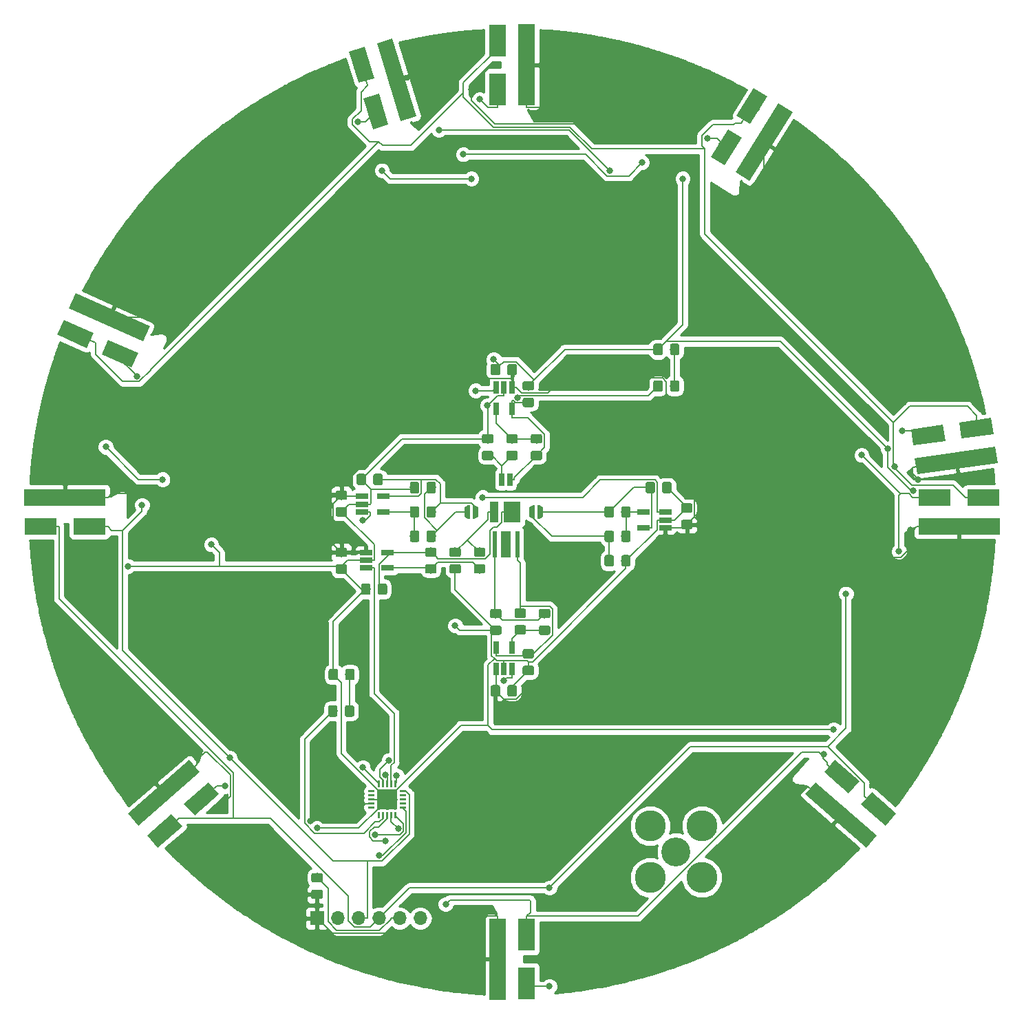
<source format=gbr>
G04 #@! TF.GenerationSoftware,KiCad,Pcbnew,(5.0.1)-4*
G04 #@! TF.CreationDate,2018-11-24T23:14:57-05:00*
G04 #@! TF.ProjectId,geodesic,67656F64657369632E6B696361645F70,rev?*
G04 #@! TF.SameCoordinates,Original*
G04 #@! TF.FileFunction,Copper,L1,Top,Signal*
G04 #@! TF.FilePolarity,Positive*
%FSLAX46Y46*%
G04 Gerber Fmt 4.6, Leading zero omitted, Abs format (unit mm)*
G04 Created by KiCad (PCBNEW (5.0.1)-4) date 2018-11-24 11:14:57 PM*
%MOMM*%
%LPD*%
G01*
G04 APERTURE LIST*
G04 #@! TA.AperFunction,SMDPad,CuDef*
%ADD10R,2.000000X4.000000*%
G04 #@! TD*
G04 #@! TA.AperFunction,SMDPad,CuDef*
%ADD11R,2.000000X10.000000*%
G04 #@! TD*
G04 #@! TA.AperFunction,SMDPad,CuDef*
%ADD12R,4.000000X2.000000*%
G04 #@! TD*
G04 #@! TA.AperFunction,SMDPad,CuDef*
%ADD13R,10.000000X2.000000*%
G04 #@! TD*
G04 #@! TA.AperFunction,SMDPad,CuDef*
%ADD14C,2.000000*%
G04 #@! TD*
G04 #@! TA.AperFunction,Conductor*
%ADD15C,0.100000*%
G04 #@! TD*
G04 #@! TA.AperFunction,SMDPad,CuDef*
%ADD16C,1.150000*%
G04 #@! TD*
G04 #@! TA.AperFunction,ComponentPad*
%ADD17R,1.700000X1.700000*%
G04 #@! TD*
G04 #@! TA.AperFunction,ComponentPad*
%ADD18O,1.700000X1.700000*%
G04 #@! TD*
G04 #@! TA.AperFunction,SMDPad,CuDef*
%ADD19C,2.500000*%
G04 #@! TD*
G04 #@! TA.AperFunction,ViaPad*
%ADD20C,0.500000*%
G04 #@! TD*
G04 #@! TA.AperFunction,SMDPad,CuDef*
%ADD21C,0.250000*%
G04 #@! TD*
G04 #@! TA.AperFunction,SMDPad,CuDef*
%ADD22C,0.100000*%
G04 #@! TD*
G04 #@! TA.AperFunction,SMDPad,CuDef*
%ADD23R,0.650000X1.600000*%
G04 #@! TD*
G04 #@! TA.AperFunction,SMDPad,CuDef*
%ADD24R,1.020000X2.600000*%
G04 #@! TD*
G04 #@! TA.AperFunction,SMDPad,CuDef*
%ADD25R,2.130000X2.600000*%
G04 #@! TD*
G04 #@! TA.AperFunction,SMDPad,CuDef*
%ADD26R,0.500000X3.300000*%
G04 #@! TD*
G04 #@! TA.AperFunction,SMDPad,CuDef*
%ADD27R,1.300000X3.300000*%
G04 #@! TD*
G04 #@! TA.AperFunction,ComponentPad*
%ADD28C,3.810000*%
G04 #@! TD*
G04 #@! TA.AperFunction,ComponentPad*
%ADD29C,3.556000*%
G04 #@! TD*
G04 #@! TA.AperFunction,SMDPad,CuDef*
%ADD30R,1.560000X0.650000*%
G04 #@! TD*
G04 #@! TA.AperFunction,SMDPad,CuDef*
%ADD31R,0.650000X1.560000*%
G04 #@! TD*
G04 #@! TA.AperFunction,ViaPad*
%ADD32C,0.800000*%
G04 #@! TD*
G04 #@! TA.AperFunction,Conductor*
%ADD33C,0.200000*%
G04 #@! TD*
G04 #@! TA.AperFunction,Conductor*
%ADD34C,0.254000*%
G04 #@! TD*
G04 APERTURE END LIST*
D10*
G04 #@! TO.P,J1,4*
G04 #@! TO.N,/Data_Out*
X149800000Y-157000000D03*
G04 #@! TO.P,J1,3*
G04 #@! TO.N,/Data_In*
X149800000Y-163000000D03*
D11*
G04 #@! TO.P,J1,1*
G04 #@! TO.N,+5V*
X146200000Y-160000000D03*
G04 #@! TD*
D12*
G04 #@! TO.P,J2,4*
G04 #@! TO.N,/Data_Out*
X96000000Y-106800000D03*
G04 #@! TO.P,J2,3*
G04 #@! TO.N,/Data_In*
X90000000Y-106800000D03*
D13*
G04 #@! TO.P,J2,1*
G04 #@! TO.N,+5V*
X93000000Y-103200000D03*
G04 #@! TD*
D10*
G04 #@! TO.P,J3,4*
G04 #@! TO.N,/Data_Out*
X146200000Y-53000000D03*
G04 #@! TO.P,J3,3*
G04 #@! TO.N,/Data_In*
X146200000Y-47000000D03*
D11*
G04 #@! TO.P,J3,1*
G04 #@! TO.N,+5V*
X149800000Y-50000000D03*
G04 #@! TD*
D12*
G04 #@! TO.P,J4,4*
G04 #@! TO.N,/Data_Out*
X200000000Y-103200000D03*
G04 #@! TO.P,J4,3*
G04 #@! TO.N,/Data_In*
X206000000Y-103200000D03*
D13*
G04 #@! TO.P,J4,1*
G04 #@! TO.N,+5V*
X203000000Y-106800000D03*
G04 #@! TD*
D14*
G04 #@! TO.P,J5,4*
G04 #@! TO.N,/Data_Out*
X109788583Y-140310005D03*
D15*
G04 #@! TD*
G04 #@! TO.N,/Data_Out*
G04 #@! TO.C,J5*
G36*
X107623105Y-140867413D02*
X110641943Y-138243177D01*
X111954061Y-139752597D01*
X108935223Y-142376833D01*
X107623105Y-140867413D01*
X107623105Y-140867413D01*
G37*
D14*
G04 #@! TO.P,J5,3*
G04 #@! TO.N,/Data_In*
X105260325Y-144246358D03*
D15*
G04 #@! TD*
G04 #@! TO.N,/Data_In*
G04 #@! TO.C,J5*
G36*
X103094847Y-144803766D02*
X106113685Y-142179530D01*
X107425803Y-143688950D01*
X104406965Y-146313186D01*
X103094847Y-144803766D01*
X103094847Y-144803766D01*
G37*
D14*
G04 #@! TO.P,J5,1*
G04 #@! TO.N,+5V*
X105162642Y-139561228D03*
D15*
G04 #@! TD*
G04 #@! TO.N,+5V*
G04 #@! TO.C,J5*
G36*
X100733035Y-142086814D02*
X108280131Y-135526223D01*
X109592249Y-137035642D01*
X102045153Y-143596233D01*
X100733035Y-142086814D01*
X100733035Y-142086814D01*
G37*
D14*
G04 #@! TO.P,J6,4*
G04 #@! TO.N,/Data_Out*
X99746238Y-85538275D03*
D15*
G04 #@! TD*
G04 #@! TO.N,/Data_Out*
G04 #@! TO.C,J6*
G36*
X98325884Y-83811256D02*
X101980066Y-85438203D01*
X101166592Y-87265294D01*
X97512410Y-85638347D01*
X98325884Y-83811256D01*
X98325884Y-83811256D01*
G37*
D14*
G04 #@! TO.P,J6,3*
G04 #@! TO.N,/Data_In*
X94264965Y-83097856D03*
D15*
G04 #@! TD*
G04 #@! TO.N,/Data_In*
G04 #@! TO.C,J6*
G36*
X92844611Y-81370837D02*
X96498793Y-82997784D01*
X95685319Y-84824875D01*
X92031137Y-83197928D01*
X92844611Y-81370837D01*
X92844611Y-81370837D01*
G37*
D14*
G04 #@! TO.P,J6,1*
G04 #@! TO.N,+5V*
X98469853Y-81029301D03*
D15*
G04 #@! TD*
G04 #@! TO.N,+5V*
G04 #@! TO.C,J6*
G36*
X94308862Y-78082072D02*
X103444317Y-82149439D01*
X102630844Y-83976530D01*
X93495389Y-79909163D01*
X94308862Y-78082072D01*
X94308862Y-78082072D01*
G37*
D14*
G04 #@! TO.P,J7,4*
G04 #@! TO.N,/Data_Out*
X131237625Y-55746707D03*
D15*
G04 #@! TD*
G04 #@! TO.N,/Data_Out*
G04 #@! TO.C,J7*
G36*
X131609186Y-53541726D02*
X132778673Y-57366945D01*
X130866064Y-57951688D01*
X129696577Y-54126469D01*
X131609186Y-53541726D01*
X131609186Y-53541726D01*
G37*
D14*
G04 #@! TO.P,J7,3*
G04 #@! TO.N,/Data_In*
X129483395Y-50008879D03*
D15*
G04 #@! TD*
G04 #@! TO.N,/Data_In*
G04 #@! TO.C,J7*
G36*
X129854956Y-47803898D02*
X131024443Y-51629117D01*
X129111834Y-52213860D01*
X127942347Y-48388641D01*
X129854956Y-47803898D01*
X129854956Y-47803898D01*
G37*
D14*
G04 #@! TO.P,J7,1*
G04 #@! TO.N,+5V*
X133803207Y-51825255D03*
D15*
G04 #@! TD*
G04 #@! TO.N,+5V*
G04 #@! TO.C,J7*
G36*
X133297653Y-46751360D02*
X136221370Y-56314407D01*
X134308761Y-56899150D01*
X131385044Y-47336103D01*
X133297653Y-46751360D01*
X133297653Y-46751360D01*
G37*
D14*
G04 #@! TO.P,J8,4*
G04 #@! TO.N,/Data_Out*
X174354159Y-60150530D03*
D15*
G04 #@! TD*
G04 #@! TO.N,/Data_Out*
G04 #@! TO.C,J8*
G36*
X176262046Y-58984353D02*
X174142369Y-62376545D01*
X172446272Y-61316707D01*
X174565949Y-57924515D01*
X176262046Y-58984353D01*
X176262046Y-58984353D01*
G37*
D14*
G04 #@! TO.P,J8,3*
G04 #@! TO.N,/Data_In*
X177533675Y-55062241D03*
D15*
G04 #@! TD*
G04 #@! TO.N,/Data_In*
G04 #@! TO.C,J8*
G36*
X179441562Y-53896064D02*
X177321885Y-57288256D01*
X175625788Y-56228418D01*
X177745465Y-52836226D01*
X179441562Y-53896064D01*
X179441562Y-53896064D01*
G37*
D14*
G04 #@! TO.P,J8,1*
G04 #@! TO.N,+5V*
X178996890Y-59514095D03*
D15*
G04 #@! TD*
G04 #@! TO.N,+5V*
G04 #@! TO.C,J8*
G36*
X182494534Y-55803774D02*
X177195342Y-64284255D01*
X175499246Y-63224416D01*
X180798438Y-54743935D01*
X182494534Y-55803774D01*
X182494534Y-55803774D01*
G37*
D14*
G04 #@! TO.P,J9,4*
G04 #@! TO.N,/Data_Out*
X199177344Y-95540902D03*
D15*
G04 #@! TD*
G04 #@! TO.N,/Data_Out*
G04 #@! TO.C,J9*
G36*
X201297053Y-96252824D02*
X197335981Y-96809516D01*
X197057635Y-94828980D01*
X201018707Y-94272288D01*
X201297053Y-96252824D01*
X201297053Y-96252824D01*
G37*
D14*
G04 #@! TO.P,J9,3*
G04 #@! TO.N,/Data_In*
X205118952Y-94705864D03*
D15*
G04 #@! TD*
G04 #@! TO.N,/Data_In*
G04 #@! TO.C,J9*
G36*
X207238661Y-95417786D02*
X203277589Y-95974478D01*
X202999243Y-93993942D01*
X206960315Y-93437250D01*
X207238661Y-95417786D01*
X207238661Y-95417786D01*
G37*
D14*
G04 #@! TO.P,J9,1*
G04 #@! TO.N,+5V*
X202649171Y-98688348D03*
D15*
G04 #@! TD*
G04 #@! TO.N,+5V*
G04 #@! TO.C,J9*
G36*
X207739684Y-98982751D02*
X197837004Y-100374482D01*
X197558658Y-98393945D01*
X207461338Y-97002214D01*
X207739684Y-98982751D01*
X207739684Y-98982751D01*
G37*
D14*
G04 #@! TO.P,J10,4*
G04 #@! TO.N,/Data_Out*
X188573230Y-137593051D03*
D15*
G04 #@! TD*
G04 #@! TO.N,/Data_Out*
G04 #@! TO.C,J10*
G36*
X189426590Y-139659879D02*
X186407752Y-137035643D01*
X187719870Y-135526223D01*
X190738708Y-138150459D01*
X189426590Y-139659879D01*
X189426590Y-139659879D01*
G37*
D14*
G04 #@! TO.P,J10,3*
G04 #@! TO.N,/Data_In*
X193101487Y-141529405D03*
D15*
G04 #@! TD*
G04 #@! TO.N,/Data_In*
G04 #@! TO.C,J10*
G36*
X193954847Y-143596233D02*
X190936009Y-140971997D01*
X192248127Y-139462577D01*
X195266965Y-142086813D01*
X193954847Y-143596233D01*
X193954847Y-143596233D01*
G37*
D14*
G04 #@! TO.P,J10,1*
G04 #@! TO.N,+5V*
X188475546Y-142278182D03*
D15*
G04 #@! TD*
G04 #@! TO.N,+5V*
G04 #@! TO.C,J10*
G36*
X191593035Y-146313187D02*
X184045939Y-139752596D01*
X185358057Y-138243177D01*
X192905153Y-144803768D01*
X191593035Y-146313187D01*
X191593035Y-146313187D01*
G37*
G04 #@! TO.N,+5V*
G04 #@! TO.C,R1*
G36*
X124474505Y-151476204D02*
X124498773Y-151479804D01*
X124522572Y-151485765D01*
X124545671Y-151494030D01*
X124567850Y-151504520D01*
X124588893Y-151517132D01*
X124608599Y-151531747D01*
X124626777Y-151548223D01*
X124643253Y-151566401D01*
X124657868Y-151586107D01*
X124670480Y-151607150D01*
X124680970Y-151629329D01*
X124689235Y-151652428D01*
X124695196Y-151676227D01*
X124698796Y-151700495D01*
X124700000Y-151724999D01*
X124700000Y-152375001D01*
X124698796Y-152399505D01*
X124695196Y-152423773D01*
X124689235Y-152447572D01*
X124680970Y-152470671D01*
X124670480Y-152492850D01*
X124657868Y-152513893D01*
X124643253Y-152533599D01*
X124626777Y-152551777D01*
X124608599Y-152568253D01*
X124588893Y-152582868D01*
X124567850Y-152595480D01*
X124545671Y-152605970D01*
X124522572Y-152614235D01*
X124498773Y-152620196D01*
X124474505Y-152623796D01*
X124450001Y-152625000D01*
X123549999Y-152625000D01*
X123525495Y-152623796D01*
X123501227Y-152620196D01*
X123477428Y-152614235D01*
X123454329Y-152605970D01*
X123432150Y-152595480D01*
X123411107Y-152582868D01*
X123391401Y-152568253D01*
X123373223Y-152551777D01*
X123356747Y-152533599D01*
X123342132Y-152513893D01*
X123329520Y-152492850D01*
X123319030Y-152470671D01*
X123310765Y-152447572D01*
X123304804Y-152423773D01*
X123301204Y-152399505D01*
X123300000Y-152375001D01*
X123300000Y-151724999D01*
X123301204Y-151700495D01*
X123304804Y-151676227D01*
X123310765Y-151652428D01*
X123319030Y-151629329D01*
X123329520Y-151607150D01*
X123342132Y-151586107D01*
X123356747Y-151566401D01*
X123373223Y-151548223D01*
X123391401Y-151531747D01*
X123411107Y-151517132D01*
X123432150Y-151504520D01*
X123454329Y-151494030D01*
X123477428Y-151485765D01*
X123501227Y-151479804D01*
X123525495Y-151476204D01*
X123549999Y-151475000D01*
X124450001Y-151475000D01*
X124474505Y-151476204D01*
X124474505Y-151476204D01*
G37*
D16*
G04 #@! TD*
G04 #@! TO.P,R1,1*
G04 #@! TO.N,+5V*
X124000000Y-152050000D03*
D15*
G04 #@! TO.N,/Reset*
G04 #@! TO.C,R1*
G36*
X124474505Y-149426204D02*
X124498773Y-149429804D01*
X124522572Y-149435765D01*
X124545671Y-149444030D01*
X124567850Y-149454520D01*
X124588893Y-149467132D01*
X124608599Y-149481747D01*
X124626777Y-149498223D01*
X124643253Y-149516401D01*
X124657868Y-149536107D01*
X124670480Y-149557150D01*
X124680970Y-149579329D01*
X124689235Y-149602428D01*
X124695196Y-149626227D01*
X124698796Y-149650495D01*
X124700000Y-149674999D01*
X124700000Y-150325001D01*
X124698796Y-150349505D01*
X124695196Y-150373773D01*
X124689235Y-150397572D01*
X124680970Y-150420671D01*
X124670480Y-150442850D01*
X124657868Y-150463893D01*
X124643253Y-150483599D01*
X124626777Y-150501777D01*
X124608599Y-150518253D01*
X124588893Y-150532868D01*
X124567850Y-150545480D01*
X124545671Y-150555970D01*
X124522572Y-150564235D01*
X124498773Y-150570196D01*
X124474505Y-150573796D01*
X124450001Y-150575000D01*
X123549999Y-150575000D01*
X123525495Y-150573796D01*
X123501227Y-150570196D01*
X123477428Y-150564235D01*
X123454329Y-150555970D01*
X123432150Y-150545480D01*
X123411107Y-150532868D01*
X123391401Y-150518253D01*
X123373223Y-150501777D01*
X123356747Y-150483599D01*
X123342132Y-150463893D01*
X123329520Y-150442850D01*
X123319030Y-150420671D01*
X123310765Y-150397572D01*
X123304804Y-150373773D01*
X123301204Y-150349505D01*
X123300000Y-150325001D01*
X123300000Y-149674999D01*
X123301204Y-149650495D01*
X123304804Y-149626227D01*
X123310765Y-149602428D01*
X123319030Y-149579329D01*
X123329520Y-149557150D01*
X123342132Y-149536107D01*
X123356747Y-149516401D01*
X123373223Y-149498223D01*
X123391401Y-149481747D01*
X123411107Y-149467132D01*
X123432150Y-149454520D01*
X123454329Y-149444030D01*
X123477428Y-149435765D01*
X123501227Y-149429804D01*
X123525495Y-149426204D01*
X123549999Y-149425000D01*
X124450001Y-149425000D01*
X124474505Y-149426204D01*
X124474505Y-149426204D01*
G37*
D16*
G04 #@! TD*
G04 #@! TO.P,R1,2*
G04 #@! TO.N,/Reset*
X124000000Y-150000000D03*
D17*
G04 #@! TO.P,J11,1*
G04 #@! TO.N,+5V*
X124000000Y-155000000D03*
D18*
G04 #@! TO.P,J11,2*
G04 #@! TO.N,/Clock*
X126540000Y-155000000D03*
G04 #@! TO.P,J11,3*
G04 #@! TO.N,/Data_Out*
X129080000Y-155000000D03*
G04 #@! TO.P,J11,4*
G04 #@! TO.N,/Data_In*
X131620000Y-155000000D03*
G04 #@! TO.P,J11,5*
G04 #@! TO.N,/Reset*
X134160000Y-155000000D03*
G04 #@! TO.P,J11,6*
G04 #@! TO.N,GND*
X136700000Y-155000000D03*
G04 #@! TD*
D15*
G04 #@! TO.N,GND*
G04 #@! TO.C,U1*
G36*
X133649504Y-139126204D02*
X133673773Y-139129804D01*
X133697571Y-139135765D01*
X133720671Y-139144030D01*
X133742849Y-139154520D01*
X133763893Y-139167133D01*
X133783598Y-139181747D01*
X133801777Y-139198223D01*
X133818253Y-139216402D01*
X133832867Y-139236107D01*
X133845480Y-139257151D01*
X133855970Y-139279329D01*
X133864235Y-139302429D01*
X133870196Y-139326227D01*
X133873796Y-139350496D01*
X133875000Y-139375000D01*
X133875000Y-141375000D01*
X133873796Y-141399504D01*
X133870196Y-141423773D01*
X133864235Y-141447571D01*
X133855970Y-141470671D01*
X133845480Y-141492849D01*
X133832867Y-141513893D01*
X133818253Y-141533598D01*
X133801777Y-141551777D01*
X133783598Y-141568253D01*
X133763893Y-141582867D01*
X133742849Y-141595480D01*
X133720671Y-141605970D01*
X133697571Y-141614235D01*
X133673773Y-141620196D01*
X133649504Y-141623796D01*
X133625000Y-141625000D01*
X131625000Y-141625000D01*
X131600496Y-141623796D01*
X131576227Y-141620196D01*
X131552429Y-141614235D01*
X131529329Y-141605970D01*
X131507151Y-141595480D01*
X131486107Y-141582867D01*
X131466402Y-141568253D01*
X131448223Y-141551777D01*
X131431747Y-141533598D01*
X131417133Y-141513893D01*
X131404520Y-141492849D01*
X131394030Y-141470671D01*
X131385765Y-141447571D01*
X131379804Y-141423773D01*
X131376204Y-141399504D01*
X131375000Y-141375000D01*
X131375000Y-139375000D01*
X131376204Y-139350496D01*
X131379804Y-139326227D01*
X131385765Y-139302429D01*
X131394030Y-139279329D01*
X131404520Y-139257151D01*
X131417133Y-139236107D01*
X131431747Y-139216402D01*
X131448223Y-139198223D01*
X131466402Y-139181747D01*
X131486107Y-139167133D01*
X131507151Y-139154520D01*
X131529329Y-139144030D01*
X131552429Y-139135765D01*
X131576227Y-139129804D01*
X131600496Y-139126204D01*
X131625000Y-139125000D01*
X133625000Y-139125000D01*
X133649504Y-139126204D01*
X133649504Y-139126204D01*
G37*
D19*
G04 #@! TD*
G04 #@! TO.P,U1,21*
G04 #@! TO.N,GND*
X132625000Y-140375000D03*
D20*
G04 #@! TO.N,GND*
G04 #@! TO.C,U1*
X133625000Y-139375000D03*
X133625000Y-141375000D03*
X131625000Y-139375000D03*
X131625000Y-141375000D03*
D15*
G04 #@! TO.N,/Clock*
G36*
X133693626Y-138025301D02*
X133699693Y-138026201D01*
X133705643Y-138027691D01*
X133711418Y-138029758D01*
X133716962Y-138032380D01*
X133722223Y-138035533D01*
X133727150Y-138039187D01*
X133731694Y-138043306D01*
X133735813Y-138047850D01*
X133739467Y-138052777D01*
X133742620Y-138058038D01*
X133745242Y-138063582D01*
X133747309Y-138069357D01*
X133748799Y-138075307D01*
X133749699Y-138081374D01*
X133750000Y-138087500D01*
X133750000Y-138787500D01*
X133749699Y-138793626D01*
X133748799Y-138799693D01*
X133747309Y-138805643D01*
X133745242Y-138811418D01*
X133742620Y-138816962D01*
X133739467Y-138822223D01*
X133735813Y-138827150D01*
X133731694Y-138831694D01*
X133727150Y-138835813D01*
X133722223Y-138839467D01*
X133716962Y-138842620D01*
X133711418Y-138845242D01*
X133705643Y-138847309D01*
X133699693Y-138848799D01*
X133693626Y-138849699D01*
X133687500Y-138850000D01*
X133562500Y-138850000D01*
X133556374Y-138849699D01*
X133550307Y-138848799D01*
X133544357Y-138847309D01*
X133538582Y-138845242D01*
X133533038Y-138842620D01*
X133527777Y-138839467D01*
X133522850Y-138835813D01*
X133518306Y-138831694D01*
X133514187Y-138827150D01*
X133510533Y-138822223D01*
X133507380Y-138816962D01*
X133504758Y-138811418D01*
X133502691Y-138805643D01*
X133501201Y-138799693D01*
X133500301Y-138793626D01*
X133500000Y-138787500D01*
X133500000Y-138087500D01*
X133500301Y-138081374D01*
X133501201Y-138075307D01*
X133502691Y-138069357D01*
X133504758Y-138063582D01*
X133507380Y-138058038D01*
X133510533Y-138052777D01*
X133514187Y-138047850D01*
X133518306Y-138043306D01*
X133522850Y-138039187D01*
X133527777Y-138035533D01*
X133533038Y-138032380D01*
X133538582Y-138029758D01*
X133544357Y-138027691D01*
X133550307Y-138026201D01*
X133556374Y-138025301D01*
X133562500Y-138025000D01*
X133687500Y-138025000D01*
X133693626Y-138025301D01*
X133693626Y-138025301D01*
G37*
D21*
G04 #@! TD*
G04 #@! TO.P,U1,1*
G04 #@! TO.N,/Clock*
X133625000Y-138437500D03*
D15*
G04 #@! TO.N,Net-(U1-Pad2)*
G04 #@! TO.C,U1*
G36*
X133193626Y-138025301D02*
X133199693Y-138026201D01*
X133205643Y-138027691D01*
X133211418Y-138029758D01*
X133216962Y-138032380D01*
X133222223Y-138035533D01*
X133227150Y-138039187D01*
X133231694Y-138043306D01*
X133235813Y-138047850D01*
X133239467Y-138052777D01*
X133242620Y-138058038D01*
X133245242Y-138063582D01*
X133247309Y-138069357D01*
X133248799Y-138075307D01*
X133249699Y-138081374D01*
X133250000Y-138087500D01*
X133250000Y-138787500D01*
X133249699Y-138793626D01*
X133248799Y-138799693D01*
X133247309Y-138805643D01*
X133245242Y-138811418D01*
X133242620Y-138816962D01*
X133239467Y-138822223D01*
X133235813Y-138827150D01*
X133231694Y-138831694D01*
X133227150Y-138835813D01*
X133222223Y-138839467D01*
X133216962Y-138842620D01*
X133211418Y-138845242D01*
X133205643Y-138847309D01*
X133199693Y-138848799D01*
X133193626Y-138849699D01*
X133187500Y-138850000D01*
X133062500Y-138850000D01*
X133056374Y-138849699D01*
X133050307Y-138848799D01*
X133044357Y-138847309D01*
X133038582Y-138845242D01*
X133033038Y-138842620D01*
X133027777Y-138839467D01*
X133022850Y-138835813D01*
X133018306Y-138831694D01*
X133014187Y-138827150D01*
X133010533Y-138822223D01*
X133007380Y-138816962D01*
X133004758Y-138811418D01*
X133002691Y-138805643D01*
X133001201Y-138799693D01*
X133000301Y-138793626D01*
X133000000Y-138787500D01*
X133000000Y-138087500D01*
X133000301Y-138081374D01*
X133001201Y-138075307D01*
X133002691Y-138069357D01*
X133004758Y-138063582D01*
X133007380Y-138058038D01*
X133010533Y-138052777D01*
X133014187Y-138047850D01*
X133018306Y-138043306D01*
X133022850Y-138039187D01*
X133027777Y-138035533D01*
X133033038Y-138032380D01*
X133038582Y-138029758D01*
X133044357Y-138027691D01*
X133050307Y-138026201D01*
X133056374Y-138025301D01*
X133062500Y-138025000D01*
X133187500Y-138025000D01*
X133193626Y-138025301D01*
X133193626Y-138025301D01*
G37*
D21*
G04 #@! TD*
G04 #@! TO.P,U1,2*
G04 #@! TO.N,Net-(U1-Pad2)*
X133125000Y-138437500D03*
D15*
G04 #@! TO.N,Net-(U1-Pad3)*
G04 #@! TO.C,U1*
G36*
X132693626Y-138025301D02*
X132699693Y-138026201D01*
X132705643Y-138027691D01*
X132711418Y-138029758D01*
X132716962Y-138032380D01*
X132722223Y-138035533D01*
X132727150Y-138039187D01*
X132731694Y-138043306D01*
X132735813Y-138047850D01*
X132739467Y-138052777D01*
X132742620Y-138058038D01*
X132745242Y-138063582D01*
X132747309Y-138069357D01*
X132748799Y-138075307D01*
X132749699Y-138081374D01*
X132750000Y-138087500D01*
X132750000Y-138787500D01*
X132749699Y-138793626D01*
X132748799Y-138799693D01*
X132747309Y-138805643D01*
X132745242Y-138811418D01*
X132742620Y-138816962D01*
X132739467Y-138822223D01*
X132735813Y-138827150D01*
X132731694Y-138831694D01*
X132727150Y-138835813D01*
X132722223Y-138839467D01*
X132716962Y-138842620D01*
X132711418Y-138845242D01*
X132705643Y-138847309D01*
X132699693Y-138848799D01*
X132693626Y-138849699D01*
X132687500Y-138850000D01*
X132562500Y-138850000D01*
X132556374Y-138849699D01*
X132550307Y-138848799D01*
X132544357Y-138847309D01*
X132538582Y-138845242D01*
X132533038Y-138842620D01*
X132527777Y-138839467D01*
X132522850Y-138835813D01*
X132518306Y-138831694D01*
X132514187Y-138827150D01*
X132510533Y-138822223D01*
X132507380Y-138816962D01*
X132504758Y-138811418D01*
X132502691Y-138805643D01*
X132501201Y-138799693D01*
X132500301Y-138793626D01*
X132500000Y-138787500D01*
X132500000Y-138087500D01*
X132500301Y-138081374D01*
X132501201Y-138075307D01*
X132502691Y-138069357D01*
X132504758Y-138063582D01*
X132507380Y-138058038D01*
X132510533Y-138052777D01*
X132514187Y-138047850D01*
X132518306Y-138043306D01*
X132522850Y-138039187D01*
X132527777Y-138035533D01*
X132533038Y-138032380D01*
X132538582Y-138029758D01*
X132544357Y-138027691D01*
X132550307Y-138026201D01*
X132556374Y-138025301D01*
X132562500Y-138025000D01*
X132687500Y-138025000D01*
X132693626Y-138025301D01*
X132693626Y-138025301D01*
G37*
D21*
G04 #@! TD*
G04 #@! TO.P,U1,3*
G04 #@! TO.N,Net-(U1-Pad3)*
X132625000Y-138437500D03*
D15*
G04 #@! TO.N,Net-(U1-Pad4)*
G04 #@! TO.C,U1*
G36*
X132193626Y-138025301D02*
X132199693Y-138026201D01*
X132205643Y-138027691D01*
X132211418Y-138029758D01*
X132216962Y-138032380D01*
X132222223Y-138035533D01*
X132227150Y-138039187D01*
X132231694Y-138043306D01*
X132235813Y-138047850D01*
X132239467Y-138052777D01*
X132242620Y-138058038D01*
X132245242Y-138063582D01*
X132247309Y-138069357D01*
X132248799Y-138075307D01*
X132249699Y-138081374D01*
X132250000Y-138087500D01*
X132250000Y-138787500D01*
X132249699Y-138793626D01*
X132248799Y-138799693D01*
X132247309Y-138805643D01*
X132245242Y-138811418D01*
X132242620Y-138816962D01*
X132239467Y-138822223D01*
X132235813Y-138827150D01*
X132231694Y-138831694D01*
X132227150Y-138835813D01*
X132222223Y-138839467D01*
X132216962Y-138842620D01*
X132211418Y-138845242D01*
X132205643Y-138847309D01*
X132199693Y-138848799D01*
X132193626Y-138849699D01*
X132187500Y-138850000D01*
X132062500Y-138850000D01*
X132056374Y-138849699D01*
X132050307Y-138848799D01*
X132044357Y-138847309D01*
X132038582Y-138845242D01*
X132033038Y-138842620D01*
X132027777Y-138839467D01*
X132022850Y-138835813D01*
X132018306Y-138831694D01*
X132014187Y-138827150D01*
X132010533Y-138822223D01*
X132007380Y-138816962D01*
X132004758Y-138811418D01*
X132002691Y-138805643D01*
X132001201Y-138799693D01*
X132000301Y-138793626D01*
X132000000Y-138787500D01*
X132000000Y-138087500D01*
X132000301Y-138081374D01*
X132001201Y-138075307D01*
X132002691Y-138069357D01*
X132004758Y-138063582D01*
X132007380Y-138058038D01*
X132010533Y-138052777D01*
X132014187Y-138047850D01*
X132018306Y-138043306D01*
X132022850Y-138039187D01*
X132027777Y-138035533D01*
X132033038Y-138032380D01*
X132038582Y-138029758D01*
X132044357Y-138027691D01*
X132050307Y-138026201D01*
X132056374Y-138025301D01*
X132062500Y-138025000D01*
X132187500Y-138025000D01*
X132193626Y-138025301D01*
X132193626Y-138025301D01*
G37*
D21*
G04 #@! TD*
G04 #@! TO.P,U1,4*
G04 #@! TO.N,Net-(U1-Pad4)*
X132125000Y-138437500D03*
D15*
G04 #@! TO.N,Net-(U1-Pad5)*
G04 #@! TO.C,U1*
G36*
X131693626Y-138025301D02*
X131699693Y-138026201D01*
X131705643Y-138027691D01*
X131711418Y-138029758D01*
X131716962Y-138032380D01*
X131722223Y-138035533D01*
X131727150Y-138039187D01*
X131731694Y-138043306D01*
X131735813Y-138047850D01*
X131739467Y-138052777D01*
X131742620Y-138058038D01*
X131745242Y-138063582D01*
X131747309Y-138069357D01*
X131748799Y-138075307D01*
X131749699Y-138081374D01*
X131750000Y-138087500D01*
X131750000Y-138787500D01*
X131749699Y-138793626D01*
X131748799Y-138799693D01*
X131747309Y-138805643D01*
X131745242Y-138811418D01*
X131742620Y-138816962D01*
X131739467Y-138822223D01*
X131735813Y-138827150D01*
X131731694Y-138831694D01*
X131727150Y-138835813D01*
X131722223Y-138839467D01*
X131716962Y-138842620D01*
X131711418Y-138845242D01*
X131705643Y-138847309D01*
X131699693Y-138848799D01*
X131693626Y-138849699D01*
X131687500Y-138850000D01*
X131562500Y-138850000D01*
X131556374Y-138849699D01*
X131550307Y-138848799D01*
X131544357Y-138847309D01*
X131538582Y-138845242D01*
X131533038Y-138842620D01*
X131527777Y-138839467D01*
X131522850Y-138835813D01*
X131518306Y-138831694D01*
X131514187Y-138827150D01*
X131510533Y-138822223D01*
X131507380Y-138816962D01*
X131504758Y-138811418D01*
X131502691Y-138805643D01*
X131501201Y-138799693D01*
X131500301Y-138793626D01*
X131500000Y-138787500D01*
X131500000Y-138087500D01*
X131500301Y-138081374D01*
X131501201Y-138075307D01*
X131502691Y-138069357D01*
X131504758Y-138063582D01*
X131507380Y-138058038D01*
X131510533Y-138052777D01*
X131514187Y-138047850D01*
X131518306Y-138043306D01*
X131522850Y-138039187D01*
X131527777Y-138035533D01*
X131533038Y-138032380D01*
X131538582Y-138029758D01*
X131544357Y-138027691D01*
X131550307Y-138026201D01*
X131556374Y-138025301D01*
X131562500Y-138025000D01*
X131687500Y-138025000D01*
X131693626Y-138025301D01*
X131693626Y-138025301D01*
G37*
D21*
G04 #@! TD*
G04 #@! TO.P,U1,5*
G04 #@! TO.N,Net-(U1-Pad5)*
X131625000Y-138437500D03*
D15*
G04 #@! TO.N,Net-(U1-Pad6)*
G04 #@! TO.C,U1*
G36*
X131043626Y-139250301D02*
X131049693Y-139251201D01*
X131055643Y-139252691D01*
X131061418Y-139254758D01*
X131066962Y-139257380D01*
X131072223Y-139260533D01*
X131077150Y-139264187D01*
X131081694Y-139268306D01*
X131085813Y-139272850D01*
X131089467Y-139277777D01*
X131092620Y-139283038D01*
X131095242Y-139288582D01*
X131097309Y-139294357D01*
X131098799Y-139300307D01*
X131099699Y-139306374D01*
X131100000Y-139312500D01*
X131100000Y-139437500D01*
X131099699Y-139443626D01*
X131098799Y-139449693D01*
X131097309Y-139455643D01*
X131095242Y-139461418D01*
X131092620Y-139466962D01*
X131089467Y-139472223D01*
X131085813Y-139477150D01*
X131081694Y-139481694D01*
X131077150Y-139485813D01*
X131072223Y-139489467D01*
X131066962Y-139492620D01*
X131061418Y-139495242D01*
X131055643Y-139497309D01*
X131049693Y-139498799D01*
X131043626Y-139499699D01*
X131037500Y-139500000D01*
X130337500Y-139500000D01*
X130331374Y-139499699D01*
X130325307Y-139498799D01*
X130319357Y-139497309D01*
X130313582Y-139495242D01*
X130308038Y-139492620D01*
X130302777Y-139489467D01*
X130297850Y-139485813D01*
X130293306Y-139481694D01*
X130289187Y-139477150D01*
X130285533Y-139472223D01*
X130282380Y-139466962D01*
X130279758Y-139461418D01*
X130277691Y-139455643D01*
X130276201Y-139449693D01*
X130275301Y-139443626D01*
X130275000Y-139437500D01*
X130275000Y-139312500D01*
X130275301Y-139306374D01*
X130276201Y-139300307D01*
X130277691Y-139294357D01*
X130279758Y-139288582D01*
X130282380Y-139283038D01*
X130285533Y-139277777D01*
X130289187Y-139272850D01*
X130293306Y-139268306D01*
X130297850Y-139264187D01*
X130302777Y-139260533D01*
X130308038Y-139257380D01*
X130313582Y-139254758D01*
X130319357Y-139252691D01*
X130325307Y-139251201D01*
X130331374Y-139250301D01*
X130337500Y-139250000D01*
X131037500Y-139250000D01*
X131043626Y-139250301D01*
X131043626Y-139250301D01*
G37*
D21*
G04 #@! TD*
G04 #@! TO.P,U1,6*
G04 #@! TO.N,Net-(U1-Pad6)*
X130687500Y-139375000D03*
D15*
G04 #@! TO.N,Net-(U1-Pad7)*
G04 #@! TO.C,U1*
G36*
X131043626Y-139750301D02*
X131049693Y-139751201D01*
X131055643Y-139752691D01*
X131061418Y-139754758D01*
X131066962Y-139757380D01*
X131072223Y-139760533D01*
X131077150Y-139764187D01*
X131081694Y-139768306D01*
X131085813Y-139772850D01*
X131089467Y-139777777D01*
X131092620Y-139783038D01*
X131095242Y-139788582D01*
X131097309Y-139794357D01*
X131098799Y-139800307D01*
X131099699Y-139806374D01*
X131100000Y-139812500D01*
X131100000Y-139937500D01*
X131099699Y-139943626D01*
X131098799Y-139949693D01*
X131097309Y-139955643D01*
X131095242Y-139961418D01*
X131092620Y-139966962D01*
X131089467Y-139972223D01*
X131085813Y-139977150D01*
X131081694Y-139981694D01*
X131077150Y-139985813D01*
X131072223Y-139989467D01*
X131066962Y-139992620D01*
X131061418Y-139995242D01*
X131055643Y-139997309D01*
X131049693Y-139998799D01*
X131043626Y-139999699D01*
X131037500Y-140000000D01*
X130337500Y-140000000D01*
X130331374Y-139999699D01*
X130325307Y-139998799D01*
X130319357Y-139997309D01*
X130313582Y-139995242D01*
X130308038Y-139992620D01*
X130302777Y-139989467D01*
X130297850Y-139985813D01*
X130293306Y-139981694D01*
X130289187Y-139977150D01*
X130285533Y-139972223D01*
X130282380Y-139966962D01*
X130279758Y-139961418D01*
X130277691Y-139955643D01*
X130276201Y-139949693D01*
X130275301Y-139943626D01*
X130275000Y-139937500D01*
X130275000Y-139812500D01*
X130275301Y-139806374D01*
X130276201Y-139800307D01*
X130277691Y-139794357D01*
X130279758Y-139788582D01*
X130282380Y-139783038D01*
X130285533Y-139777777D01*
X130289187Y-139772850D01*
X130293306Y-139768306D01*
X130297850Y-139764187D01*
X130302777Y-139760533D01*
X130308038Y-139757380D01*
X130313582Y-139754758D01*
X130319357Y-139752691D01*
X130325307Y-139751201D01*
X130331374Y-139750301D01*
X130337500Y-139750000D01*
X131037500Y-139750000D01*
X131043626Y-139750301D01*
X131043626Y-139750301D01*
G37*
D21*
G04 #@! TD*
G04 #@! TO.P,U1,7*
G04 #@! TO.N,Net-(U1-Pad7)*
X130687500Y-139875000D03*
D15*
G04 #@! TO.N,GND*
G04 #@! TO.C,U1*
G36*
X131043626Y-140250301D02*
X131049693Y-140251201D01*
X131055643Y-140252691D01*
X131061418Y-140254758D01*
X131066962Y-140257380D01*
X131072223Y-140260533D01*
X131077150Y-140264187D01*
X131081694Y-140268306D01*
X131085813Y-140272850D01*
X131089467Y-140277777D01*
X131092620Y-140283038D01*
X131095242Y-140288582D01*
X131097309Y-140294357D01*
X131098799Y-140300307D01*
X131099699Y-140306374D01*
X131100000Y-140312500D01*
X131100000Y-140437500D01*
X131099699Y-140443626D01*
X131098799Y-140449693D01*
X131097309Y-140455643D01*
X131095242Y-140461418D01*
X131092620Y-140466962D01*
X131089467Y-140472223D01*
X131085813Y-140477150D01*
X131081694Y-140481694D01*
X131077150Y-140485813D01*
X131072223Y-140489467D01*
X131066962Y-140492620D01*
X131061418Y-140495242D01*
X131055643Y-140497309D01*
X131049693Y-140498799D01*
X131043626Y-140499699D01*
X131037500Y-140500000D01*
X130337500Y-140500000D01*
X130331374Y-140499699D01*
X130325307Y-140498799D01*
X130319357Y-140497309D01*
X130313582Y-140495242D01*
X130308038Y-140492620D01*
X130302777Y-140489467D01*
X130297850Y-140485813D01*
X130293306Y-140481694D01*
X130289187Y-140477150D01*
X130285533Y-140472223D01*
X130282380Y-140466962D01*
X130279758Y-140461418D01*
X130277691Y-140455643D01*
X130276201Y-140449693D01*
X130275301Y-140443626D01*
X130275000Y-140437500D01*
X130275000Y-140312500D01*
X130275301Y-140306374D01*
X130276201Y-140300307D01*
X130277691Y-140294357D01*
X130279758Y-140288582D01*
X130282380Y-140283038D01*
X130285533Y-140277777D01*
X130289187Y-140272850D01*
X130293306Y-140268306D01*
X130297850Y-140264187D01*
X130302777Y-140260533D01*
X130308038Y-140257380D01*
X130313582Y-140254758D01*
X130319357Y-140252691D01*
X130325307Y-140251201D01*
X130331374Y-140250301D01*
X130337500Y-140250000D01*
X131037500Y-140250000D01*
X131043626Y-140250301D01*
X131043626Y-140250301D01*
G37*
D21*
G04 #@! TD*
G04 #@! TO.P,U1,8*
G04 #@! TO.N,GND*
X130687500Y-140375000D03*
D15*
G04 #@! TO.N,+5V*
G04 #@! TO.C,U1*
G36*
X131043626Y-140750301D02*
X131049693Y-140751201D01*
X131055643Y-140752691D01*
X131061418Y-140754758D01*
X131066962Y-140757380D01*
X131072223Y-140760533D01*
X131077150Y-140764187D01*
X131081694Y-140768306D01*
X131085813Y-140772850D01*
X131089467Y-140777777D01*
X131092620Y-140783038D01*
X131095242Y-140788582D01*
X131097309Y-140794357D01*
X131098799Y-140800307D01*
X131099699Y-140806374D01*
X131100000Y-140812500D01*
X131100000Y-140937500D01*
X131099699Y-140943626D01*
X131098799Y-140949693D01*
X131097309Y-140955643D01*
X131095242Y-140961418D01*
X131092620Y-140966962D01*
X131089467Y-140972223D01*
X131085813Y-140977150D01*
X131081694Y-140981694D01*
X131077150Y-140985813D01*
X131072223Y-140989467D01*
X131066962Y-140992620D01*
X131061418Y-140995242D01*
X131055643Y-140997309D01*
X131049693Y-140998799D01*
X131043626Y-140999699D01*
X131037500Y-141000000D01*
X130337500Y-141000000D01*
X130331374Y-140999699D01*
X130325307Y-140998799D01*
X130319357Y-140997309D01*
X130313582Y-140995242D01*
X130308038Y-140992620D01*
X130302777Y-140989467D01*
X130297850Y-140985813D01*
X130293306Y-140981694D01*
X130289187Y-140977150D01*
X130285533Y-140972223D01*
X130282380Y-140966962D01*
X130279758Y-140961418D01*
X130277691Y-140955643D01*
X130276201Y-140949693D01*
X130275301Y-140943626D01*
X130275000Y-140937500D01*
X130275000Y-140812500D01*
X130275301Y-140806374D01*
X130276201Y-140800307D01*
X130277691Y-140794357D01*
X130279758Y-140788582D01*
X130282380Y-140783038D01*
X130285533Y-140777777D01*
X130289187Y-140772850D01*
X130293306Y-140768306D01*
X130297850Y-140764187D01*
X130302777Y-140760533D01*
X130308038Y-140757380D01*
X130313582Y-140754758D01*
X130319357Y-140752691D01*
X130325307Y-140751201D01*
X130331374Y-140750301D01*
X130337500Y-140750000D01*
X131037500Y-140750000D01*
X131043626Y-140750301D01*
X131043626Y-140750301D01*
G37*
D21*
G04 #@! TD*
G04 #@! TO.P,U1,9*
G04 #@! TO.N,+5V*
X130687500Y-140875000D03*
D15*
G04 #@! TO.N,Net-(U1-Pad10)*
G04 #@! TO.C,U1*
G36*
X131043626Y-141250301D02*
X131049693Y-141251201D01*
X131055643Y-141252691D01*
X131061418Y-141254758D01*
X131066962Y-141257380D01*
X131072223Y-141260533D01*
X131077150Y-141264187D01*
X131081694Y-141268306D01*
X131085813Y-141272850D01*
X131089467Y-141277777D01*
X131092620Y-141283038D01*
X131095242Y-141288582D01*
X131097309Y-141294357D01*
X131098799Y-141300307D01*
X131099699Y-141306374D01*
X131100000Y-141312500D01*
X131100000Y-141437500D01*
X131099699Y-141443626D01*
X131098799Y-141449693D01*
X131097309Y-141455643D01*
X131095242Y-141461418D01*
X131092620Y-141466962D01*
X131089467Y-141472223D01*
X131085813Y-141477150D01*
X131081694Y-141481694D01*
X131077150Y-141485813D01*
X131072223Y-141489467D01*
X131066962Y-141492620D01*
X131061418Y-141495242D01*
X131055643Y-141497309D01*
X131049693Y-141498799D01*
X131043626Y-141499699D01*
X131037500Y-141500000D01*
X130337500Y-141500000D01*
X130331374Y-141499699D01*
X130325307Y-141498799D01*
X130319357Y-141497309D01*
X130313582Y-141495242D01*
X130308038Y-141492620D01*
X130302777Y-141489467D01*
X130297850Y-141485813D01*
X130293306Y-141481694D01*
X130289187Y-141477150D01*
X130285533Y-141472223D01*
X130282380Y-141466962D01*
X130279758Y-141461418D01*
X130277691Y-141455643D01*
X130276201Y-141449693D01*
X130275301Y-141443626D01*
X130275000Y-141437500D01*
X130275000Y-141312500D01*
X130275301Y-141306374D01*
X130276201Y-141300307D01*
X130277691Y-141294357D01*
X130279758Y-141288582D01*
X130282380Y-141283038D01*
X130285533Y-141277777D01*
X130289187Y-141272850D01*
X130293306Y-141268306D01*
X130297850Y-141264187D01*
X130302777Y-141260533D01*
X130308038Y-141257380D01*
X130313582Y-141254758D01*
X130319357Y-141252691D01*
X130325307Y-141251201D01*
X130331374Y-141250301D01*
X130337500Y-141250000D01*
X131037500Y-141250000D01*
X131043626Y-141250301D01*
X131043626Y-141250301D01*
G37*
D21*
G04 #@! TD*
G04 #@! TO.P,U1,10*
G04 #@! TO.N,Net-(U1-Pad10)*
X130687500Y-141375000D03*
D15*
G04 #@! TO.N,Net-(J12-PadT)*
G04 #@! TO.C,U1*
G36*
X131693626Y-141900301D02*
X131699693Y-141901201D01*
X131705643Y-141902691D01*
X131711418Y-141904758D01*
X131716962Y-141907380D01*
X131722223Y-141910533D01*
X131727150Y-141914187D01*
X131731694Y-141918306D01*
X131735813Y-141922850D01*
X131739467Y-141927777D01*
X131742620Y-141933038D01*
X131745242Y-141938582D01*
X131747309Y-141944357D01*
X131748799Y-141950307D01*
X131749699Y-141956374D01*
X131750000Y-141962500D01*
X131750000Y-142662500D01*
X131749699Y-142668626D01*
X131748799Y-142674693D01*
X131747309Y-142680643D01*
X131745242Y-142686418D01*
X131742620Y-142691962D01*
X131739467Y-142697223D01*
X131735813Y-142702150D01*
X131731694Y-142706694D01*
X131727150Y-142710813D01*
X131722223Y-142714467D01*
X131716962Y-142717620D01*
X131711418Y-142720242D01*
X131705643Y-142722309D01*
X131699693Y-142723799D01*
X131693626Y-142724699D01*
X131687500Y-142725000D01*
X131562500Y-142725000D01*
X131556374Y-142724699D01*
X131550307Y-142723799D01*
X131544357Y-142722309D01*
X131538582Y-142720242D01*
X131533038Y-142717620D01*
X131527777Y-142714467D01*
X131522850Y-142710813D01*
X131518306Y-142706694D01*
X131514187Y-142702150D01*
X131510533Y-142697223D01*
X131507380Y-142691962D01*
X131504758Y-142686418D01*
X131502691Y-142680643D01*
X131501201Y-142674693D01*
X131500301Y-142668626D01*
X131500000Y-142662500D01*
X131500000Y-141962500D01*
X131500301Y-141956374D01*
X131501201Y-141950307D01*
X131502691Y-141944357D01*
X131504758Y-141938582D01*
X131507380Y-141933038D01*
X131510533Y-141927777D01*
X131514187Y-141922850D01*
X131518306Y-141918306D01*
X131522850Y-141914187D01*
X131527777Y-141910533D01*
X131533038Y-141907380D01*
X131538582Y-141904758D01*
X131544357Y-141902691D01*
X131550307Y-141901201D01*
X131556374Y-141900301D01*
X131562500Y-141900000D01*
X131687500Y-141900000D01*
X131693626Y-141900301D01*
X131693626Y-141900301D01*
G37*
D21*
G04 #@! TD*
G04 #@! TO.P,U1,11*
G04 #@! TO.N,Net-(J12-PadT)*
X131625000Y-142312500D03*
D15*
G04 #@! TO.N,Net-(R3-Pad1)*
G04 #@! TO.C,U1*
G36*
X132193626Y-141900301D02*
X132199693Y-141901201D01*
X132205643Y-141902691D01*
X132211418Y-141904758D01*
X132216962Y-141907380D01*
X132222223Y-141910533D01*
X132227150Y-141914187D01*
X132231694Y-141918306D01*
X132235813Y-141922850D01*
X132239467Y-141927777D01*
X132242620Y-141933038D01*
X132245242Y-141938582D01*
X132247309Y-141944357D01*
X132248799Y-141950307D01*
X132249699Y-141956374D01*
X132250000Y-141962500D01*
X132250000Y-142662500D01*
X132249699Y-142668626D01*
X132248799Y-142674693D01*
X132247309Y-142680643D01*
X132245242Y-142686418D01*
X132242620Y-142691962D01*
X132239467Y-142697223D01*
X132235813Y-142702150D01*
X132231694Y-142706694D01*
X132227150Y-142710813D01*
X132222223Y-142714467D01*
X132216962Y-142717620D01*
X132211418Y-142720242D01*
X132205643Y-142722309D01*
X132199693Y-142723799D01*
X132193626Y-142724699D01*
X132187500Y-142725000D01*
X132062500Y-142725000D01*
X132056374Y-142724699D01*
X132050307Y-142723799D01*
X132044357Y-142722309D01*
X132038582Y-142720242D01*
X132033038Y-142717620D01*
X132027777Y-142714467D01*
X132022850Y-142710813D01*
X132018306Y-142706694D01*
X132014187Y-142702150D01*
X132010533Y-142697223D01*
X132007380Y-142691962D01*
X132004758Y-142686418D01*
X132002691Y-142680643D01*
X132001201Y-142674693D01*
X132000301Y-142668626D01*
X132000000Y-142662500D01*
X132000000Y-141962500D01*
X132000301Y-141956374D01*
X132001201Y-141950307D01*
X132002691Y-141944357D01*
X132004758Y-141938582D01*
X132007380Y-141933038D01*
X132010533Y-141927777D01*
X132014187Y-141922850D01*
X132018306Y-141918306D01*
X132022850Y-141914187D01*
X132027777Y-141910533D01*
X132033038Y-141907380D01*
X132038582Y-141904758D01*
X132044357Y-141902691D01*
X132050307Y-141901201D01*
X132056374Y-141900301D01*
X132062500Y-141900000D01*
X132187500Y-141900000D01*
X132193626Y-141900301D01*
X132193626Y-141900301D01*
G37*
D21*
G04 #@! TD*
G04 #@! TO.P,U1,12*
G04 #@! TO.N,Net-(R3-Pad1)*
X132125000Y-142312500D03*
D15*
G04 #@! TO.N,/Reset*
G04 #@! TO.C,U1*
G36*
X132693626Y-141900301D02*
X132699693Y-141901201D01*
X132705643Y-141902691D01*
X132711418Y-141904758D01*
X132716962Y-141907380D01*
X132722223Y-141910533D01*
X132727150Y-141914187D01*
X132731694Y-141918306D01*
X132735813Y-141922850D01*
X132739467Y-141927777D01*
X132742620Y-141933038D01*
X132745242Y-141938582D01*
X132747309Y-141944357D01*
X132748799Y-141950307D01*
X132749699Y-141956374D01*
X132750000Y-141962500D01*
X132750000Y-142662500D01*
X132749699Y-142668626D01*
X132748799Y-142674693D01*
X132747309Y-142680643D01*
X132745242Y-142686418D01*
X132742620Y-142691962D01*
X132739467Y-142697223D01*
X132735813Y-142702150D01*
X132731694Y-142706694D01*
X132727150Y-142710813D01*
X132722223Y-142714467D01*
X132716962Y-142717620D01*
X132711418Y-142720242D01*
X132705643Y-142722309D01*
X132699693Y-142723799D01*
X132693626Y-142724699D01*
X132687500Y-142725000D01*
X132562500Y-142725000D01*
X132556374Y-142724699D01*
X132550307Y-142723799D01*
X132544357Y-142722309D01*
X132538582Y-142720242D01*
X132533038Y-142717620D01*
X132527777Y-142714467D01*
X132522850Y-142710813D01*
X132518306Y-142706694D01*
X132514187Y-142702150D01*
X132510533Y-142697223D01*
X132507380Y-142691962D01*
X132504758Y-142686418D01*
X132502691Y-142680643D01*
X132501201Y-142674693D01*
X132500301Y-142668626D01*
X132500000Y-142662500D01*
X132500000Y-141962500D01*
X132500301Y-141956374D01*
X132501201Y-141950307D01*
X132502691Y-141944357D01*
X132504758Y-141938582D01*
X132507380Y-141933038D01*
X132510533Y-141927777D01*
X132514187Y-141922850D01*
X132518306Y-141918306D01*
X132522850Y-141914187D01*
X132527777Y-141910533D01*
X132533038Y-141907380D01*
X132538582Y-141904758D01*
X132544357Y-141902691D01*
X132550307Y-141901201D01*
X132556374Y-141900301D01*
X132562500Y-141900000D01*
X132687500Y-141900000D01*
X132693626Y-141900301D01*
X132693626Y-141900301D01*
G37*
D21*
G04 #@! TD*
G04 #@! TO.P,U1,13*
G04 #@! TO.N,/Reset*
X132625000Y-142312500D03*
D15*
G04 #@! TO.N,Net-(R2-Pad1)*
G04 #@! TO.C,U1*
G36*
X133193626Y-141900301D02*
X133199693Y-141901201D01*
X133205643Y-141902691D01*
X133211418Y-141904758D01*
X133216962Y-141907380D01*
X133222223Y-141910533D01*
X133227150Y-141914187D01*
X133231694Y-141918306D01*
X133235813Y-141922850D01*
X133239467Y-141927777D01*
X133242620Y-141933038D01*
X133245242Y-141938582D01*
X133247309Y-141944357D01*
X133248799Y-141950307D01*
X133249699Y-141956374D01*
X133250000Y-141962500D01*
X133250000Y-142662500D01*
X133249699Y-142668626D01*
X133248799Y-142674693D01*
X133247309Y-142680643D01*
X133245242Y-142686418D01*
X133242620Y-142691962D01*
X133239467Y-142697223D01*
X133235813Y-142702150D01*
X133231694Y-142706694D01*
X133227150Y-142710813D01*
X133222223Y-142714467D01*
X133216962Y-142717620D01*
X133211418Y-142720242D01*
X133205643Y-142722309D01*
X133199693Y-142723799D01*
X133193626Y-142724699D01*
X133187500Y-142725000D01*
X133062500Y-142725000D01*
X133056374Y-142724699D01*
X133050307Y-142723799D01*
X133044357Y-142722309D01*
X133038582Y-142720242D01*
X133033038Y-142717620D01*
X133027777Y-142714467D01*
X133022850Y-142710813D01*
X133018306Y-142706694D01*
X133014187Y-142702150D01*
X133010533Y-142697223D01*
X133007380Y-142691962D01*
X133004758Y-142686418D01*
X133002691Y-142680643D01*
X133001201Y-142674693D01*
X133000301Y-142668626D01*
X133000000Y-142662500D01*
X133000000Y-141962500D01*
X133000301Y-141956374D01*
X133001201Y-141950307D01*
X133002691Y-141944357D01*
X133004758Y-141938582D01*
X133007380Y-141933038D01*
X133010533Y-141927777D01*
X133014187Y-141922850D01*
X133018306Y-141918306D01*
X133022850Y-141914187D01*
X133027777Y-141910533D01*
X133033038Y-141907380D01*
X133038582Y-141904758D01*
X133044357Y-141902691D01*
X133050307Y-141901201D01*
X133056374Y-141900301D01*
X133062500Y-141900000D01*
X133187500Y-141900000D01*
X133193626Y-141900301D01*
X133193626Y-141900301D01*
G37*
D21*
G04 #@! TD*
G04 #@! TO.P,U1,14*
G04 #@! TO.N,Net-(R2-Pad1)*
X133125000Y-142312500D03*
D15*
G04 #@! TO.N,Net-(U1-Pad15)*
G04 #@! TO.C,U1*
G36*
X133693626Y-141900301D02*
X133699693Y-141901201D01*
X133705643Y-141902691D01*
X133711418Y-141904758D01*
X133716962Y-141907380D01*
X133722223Y-141910533D01*
X133727150Y-141914187D01*
X133731694Y-141918306D01*
X133735813Y-141922850D01*
X133739467Y-141927777D01*
X133742620Y-141933038D01*
X133745242Y-141938582D01*
X133747309Y-141944357D01*
X133748799Y-141950307D01*
X133749699Y-141956374D01*
X133750000Y-141962500D01*
X133750000Y-142662500D01*
X133749699Y-142668626D01*
X133748799Y-142674693D01*
X133747309Y-142680643D01*
X133745242Y-142686418D01*
X133742620Y-142691962D01*
X133739467Y-142697223D01*
X133735813Y-142702150D01*
X133731694Y-142706694D01*
X133727150Y-142710813D01*
X133722223Y-142714467D01*
X133716962Y-142717620D01*
X133711418Y-142720242D01*
X133705643Y-142722309D01*
X133699693Y-142723799D01*
X133693626Y-142724699D01*
X133687500Y-142725000D01*
X133562500Y-142725000D01*
X133556374Y-142724699D01*
X133550307Y-142723799D01*
X133544357Y-142722309D01*
X133538582Y-142720242D01*
X133533038Y-142717620D01*
X133527777Y-142714467D01*
X133522850Y-142710813D01*
X133518306Y-142706694D01*
X133514187Y-142702150D01*
X133510533Y-142697223D01*
X133507380Y-142691962D01*
X133504758Y-142686418D01*
X133502691Y-142680643D01*
X133501201Y-142674693D01*
X133500301Y-142668626D01*
X133500000Y-142662500D01*
X133500000Y-141962500D01*
X133500301Y-141956374D01*
X133501201Y-141950307D01*
X133502691Y-141944357D01*
X133504758Y-141938582D01*
X133507380Y-141933038D01*
X133510533Y-141927777D01*
X133514187Y-141922850D01*
X133518306Y-141918306D01*
X133522850Y-141914187D01*
X133527777Y-141910533D01*
X133533038Y-141907380D01*
X133538582Y-141904758D01*
X133544357Y-141902691D01*
X133550307Y-141901201D01*
X133556374Y-141900301D01*
X133562500Y-141900000D01*
X133687500Y-141900000D01*
X133693626Y-141900301D01*
X133693626Y-141900301D01*
G37*
D21*
G04 #@! TD*
G04 #@! TO.P,U1,15*
G04 #@! TO.N,Net-(U1-Pad15)*
X133625000Y-142312500D03*
D15*
G04 #@! TO.N,/Data_In*
G04 #@! TO.C,U1*
G36*
X134918626Y-141250301D02*
X134924693Y-141251201D01*
X134930643Y-141252691D01*
X134936418Y-141254758D01*
X134941962Y-141257380D01*
X134947223Y-141260533D01*
X134952150Y-141264187D01*
X134956694Y-141268306D01*
X134960813Y-141272850D01*
X134964467Y-141277777D01*
X134967620Y-141283038D01*
X134970242Y-141288582D01*
X134972309Y-141294357D01*
X134973799Y-141300307D01*
X134974699Y-141306374D01*
X134975000Y-141312500D01*
X134975000Y-141437500D01*
X134974699Y-141443626D01*
X134973799Y-141449693D01*
X134972309Y-141455643D01*
X134970242Y-141461418D01*
X134967620Y-141466962D01*
X134964467Y-141472223D01*
X134960813Y-141477150D01*
X134956694Y-141481694D01*
X134952150Y-141485813D01*
X134947223Y-141489467D01*
X134941962Y-141492620D01*
X134936418Y-141495242D01*
X134930643Y-141497309D01*
X134924693Y-141498799D01*
X134918626Y-141499699D01*
X134912500Y-141500000D01*
X134212500Y-141500000D01*
X134206374Y-141499699D01*
X134200307Y-141498799D01*
X134194357Y-141497309D01*
X134188582Y-141495242D01*
X134183038Y-141492620D01*
X134177777Y-141489467D01*
X134172850Y-141485813D01*
X134168306Y-141481694D01*
X134164187Y-141477150D01*
X134160533Y-141472223D01*
X134157380Y-141466962D01*
X134154758Y-141461418D01*
X134152691Y-141455643D01*
X134151201Y-141449693D01*
X134150301Y-141443626D01*
X134150000Y-141437500D01*
X134150000Y-141312500D01*
X134150301Y-141306374D01*
X134151201Y-141300307D01*
X134152691Y-141294357D01*
X134154758Y-141288582D01*
X134157380Y-141283038D01*
X134160533Y-141277777D01*
X134164187Y-141272850D01*
X134168306Y-141268306D01*
X134172850Y-141264187D01*
X134177777Y-141260533D01*
X134183038Y-141257380D01*
X134188582Y-141254758D01*
X134194357Y-141252691D01*
X134200307Y-141251201D01*
X134206374Y-141250301D01*
X134212500Y-141250000D01*
X134912500Y-141250000D01*
X134918626Y-141250301D01*
X134918626Y-141250301D01*
G37*
D21*
G04 #@! TD*
G04 #@! TO.P,U1,16*
G04 #@! TO.N,/Data_In*
X134562500Y-141375000D03*
D15*
G04 #@! TO.N,Net-(U1-Pad17)*
G04 #@! TO.C,U1*
G36*
X134918626Y-140750301D02*
X134924693Y-140751201D01*
X134930643Y-140752691D01*
X134936418Y-140754758D01*
X134941962Y-140757380D01*
X134947223Y-140760533D01*
X134952150Y-140764187D01*
X134956694Y-140768306D01*
X134960813Y-140772850D01*
X134964467Y-140777777D01*
X134967620Y-140783038D01*
X134970242Y-140788582D01*
X134972309Y-140794357D01*
X134973799Y-140800307D01*
X134974699Y-140806374D01*
X134975000Y-140812500D01*
X134975000Y-140937500D01*
X134974699Y-140943626D01*
X134973799Y-140949693D01*
X134972309Y-140955643D01*
X134970242Y-140961418D01*
X134967620Y-140966962D01*
X134964467Y-140972223D01*
X134960813Y-140977150D01*
X134956694Y-140981694D01*
X134952150Y-140985813D01*
X134947223Y-140989467D01*
X134941962Y-140992620D01*
X134936418Y-140995242D01*
X134930643Y-140997309D01*
X134924693Y-140998799D01*
X134918626Y-140999699D01*
X134912500Y-141000000D01*
X134212500Y-141000000D01*
X134206374Y-140999699D01*
X134200307Y-140998799D01*
X134194357Y-140997309D01*
X134188582Y-140995242D01*
X134183038Y-140992620D01*
X134177777Y-140989467D01*
X134172850Y-140985813D01*
X134168306Y-140981694D01*
X134164187Y-140977150D01*
X134160533Y-140972223D01*
X134157380Y-140966962D01*
X134154758Y-140961418D01*
X134152691Y-140955643D01*
X134151201Y-140949693D01*
X134150301Y-140943626D01*
X134150000Y-140937500D01*
X134150000Y-140812500D01*
X134150301Y-140806374D01*
X134151201Y-140800307D01*
X134152691Y-140794357D01*
X134154758Y-140788582D01*
X134157380Y-140783038D01*
X134160533Y-140777777D01*
X134164187Y-140772850D01*
X134168306Y-140768306D01*
X134172850Y-140764187D01*
X134177777Y-140760533D01*
X134183038Y-140757380D01*
X134188582Y-140754758D01*
X134194357Y-140752691D01*
X134200307Y-140751201D01*
X134206374Y-140750301D01*
X134212500Y-140750000D01*
X134912500Y-140750000D01*
X134918626Y-140750301D01*
X134918626Y-140750301D01*
G37*
D21*
G04 #@! TD*
G04 #@! TO.P,U1,17*
G04 #@! TO.N,Net-(U1-Pad17)*
X134562500Y-140875000D03*
D15*
G04 #@! TO.N,Net-(U1-Pad18)*
G04 #@! TO.C,U1*
G36*
X134918626Y-140250301D02*
X134924693Y-140251201D01*
X134930643Y-140252691D01*
X134936418Y-140254758D01*
X134941962Y-140257380D01*
X134947223Y-140260533D01*
X134952150Y-140264187D01*
X134956694Y-140268306D01*
X134960813Y-140272850D01*
X134964467Y-140277777D01*
X134967620Y-140283038D01*
X134970242Y-140288582D01*
X134972309Y-140294357D01*
X134973799Y-140300307D01*
X134974699Y-140306374D01*
X134975000Y-140312500D01*
X134975000Y-140437500D01*
X134974699Y-140443626D01*
X134973799Y-140449693D01*
X134972309Y-140455643D01*
X134970242Y-140461418D01*
X134967620Y-140466962D01*
X134964467Y-140472223D01*
X134960813Y-140477150D01*
X134956694Y-140481694D01*
X134952150Y-140485813D01*
X134947223Y-140489467D01*
X134941962Y-140492620D01*
X134936418Y-140495242D01*
X134930643Y-140497309D01*
X134924693Y-140498799D01*
X134918626Y-140499699D01*
X134912500Y-140500000D01*
X134212500Y-140500000D01*
X134206374Y-140499699D01*
X134200307Y-140498799D01*
X134194357Y-140497309D01*
X134188582Y-140495242D01*
X134183038Y-140492620D01*
X134177777Y-140489467D01*
X134172850Y-140485813D01*
X134168306Y-140481694D01*
X134164187Y-140477150D01*
X134160533Y-140472223D01*
X134157380Y-140466962D01*
X134154758Y-140461418D01*
X134152691Y-140455643D01*
X134151201Y-140449693D01*
X134150301Y-140443626D01*
X134150000Y-140437500D01*
X134150000Y-140312500D01*
X134150301Y-140306374D01*
X134151201Y-140300307D01*
X134152691Y-140294357D01*
X134154758Y-140288582D01*
X134157380Y-140283038D01*
X134160533Y-140277777D01*
X134164187Y-140272850D01*
X134168306Y-140268306D01*
X134172850Y-140264187D01*
X134177777Y-140260533D01*
X134183038Y-140257380D01*
X134188582Y-140254758D01*
X134194357Y-140252691D01*
X134200307Y-140251201D01*
X134206374Y-140250301D01*
X134212500Y-140250000D01*
X134912500Y-140250000D01*
X134918626Y-140250301D01*
X134918626Y-140250301D01*
G37*
D21*
G04 #@! TD*
G04 #@! TO.P,U1,18*
G04 #@! TO.N,Net-(U1-Pad18)*
X134562500Y-140375000D03*
D15*
G04 #@! TO.N,Net-(U1-Pad19)*
G04 #@! TO.C,U1*
G36*
X134918626Y-139750301D02*
X134924693Y-139751201D01*
X134930643Y-139752691D01*
X134936418Y-139754758D01*
X134941962Y-139757380D01*
X134947223Y-139760533D01*
X134952150Y-139764187D01*
X134956694Y-139768306D01*
X134960813Y-139772850D01*
X134964467Y-139777777D01*
X134967620Y-139783038D01*
X134970242Y-139788582D01*
X134972309Y-139794357D01*
X134973799Y-139800307D01*
X134974699Y-139806374D01*
X134975000Y-139812500D01*
X134975000Y-139937500D01*
X134974699Y-139943626D01*
X134973799Y-139949693D01*
X134972309Y-139955643D01*
X134970242Y-139961418D01*
X134967620Y-139966962D01*
X134964467Y-139972223D01*
X134960813Y-139977150D01*
X134956694Y-139981694D01*
X134952150Y-139985813D01*
X134947223Y-139989467D01*
X134941962Y-139992620D01*
X134936418Y-139995242D01*
X134930643Y-139997309D01*
X134924693Y-139998799D01*
X134918626Y-139999699D01*
X134912500Y-140000000D01*
X134212500Y-140000000D01*
X134206374Y-139999699D01*
X134200307Y-139998799D01*
X134194357Y-139997309D01*
X134188582Y-139995242D01*
X134183038Y-139992620D01*
X134177777Y-139989467D01*
X134172850Y-139985813D01*
X134168306Y-139981694D01*
X134164187Y-139977150D01*
X134160533Y-139972223D01*
X134157380Y-139966962D01*
X134154758Y-139961418D01*
X134152691Y-139955643D01*
X134151201Y-139949693D01*
X134150301Y-139943626D01*
X134150000Y-139937500D01*
X134150000Y-139812500D01*
X134150301Y-139806374D01*
X134151201Y-139800307D01*
X134152691Y-139794357D01*
X134154758Y-139788582D01*
X134157380Y-139783038D01*
X134160533Y-139777777D01*
X134164187Y-139772850D01*
X134168306Y-139768306D01*
X134172850Y-139764187D01*
X134177777Y-139760533D01*
X134183038Y-139757380D01*
X134188582Y-139754758D01*
X134194357Y-139752691D01*
X134200307Y-139751201D01*
X134206374Y-139750301D01*
X134212500Y-139750000D01*
X134912500Y-139750000D01*
X134918626Y-139750301D01*
X134918626Y-139750301D01*
G37*
D21*
G04 #@! TD*
G04 #@! TO.P,U1,19*
G04 #@! TO.N,Net-(U1-Pad19)*
X134562500Y-139875000D03*
D15*
G04 #@! TO.N,/Data_Out*
G04 #@! TO.C,U1*
G36*
X134918626Y-139250301D02*
X134924693Y-139251201D01*
X134930643Y-139252691D01*
X134936418Y-139254758D01*
X134941962Y-139257380D01*
X134947223Y-139260533D01*
X134952150Y-139264187D01*
X134956694Y-139268306D01*
X134960813Y-139272850D01*
X134964467Y-139277777D01*
X134967620Y-139283038D01*
X134970242Y-139288582D01*
X134972309Y-139294357D01*
X134973799Y-139300307D01*
X134974699Y-139306374D01*
X134975000Y-139312500D01*
X134975000Y-139437500D01*
X134974699Y-139443626D01*
X134973799Y-139449693D01*
X134972309Y-139455643D01*
X134970242Y-139461418D01*
X134967620Y-139466962D01*
X134964467Y-139472223D01*
X134960813Y-139477150D01*
X134956694Y-139481694D01*
X134952150Y-139485813D01*
X134947223Y-139489467D01*
X134941962Y-139492620D01*
X134936418Y-139495242D01*
X134930643Y-139497309D01*
X134924693Y-139498799D01*
X134918626Y-139499699D01*
X134912500Y-139500000D01*
X134212500Y-139500000D01*
X134206374Y-139499699D01*
X134200307Y-139498799D01*
X134194357Y-139497309D01*
X134188582Y-139495242D01*
X134183038Y-139492620D01*
X134177777Y-139489467D01*
X134172850Y-139485813D01*
X134168306Y-139481694D01*
X134164187Y-139477150D01*
X134160533Y-139472223D01*
X134157380Y-139466962D01*
X134154758Y-139461418D01*
X134152691Y-139455643D01*
X134151201Y-139449693D01*
X134150301Y-139443626D01*
X134150000Y-139437500D01*
X134150000Y-139312500D01*
X134150301Y-139306374D01*
X134151201Y-139300307D01*
X134152691Y-139294357D01*
X134154758Y-139288582D01*
X134157380Y-139283038D01*
X134160533Y-139277777D01*
X134164187Y-139272850D01*
X134168306Y-139268306D01*
X134172850Y-139264187D01*
X134177777Y-139260533D01*
X134183038Y-139257380D01*
X134188582Y-139254758D01*
X134194357Y-139252691D01*
X134200307Y-139251201D01*
X134206374Y-139250301D01*
X134212500Y-139250000D01*
X134912500Y-139250000D01*
X134918626Y-139250301D01*
X134918626Y-139250301D01*
G37*
D21*
G04 #@! TD*
G04 #@! TO.P,U1,20*
G04 #@! TO.N,/Data_Out*
X134562500Y-139375000D03*
D15*
G04 #@! TO.N,+5V*
G04 #@! TO.C,C1*
G36*
X148349505Y-86801204D02*
X148373773Y-86804804D01*
X148397572Y-86810765D01*
X148420671Y-86819030D01*
X148442850Y-86829520D01*
X148463893Y-86842132D01*
X148483599Y-86856747D01*
X148501777Y-86873223D01*
X148518253Y-86891401D01*
X148532868Y-86911107D01*
X148545480Y-86932150D01*
X148555970Y-86954329D01*
X148564235Y-86977428D01*
X148570196Y-87001227D01*
X148573796Y-87025495D01*
X148575000Y-87049999D01*
X148575000Y-87950001D01*
X148573796Y-87974505D01*
X148570196Y-87998773D01*
X148564235Y-88022572D01*
X148555970Y-88045671D01*
X148545480Y-88067850D01*
X148532868Y-88088893D01*
X148518253Y-88108599D01*
X148501777Y-88126777D01*
X148483599Y-88143253D01*
X148463893Y-88157868D01*
X148442850Y-88170480D01*
X148420671Y-88180970D01*
X148397572Y-88189235D01*
X148373773Y-88195196D01*
X148349505Y-88198796D01*
X148325001Y-88200000D01*
X147674999Y-88200000D01*
X147650495Y-88198796D01*
X147626227Y-88195196D01*
X147602428Y-88189235D01*
X147579329Y-88180970D01*
X147557150Y-88170480D01*
X147536107Y-88157868D01*
X147516401Y-88143253D01*
X147498223Y-88126777D01*
X147481747Y-88108599D01*
X147467132Y-88088893D01*
X147454520Y-88067850D01*
X147444030Y-88045671D01*
X147435765Y-88022572D01*
X147429804Y-87998773D01*
X147426204Y-87974505D01*
X147425000Y-87950001D01*
X147425000Y-87049999D01*
X147426204Y-87025495D01*
X147429804Y-87001227D01*
X147435765Y-86977428D01*
X147444030Y-86954329D01*
X147454520Y-86932150D01*
X147467132Y-86911107D01*
X147481747Y-86891401D01*
X147498223Y-86873223D01*
X147516401Y-86856747D01*
X147536107Y-86842132D01*
X147557150Y-86829520D01*
X147579329Y-86819030D01*
X147602428Y-86810765D01*
X147626227Y-86804804D01*
X147650495Y-86801204D01*
X147674999Y-86800000D01*
X148325001Y-86800000D01*
X148349505Y-86801204D01*
X148349505Y-86801204D01*
G37*
D16*
G04 #@! TD*
G04 #@! TO.P,C1,1*
G04 #@! TO.N,+5V*
X148000000Y-87500000D03*
D15*
G04 #@! TO.N,GND*
G04 #@! TO.C,C1*
G36*
X146299505Y-86801204D02*
X146323773Y-86804804D01*
X146347572Y-86810765D01*
X146370671Y-86819030D01*
X146392850Y-86829520D01*
X146413893Y-86842132D01*
X146433599Y-86856747D01*
X146451777Y-86873223D01*
X146468253Y-86891401D01*
X146482868Y-86911107D01*
X146495480Y-86932150D01*
X146505970Y-86954329D01*
X146514235Y-86977428D01*
X146520196Y-87001227D01*
X146523796Y-87025495D01*
X146525000Y-87049999D01*
X146525000Y-87950001D01*
X146523796Y-87974505D01*
X146520196Y-87998773D01*
X146514235Y-88022572D01*
X146505970Y-88045671D01*
X146495480Y-88067850D01*
X146482868Y-88088893D01*
X146468253Y-88108599D01*
X146451777Y-88126777D01*
X146433599Y-88143253D01*
X146413893Y-88157868D01*
X146392850Y-88170480D01*
X146370671Y-88180970D01*
X146347572Y-88189235D01*
X146323773Y-88195196D01*
X146299505Y-88198796D01*
X146275001Y-88200000D01*
X145624999Y-88200000D01*
X145600495Y-88198796D01*
X145576227Y-88195196D01*
X145552428Y-88189235D01*
X145529329Y-88180970D01*
X145507150Y-88170480D01*
X145486107Y-88157868D01*
X145466401Y-88143253D01*
X145448223Y-88126777D01*
X145431747Y-88108599D01*
X145417132Y-88088893D01*
X145404520Y-88067850D01*
X145394030Y-88045671D01*
X145385765Y-88022572D01*
X145379804Y-87998773D01*
X145376204Y-87974505D01*
X145375000Y-87950001D01*
X145375000Y-87049999D01*
X145376204Y-87025495D01*
X145379804Y-87001227D01*
X145385765Y-86977428D01*
X145394030Y-86954329D01*
X145404520Y-86932150D01*
X145417132Y-86911107D01*
X145431747Y-86891401D01*
X145448223Y-86873223D01*
X145466401Y-86856747D01*
X145486107Y-86842132D01*
X145507150Y-86829520D01*
X145529329Y-86819030D01*
X145552428Y-86810765D01*
X145576227Y-86804804D01*
X145600495Y-86801204D01*
X145624999Y-86800000D01*
X146275001Y-86800000D01*
X146299505Y-86801204D01*
X146299505Y-86801204D01*
G37*
D16*
G04 #@! TD*
G04 #@! TO.P,C1,2*
G04 #@! TO.N,GND*
X145950000Y-87500000D03*
D15*
G04 #@! TO.N,+5V*
G04 #@! TO.C,C2*
G36*
X146299505Y-126301204D02*
X146323773Y-126304804D01*
X146347572Y-126310765D01*
X146370671Y-126319030D01*
X146392850Y-126329520D01*
X146413893Y-126342132D01*
X146433599Y-126356747D01*
X146451777Y-126373223D01*
X146468253Y-126391401D01*
X146482868Y-126411107D01*
X146495480Y-126432150D01*
X146505970Y-126454329D01*
X146514235Y-126477428D01*
X146520196Y-126501227D01*
X146523796Y-126525495D01*
X146525000Y-126549999D01*
X146525000Y-127450001D01*
X146523796Y-127474505D01*
X146520196Y-127498773D01*
X146514235Y-127522572D01*
X146505970Y-127545671D01*
X146495480Y-127567850D01*
X146482868Y-127588893D01*
X146468253Y-127608599D01*
X146451777Y-127626777D01*
X146433599Y-127643253D01*
X146413893Y-127657868D01*
X146392850Y-127670480D01*
X146370671Y-127680970D01*
X146347572Y-127689235D01*
X146323773Y-127695196D01*
X146299505Y-127698796D01*
X146275001Y-127700000D01*
X145624999Y-127700000D01*
X145600495Y-127698796D01*
X145576227Y-127695196D01*
X145552428Y-127689235D01*
X145529329Y-127680970D01*
X145507150Y-127670480D01*
X145486107Y-127657868D01*
X145466401Y-127643253D01*
X145448223Y-127626777D01*
X145431747Y-127608599D01*
X145417132Y-127588893D01*
X145404520Y-127567850D01*
X145394030Y-127545671D01*
X145385765Y-127522572D01*
X145379804Y-127498773D01*
X145376204Y-127474505D01*
X145375000Y-127450001D01*
X145375000Y-126549999D01*
X145376204Y-126525495D01*
X145379804Y-126501227D01*
X145385765Y-126477428D01*
X145394030Y-126454329D01*
X145404520Y-126432150D01*
X145417132Y-126411107D01*
X145431747Y-126391401D01*
X145448223Y-126373223D01*
X145466401Y-126356747D01*
X145486107Y-126342132D01*
X145507150Y-126329520D01*
X145529329Y-126319030D01*
X145552428Y-126310765D01*
X145576227Y-126304804D01*
X145600495Y-126301204D01*
X145624999Y-126300000D01*
X146275001Y-126300000D01*
X146299505Y-126301204D01*
X146299505Y-126301204D01*
G37*
D16*
G04 #@! TD*
G04 #@! TO.P,C2,1*
G04 #@! TO.N,+5V*
X145950000Y-127000000D03*
D15*
G04 #@! TO.N,GND*
G04 #@! TO.C,C2*
G36*
X148349505Y-126301204D02*
X148373773Y-126304804D01*
X148397572Y-126310765D01*
X148420671Y-126319030D01*
X148442850Y-126329520D01*
X148463893Y-126342132D01*
X148483599Y-126356747D01*
X148501777Y-126373223D01*
X148518253Y-126391401D01*
X148532868Y-126411107D01*
X148545480Y-126432150D01*
X148555970Y-126454329D01*
X148564235Y-126477428D01*
X148570196Y-126501227D01*
X148573796Y-126525495D01*
X148575000Y-126549999D01*
X148575000Y-127450001D01*
X148573796Y-127474505D01*
X148570196Y-127498773D01*
X148564235Y-127522572D01*
X148555970Y-127545671D01*
X148545480Y-127567850D01*
X148532868Y-127588893D01*
X148518253Y-127608599D01*
X148501777Y-127626777D01*
X148483599Y-127643253D01*
X148463893Y-127657868D01*
X148442850Y-127670480D01*
X148420671Y-127680970D01*
X148397572Y-127689235D01*
X148373773Y-127695196D01*
X148349505Y-127698796D01*
X148325001Y-127700000D01*
X147674999Y-127700000D01*
X147650495Y-127698796D01*
X147626227Y-127695196D01*
X147602428Y-127689235D01*
X147579329Y-127680970D01*
X147557150Y-127670480D01*
X147536107Y-127657868D01*
X147516401Y-127643253D01*
X147498223Y-127626777D01*
X147481747Y-127608599D01*
X147467132Y-127588893D01*
X147454520Y-127567850D01*
X147444030Y-127545671D01*
X147435765Y-127522572D01*
X147429804Y-127498773D01*
X147426204Y-127474505D01*
X147425000Y-127450001D01*
X147425000Y-126549999D01*
X147426204Y-126525495D01*
X147429804Y-126501227D01*
X147435765Y-126477428D01*
X147444030Y-126454329D01*
X147454520Y-126432150D01*
X147467132Y-126411107D01*
X147481747Y-126391401D01*
X147498223Y-126373223D01*
X147516401Y-126356747D01*
X147536107Y-126342132D01*
X147557150Y-126329520D01*
X147579329Y-126319030D01*
X147602428Y-126310765D01*
X147626227Y-126304804D01*
X147650495Y-126301204D01*
X147674999Y-126300000D01*
X148325001Y-126300000D01*
X148349505Y-126301204D01*
X148349505Y-126301204D01*
G37*
D16*
G04 #@! TD*
G04 #@! TO.P,C2,2*
G04 #@! TO.N,GND*
X148000000Y-127000000D03*
D15*
G04 #@! TO.N,GND*
G04 #@! TO.C,C3*
G36*
X129799505Y-100301204D02*
X129823773Y-100304804D01*
X129847572Y-100310765D01*
X129870671Y-100319030D01*
X129892850Y-100329520D01*
X129913893Y-100342132D01*
X129933599Y-100356747D01*
X129951777Y-100373223D01*
X129968253Y-100391401D01*
X129982868Y-100411107D01*
X129995480Y-100432150D01*
X130005970Y-100454329D01*
X130014235Y-100477428D01*
X130020196Y-100501227D01*
X130023796Y-100525495D01*
X130025000Y-100549999D01*
X130025000Y-101450001D01*
X130023796Y-101474505D01*
X130020196Y-101498773D01*
X130014235Y-101522572D01*
X130005970Y-101545671D01*
X129995480Y-101567850D01*
X129982868Y-101588893D01*
X129968253Y-101608599D01*
X129951777Y-101626777D01*
X129933599Y-101643253D01*
X129913893Y-101657868D01*
X129892850Y-101670480D01*
X129870671Y-101680970D01*
X129847572Y-101689235D01*
X129823773Y-101695196D01*
X129799505Y-101698796D01*
X129775001Y-101700000D01*
X129124999Y-101700000D01*
X129100495Y-101698796D01*
X129076227Y-101695196D01*
X129052428Y-101689235D01*
X129029329Y-101680970D01*
X129007150Y-101670480D01*
X128986107Y-101657868D01*
X128966401Y-101643253D01*
X128948223Y-101626777D01*
X128931747Y-101608599D01*
X128917132Y-101588893D01*
X128904520Y-101567850D01*
X128894030Y-101545671D01*
X128885765Y-101522572D01*
X128879804Y-101498773D01*
X128876204Y-101474505D01*
X128875000Y-101450001D01*
X128875000Y-100549999D01*
X128876204Y-100525495D01*
X128879804Y-100501227D01*
X128885765Y-100477428D01*
X128894030Y-100454329D01*
X128904520Y-100432150D01*
X128917132Y-100411107D01*
X128931747Y-100391401D01*
X128948223Y-100373223D01*
X128966401Y-100356747D01*
X128986107Y-100342132D01*
X129007150Y-100329520D01*
X129029329Y-100319030D01*
X129052428Y-100310765D01*
X129076227Y-100304804D01*
X129100495Y-100301204D01*
X129124999Y-100300000D01*
X129775001Y-100300000D01*
X129799505Y-100301204D01*
X129799505Y-100301204D01*
G37*
D16*
G04 #@! TD*
G04 #@! TO.P,C3,2*
G04 #@! TO.N,GND*
X129450000Y-101000000D03*
D15*
G04 #@! TO.N,Net-(C3-Pad1)*
G04 #@! TO.C,C3*
G36*
X131849505Y-100301204D02*
X131873773Y-100304804D01*
X131897572Y-100310765D01*
X131920671Y-100319030D01*
X131942850Y-100329520D01*
X131963893Y-100342132D01*
X131983599Y-100356747D01*
X132001777Y-100373223D01*
X132018253Y-100391401D01*
X132032868Y-100411107D01*
X132045480Y-100432150D01*
X132055970Y-100454329D01*
X132064235Y-100477428D01*
X132070196Y-100501227D01*
X132073796Y-100525495D01*
X132075000Y-100549999D01*
X132075000Y-101450001D01*
X132073796Y-101474505D01*
X132070196Y-101498773D01*
X132064235Y-101522572D01*
X132055970Y-101545671D01*
X132045480Y-101567850D01*
X132032868Y-101588893D01*
X132018253Y-101608599D01*
X132001777Y-101626777D01*
X131983599Y-101643253D01*
X131963893Y-101657868D01*
X131942850Y-101670480D01*
X131920671Y-101680970D01*
X131897572Y-101689235D01*
X131873773Y-101695196D01*
X131849505Y-101698796D01*
X131825001Y-101700000D01*
X131174999Y-101700000D01*
X131150495Y-101698796D01*
X131126227Y-101695196D01*
X131102428Y-101689235D01*
X131079329Y-101680970D01*
X131057150Y-101670480D01*
X131036107Y-101657868D01*
X131016401Y-101643253D01*
X130998223Y-101626777D01*
X130981747Y-101608599D01*
X130967132Y-101588893D01*
X130954520Y-101567850D01*
X130944030Y-101545671D01*
X130935765Y-101522572D01*
X130929804Y-101498773D01*
X130926204Y-101474505D01*
X130925000Y-101450001D01*
X130925000Y-100549999D01*
X130926204Y-100525495D01*
X130929804Y-100501227D01*
X130935765Y-100477428D01*
X130944030Y-100454329D01*
X130954520Y-100432150D01*
X130967132Y-100411107D01*
X130981747Y-100391401D01*
X130998223Y-100373223D01*
X131016401Y-100356747D01*
X131036107Y-100342132D01*
X131057150Y-100329520D01*
X131079329Y-100319030D01*
X131102428Y-100310765D01*
X131126227Y-100304804D01*
X131150495Y-100301204D01*
X131174999Y-100300000D01*
X131825001Y-100300000D01*
X131849505Y-100301204D01*
X131849505Y-100301204D01*
G37*
D16*
G04 #@! TD*
G04 #@! TO.P,C3,1*
G04 #@! TO.N,Net-(C3-Pad1)*
X131500000Y-101000000D03*
D15*
G04 #@! TO.N,GND*
G04 #@! TO.C,C4*
G36*
X167399505Y-101301204D02*
X167423773Y-101304804D01*
X167447572Y-101310765D01*
X167470671Y-101319030D01*
X167492850Y-101329520D01*
X167513893Y-101342132D01*
X167533599Y-101356747D01*
X167551777Y-101373223D01*
X167568253Y-101391401D01*
X167582868Y-101411107D01*
X167595480Y-101432150D01*
X167605970Y-101454329D01*
X167614235Y-101477428D01*
X167620196Y-101501227D01*
X167623796Y-101525495D01*
X167625000Y-101549999D01*
X167625000Y-102450001D01*
X167623796Y-102474505D01*
X167620196Y-102498773D01*
X167614235Y-102522572D01*
X167605970Y-102545671D01*
X167595480Y-102567850D01*
X167582868Y-102588893D01*
X167568253Y-102608599D01*
X167551777Y-102626777D01*
X167533599Y-102643253D01*
X167513893Y-102657868D01*
X167492850Y-102670480D01*
X167470671Y-102680970D01*
X167447572Y-102689235D01*
X167423773Y-102695196D01*
X167399505Y-102698796D01*
X167375001Y-102700000D01*
X166724999Y-102700000D01*
X166700495Y-102698796D01*
X166676227Y-102695196D01*
X166652428Y-102689235D01*
X166629329Y-102680970D01*
X166607150Y-102670480D01*
X166586107Y-102657868D01*
X166566401Y-102643253D01*
X166548223Y-102626777D01*
X166531747Y-102608599D01*
X166517132Y-102588893D01*
X166504520Y-102567850D01*
X166494030Y-102545671D01*
X166485765Y-102522572D01*
X166479804Y-102498773D01*
X166476204Y-102474505D01*
X166475000Y-102450001D01*
X166475000Y-101549999D01*
X166476204Y-101525495D01*
X166479804Y-101501227D01*
X166485765Y-101477428D01*
X166494030Y-101454329D01*
X166504520Y-101432150D01*
X166517132Y-101411107D01*
X166531747Y-101391401D01*
X166548223Y-101373223D01*
X166566401Y-101356747D01*
X166586107Y-101342132D01*
X166607150Y-101329520D01*
X166629329Y-101319030D01*
X166652428Y-101310765D01*
X166676227Y-101304804D01*
X166700495Y-101301204D01*
X166724999Y-101300000D01*
X167375001Y-101300000D01*
X167399505Y-101301204D01*
X167399505Y-101301204D01*
G37*
D16*
G04 #@! TD*
G04 #@! TO.P,C4,2*
G04 #@! TO.N,GND*
X167050000Y-102000000D03*
D15*
G04 #@! TO.N,Net-(C4-Pad1)*
G04 #@! TO.C,C4*
G36*
X165349505Y-101301204D02*
X165373773Y-101304804D01*
X165397572Y-101310765D01*
X165420671Y-101319030D01*
X165442850Y-101329520D01*
X165463893Y-101342132D01*
X165483599Y-101356747D01*
X165501777Y-101373223D01*
X165518253Y-101391401D01*
X165532868Y-101411107D01*
X165545480Y-101432150D01*
X165555970Y-101454329D01*
X165564235Y-101477428D01*
X165570196Y-101501227D01*
X165573796Y-101525495D01*
X165575000Y-101549999D01*
X165575000Y-102450001D01*
X165573796Y-102474505D01*
X165570196Y-102498773D01*
X165564235Y-102522572D01*
X165555970Y-102545671D01*
X165545480Y-102567850D01*
X165532868Y-102588893D01*
X165518253Y-102608599D01*
X165501777Y-102626777D01*
X165483599Y-102643253D01*
X165463893Y-102657868D01*
X165442850Y-102670480D01*
X165420671Y-102680970D01*
X165397572Y-102689235D01*
X165373773Y-102695196D01*
X165349505Y-102698796D01*
X165325001Y-102700000D01*
X164674999Y-102700000D01*
X164650495Y-102698796D01*
X164626227Y-102695196D01*
X164602428Y-102689235D01*
X164579329Y-102680970D01*
X164557150Y-102670480D01*
X164536107Y-102657868D01*
X164516401Y-102643253D01*
X164498223Y-102626777D01*
X164481747Y-102608599D01*
X164467132Y-102588893D01*
X164454520Y-102567850D01*
X164444030Y-102545671D01*
X164435765Y-102522572D01*
X164429804Y-102498773D01*
X164426204Y-102474505D01*
X164425000Y-102450001D01*
X164425000Y-101549999D01*
X164426204Y-101525495D01*
X164429804Y-101501227D01*
X164435765Y-101477428D01*
X164444030Y-101454329D01*
X164454520Y-101432150D01*
X164467132Y-101411107D01*
X164481747Y-101391401D01*
X164498223Y-101373223D01*
X164516401Y-101356747D01*
X164536107Y-101342132D01*
X164557150Y-101329520D01*
X164579329Y-101319030D01*
X164602428Y-101310765D01*
X164626227Y-101304804D01*
X164650495Y-101301204D01*
X164674999Y-101300000D01*
X165325001Y-101300000D01*
X165349505Y-101301204D01*
X165349505Y-101301204D01*
G37*
D16*
G04 #@! TD*
G04 #@! TO.P,C4,1*
G04 #@! TO.N,Net-(C4-Pad1)*
X165000000Y-102000000D03*
D15*
G04 #@! TO.N,+5V*
G04 #@! TO.C,C5*
G36*
X169974505Y-105976204D02*
X169998773Y-105979804D01*
X170022572Y-105985765D01*
X170045671Y-105994030D01*
X170067850Y-106004520D01*
X170088893Y-106017132D01*
X170108599Y-106031747D01*
X170126777Y-106048223D01*
X170143253Y-106066401D01*
X170157868Y-106086107D01*
X170170480Y-106107150D01*
X170180970Y-106129329D01*
X170189235Y-106152428D01*
X170195196Y-106176227D01*
X170198796Y-106200495D01*
X170200000Y-106224999D01*
X170200000Y-106875001D01*
X170198796Y-106899505D01*
X170195196Y-106923773D01*
X170189235Y-106947572D01*
X170180970Y-106970671D01*
X170170480Y-106992850D01*
X170157868Y-107013893D01*
X170143253Y-107033599D01*
X170126777Y-107051777D01*
X170108599Y-107068253D01*
X170088893Y-107082868D01*
X170067850Y-107095480D01*
X170045671Y-107105970D01*
X170022572Y-107114235D01*
X169998773Y-107120196D01*
X169974505Y-107123796D01*
X169950001Y-107125000D01*
X169049999Y-107125000D01*
X169025495Y-107123796D01*
X169001227Y-107120196D01*
X168977428Y-107114235D01*
X168954329Y-107105970D01*
X168932150Y-107095480D01*
X168911107Y-107082868D01*
X168891401Y-107068253D01*
X168873223Y-107051777D01*
X168856747Y-107033599D01*
X168842132Y-107013893D01*
X168829520Y-106992850D01*
X168819030Y-106970671D01*
X168810765Y-106947572D01*
X168804804Y-106923773D01*
X168801204Y-106899505D01*
X168800000Y-106875001D01*
X168800000Y-106224999D01*
X168801204Y-106200495D01*
X168804804Y-106176227D01*
X168810765Y-106152428D01*
X168819030Y-106129329D01*
X168829520Y-106107150D01*
X168842132Y-106086107D01*
X168856747Y-106066401D01*
X168873223Y-106048223D01*
X168891401Y-106031747D01*
X168911107Y-106017132D01*
X168932150Y-106004520D01*
X168954329Y-105994030D01*
X168977428Y-105985765D01*
X169001227Y-105979804D01*
X169025495Y-105976204D01*
X169049999Y-105975000D01*
X169950001Y-105975000D01*
X169974505Y-105976204D01*
X169974505Y-105976204D01*
G37*
D16*
G04 #@! TD*
G04 #@! TO.P,C5,1*
G04 #@! TO.N,+5V*
X169500000Y-106550000D03*
D15*
G04 #@! TO.N,GND*
G04 #@! TO.C,C5*
G36*
X169974505Y-103926204D02*
X169998773Y-103929804D01*
X170022572Y-103935765D01*
X170045671Y-103944030D01*
X170067850Y-103954520D01*
X170088893Y-103967132D01*
X170108599Y-103981747D01*
X170126777Y-103998223D01*
X170143253Y-104016401D01*
X170157868Y-104036107D01*
X170170480Y-104057150D01*
X170180970Y-104079329D01*
X170189235Y-104102428D01*
X170195196Y-104126227D01*
X170198796Y-104150495D01*
X170200000Y-104174999D01*
X170200000Y-104825001D01*
X170198796Y-104849505D01*
X170195196Y-104873773D01*
X170189235Y-104897572D01*
X170180970Y-104920671D01*
X170170480Y-104942850D01*
X170157868Y-104963893D01*
X170143253Y-104983599D01*
X170126777Y-105001777D01*
X170108599Y-105018253D01*
X170088893Y-105032868D01*
X170067850Y-105045480D01*
X170045671Y-105055970D01*
X170022572Y-105064235D01*
X169998773Y-105070196D01*
X169974505Y-105073796D01*
X169950001Y-105075000D01*
X169049999Y-105075000D01*
X169025495Y-105073796D01*
X169001227Y-105070196D01*
X168977428Y-105064235D01*
X168954329Y-105055970D01*
X168932150Y-105045480D01*
X168911107Y-105032868D01*
X168891401Y-105018253D01*
X168873223Y-105001777D01*
X168856747Y-104983599D01*
X168842132Y-104963893D01*
X168829520Y-104942850D01*
X168819030Y-104920671D01*
X168810765Y-104897572D01*
X168804804Y-104873773D01*
X168801204Y-104849505D01*
X168800000Y-104825001D01*
X168800000Y-104174999D01*
X168801204Y-104150495D01*
X168804804Y-104126227D01*
X168810765Y-104102428D01*
X168819030Y-104079329D01*
X168829520Y-104057150D01*
X168842132Y-104036107D01*
X168856747Y-104016401D01*
X168873223Y-103998223D01*
X168891401Y-103981747D01*
X168911107Y-103967132D01*
X168932150Y-103954520D01*
X168954329Y-103944030D01*
X168977428Y-103935765D01*
X169001227Y-103929804D01*
X169025495Y-103926204D01*
X169049999Y-103925000D01*
X169950001Y-103925000D01*
X169974505Y-103926204D01*
X169974505Y-103926204D01*
G37*
D16*
G04 #@! TD*
G04 #@! TO.P,C5,2*
G04 #@! TO.N,GND*
X169500000Y-104500000D03*
D15*
G04 #@! TO.N,+5V*
G04 #@! TO.C,C6*
G36*
X127474505Y-102376204D02*
X127498773Y-102379804D01*
X127522572Y-102385765D01*
X127545671Y-102394030D01*
X127567850Y-102404520D01*
X127588893Y-102417132D01*
X127608599Y-102431747D01*
X127626777Y-102448223D01*
X127643253Y-102466401D01*
X127657868Y-102486107D01*
X127670480Y-102507150D01*
X127680970Y-102529329D01*
X127689235Y-102552428D01*
X127695196Y-102576227D01*
X127698796Y-102600495D01*
X127700000Y-102624999D01*
X127700000Y-103275001D01*
X127698796Y-103299505D01*
X127695196Y-103323773D01*
X127689235Y-103347572D01*
X127680970Y-103370671D01*
X127670480Y-103392850D01*
X127657868Y-103413893D01*
X127643253Y-103433599D01*
X127626777Y-103451777D01*
X127608599Y-103468253D01*
X127588893Y-103482868D01*
X127567850Y-103495480D01*
X127545671Y-103505970D01*
X127522572Y-103514235D01*
X127498773Y-103520196D01*
X127474505Y-103523796D01*
X127450001Y-103525000D01*
X126549999Y-103525000D01*
X126525495Y-103523796D01*
X126501227Y-103520196D01*
X126477428Y-103514235D01*
X126454329Y-103505970D01*
X126432150Y-103495480D01*
X126411107Y-103482868D01*
X126391401Y-103468253D01*
X126373223Y-103451777D01*
X126356747Y-103433599D01*
X126342132Y-103413893D01*
X126329520Y-103392850D01*
X126319030Y-103370671D01*
X126310765Y-103347572D01*
X126304804Y-103323773D01*
X126301204Y-103299505D01*
X126300000Y-103275001D01*
X126300000Y-102624999D01*
X126301204Y-102600495D01*
X126304804Y-102576227D01*
X126310765Y-102552428D01*
X126319030Y-102529329D01*
X126329520Y-102507150D01*
X126342132Y-102486107D01*
X126356747Y-102466401D01*
X126373223Y-102448223D01*
X126391401Y-102431747D01*
X126411107Y-102417132D01*
X126432150Y-102404520D01*
X126454329Y-102394030D01*
X126477428Y-102385765D01*
X126501227Y-102379804D01*
X126525495Y-102376204D01*
X126549999Y-102375000D01*
X127450001Y-102375000D01*
X127474505Y-102376204D01*
X127474505Y-102376204D01*
G37*
D16*
G04 #@! TD*
G04 #@! TO.P,C6,1*
G04 #@! TO.N,+5V*
X127000000Y-102950000D03*
D15*
G04 #@! TO.N,GND*
G04 #@! TO.C,C6*
G36*
X127474505Y-104426204D02*
X127498773Y-104429804D01*
X127522572Y-104435765D01*
X127545671Y-104444030D01*
X127567850Y-104454520D01*
X127588893Y-104467132D01*
X127608599Y-104481747D01*
X127626777Y-104498223D01*
X127643253Y-104516401D01*
X127657868Y-104536107D01*
X127670480Y-104557150D01*
X127680970Y-104579329D01*
X127689235Y-104602428D01*
X127695196Y-104626227D01*
X127698796Y-104650495D01*
X127700000Y-104674999D01*
X127700000Y-105325001D01*
X127698796Y-105349505D01*
X127695196Y-105373773D01*
X127689235Y-105397572D01*
X127680970Y-105420671D01*
X127670480Y-105442850D01*
X127657868Y-105463893D01*
X127643253Y-105483599D01*
X127626777Y-105501777D01*
X127608599Y-105518253D01*
X127588893Y-105532868D01*
X127567850Y-105545480D01*
X127545671Y-105555970D01*
X127522572Y-105564235D01*
X127498773Y-105570196D01*
X127474505Y-105573796D01*
X127450001Y-105575000D01*
X126549999Y-105575000D01*
X126525495Y-105573796D01*
X126501227Y-105570196D01*
X126477428Y-105564235D01*
X126454329Y-105555970D01*
X126432150Y-105545480D01*
X126411107Y-105532868D01*
X126391401Y-105518253D01*
X126373223Y-105501777D01*
X126356747Y-105483599D01*
X126342132Y-105463893D01*
X126329520Y-105442850D01*
X126319030Y-105420671D01*
X126310765Y-105397572D01*
X126304804Y-105373773D01*
X126301204Y-105349505D01*
X126300000Y-105325001D01*
X126300000Y-104674999D01*
X126301204Y-104650495D01*
X126304804Y-104626227D01*
X126310765Y-104602428D01*
X126319030Y-104579329D01*
X126329520Y-104557150D01*
X126342132Y-104536107D01*
X126356747Y-104516401D01*
X126373223Y-104498223D01*
X126391401Y-104481747D01*
X126411107Y-104467132D01*
X126432150Y-104454520D01*
X126454329Y-104444030D01*
X126477428Y-104435765D01*
X126501227Y-104429804D01*
X126525495Y-104426204D01*
X126549999Y-104425000D01*
X127450001Y-104425000D01*
X127474505Y-104426204D01*
X127474505Y-104426204D01*
G37*
D16*
G04 #@! TD*
G04 #@! TO.P,C6,2*
G04 #@! TO.N,GND*
X127000000Y-105000000D03*
D15*
G04 #@! TO.N,GND*
G04 #@! TO.C,C7*
G36*
X127474505Y-111451204D02*
X127498773Y-111454804D01*
X127522572Y-111460765D01*
X127545671Y-111469030D01*
X127567850Y-111479520D01*
X127588893Y-111492132D01*
X127608599Y-111506747D01*
X127626777Y-111523223D01*
X127643253Y-111541401D01*
X127657868Y-111561107D01*
X127670480Y-111582150D01*
X127680970Y-111604329D01*
X127689235Y-111627428D01*
X127695196Y-111651227D01*
X127698796Y-111675495D01*
X127700000Y-111699999D01*
X127700000Y-112350001D01*
X127698796Y-112374505D01*
X127695196Y-112398773D01*
X127689235Y-112422572D01*
X127680970Y-112445671D01*
X127670480Y-112467850D01*
X127657868Y-112488893D01*
X127643253Y-112508599D01*
X127626777Y-112526777D01*
X127608599Y-112543253D01*
X127588893Y-112557868D01*
X127567850Y-112570480D01*
X127545671Y-112580970D01*
X127522572Y-112589235D01*
X127498773Y-112595196D01*
X127474505Y-112598796D01*
X127450001Y-112600000D01*
X126549999Y-112600000D01*
X126525495Y-112598796D01*
X126501227Y-112595196D01*
X126477428Y-112589235D01*
X126454329Y-112580970D01*
X126432150Y-112570480D01*
X126411107Y-112557868D01*
X126391401Y-112543253D01*
X126373223Y-112526777D01*
X126356747Y-112508599D01*
X126342132Y-112488893D01*
X126329520Y-112467850D01*
X126319030Y-112445671D01*
X126310765Y-112422572D01*
X126304804Y-112398773D01*
X126301204Y-112374505D01*
X126300000Y-112350001D01*
X126300000Y-111699999D01*
X126301204Y-111675495D01*
X126304804Y-111651227D01*
X126310765Y-111627428D01*
X126319030Y-111604329D01*
X126329520Y-111582150D01*
X126342132Y-111561107D01*
X126356747Y-111541401D01*
X126373223Y-111523223D01*
X126391401Y-111506747D01*
X126411107Y-111492132D01*
X126432150Y-111479520D01*
X126454329Y-111469030D01*
X126477428Y-111460765D01*
X126501227Y-111454804D01*
X126525495Y-111451204D01*
X126549999Y-111450000D01*
X127450001Y-111450000D01*
X127474505Y-111451204D01*
X127474505Y-111451204D01*
G37*
D16*
G04 #@! TD*
G04 #@! TO.P,C7,2*
G04 #@! TO.N,GND*
X127000000Y-112025000D03*
D15*
G04 #@! TO.N,+5V*
G04 #@! TO.C,C7*
G36*
X127474505Y-109401204D02*
X127498773Y-109404804D01*
X127522572Y-109410765D01*
X127545671Y-109419030D01*
X127567850Y-109429520D01*
X127588893Y-109442132D01*
X127608599Y-109456747D01*
X127626777Y-109473223D01*
X127643253Y-109491401D01*
X127657868Y-109511107D01*
X127670480Y-109532150D01*
X127680970Y-109554329D01*
X127689235Y-109577428D01*
X127695196Y-109601227D01*
X127698796Y-109625495D01*
X127700000Y-109649999D01*
X127700000Y-110300001D01*
X127698796Y-110324505D01*
X127695196Y-110348773D01*
X127689235Y-110372572D01*
X127680970Y-110395671D01*
X127670480Y-110417850D01*
X127657868Y-110438893D01*
X127643253Y-110458599D01*
X127626777Y-110476777D01*
X127608599Y-110493253D01*
X127588893Y-110507868D01*
X127567850Y-110520480D01*
X127545671Y-110530970D01*
X127522572Y-110539235D01*
X127498773Y-110545196D01*
X127474505Y-110548796D01*
X127450001Y-110550000D01*
X126549999Y-110550000D01*
X126525495Y-110548796D01*
X126501227Y-110545196D01*
X126477428Y-110539235D01*
X126454329Y-110530970D01*
X126432150Y-110520480D01*
X126411107Y-110507868D01*
X126391401Y-110493253D01*
X126373223Y-110476777D01*
X126356747Y-110458599D01*
X126342132Y-110438893D01*
X126329520Y-110417850D01*
X126319030Y-110395671D01*
X126310765Y-110372572D01*
X126304804Y-110348773D01*
X126301204Y-110324505D01*
X126300000Y-110300001D01*
X126300000Y-109649999D01*
X126301204Y-109625495D01*
X126304804Y-109601227D01*
X126310765Y-109577428D01*
X126319030Y-109554329D01*
X126329520Y-109532150D01*
X126342132Y-109511107D01*
X126356747Y-109491401D01*
X126373223Y-109473223D01*
X126391401Y-109456747D01*
X126411107Y-109442132D01*
X126432150Y-109429520D01*
X126454329Y-109419030D01*
X126477428Y-109410765D01*
X126501227Y-109404804D01*
X126525495Y-109401204D01*
X126549999Y-109400000D01*
X127450001Y-109400000D01*
X127474505Y-109401204D01*
X127474505Y-109401204D01*
G37*
D16*
G04 #@! TD*
G04 #@! TO.P,C7,1*
G04 #@! TO.N,+5V*
X127000000Y-109975000D03*
D15*
G04 #@! TO.N,GND*
G04 #@! TO.C,C8*
G36*
X150474505Y-88901204D02*
X150498773Y-88904804D01*
X150522572Y-88910765D01*
X150545671Y-88919030D01*
X150567850Y-88929520D01*
X150588893Y-88942132D01*
X150608599Y-88956747D01*
X150626777Y-88973223D01*
X150643253Y-88991401D01*
X150657868Y-89011107D01*
X150670480Y-89032150D01*
X150680970Y-89054329D01*
X150689235Y-89077428D01*
X150695196Y-89101227D01*
X150698796Y-89125495D01*
X150700000Y-89149999D01*
X150700000Y-89800001D01*
X150698796Y-89824505D01*
X150695196Y-89848773D01*
X150689235Y-89872572D01*
X150680970Y-89895671D01*
X150670480Y-89917850D01*
X150657868Y-89938893D01*
X150643253Y-89958599D01*
X150626777Y-89976777D01*
X150608599Y-89993253D01*
X150588893Y-90007868D01*
X150567850Y-90020480D01*
X150545671Y-90030970D01*
X150522572Y-90039235D01*
X150498773Y-90045196D01*
X150474505Y-90048796D01*
X150450001Y-90050000D01*
X149549999Y-90050000D01*
X149525495Y-90048796D01*
X149501227Y-90045196D01*
X149477428Y-90039235D01*
X149454329Y-90030970D01*
X149432150Y-90020480D01*
X149411107Y-90007868D01*
X149391401Y-89993253D01*
X149373223Y-89976777D01*
X149356747Y-89958599D01*
X149342132Y-89938893D01*
X149329520Y-89917850D01*
X149319030Y-89895671D01*
X149310765Y-89872572D01*
X149304804Y-89848773D01*
X149301204Y-89824505D01*
X149300000Y-89800001D01*
X149300000Y-89149999D01*
X149301204Y-89125495D01*
X149304804Y-89101227D01*
X149310765Y-89077428D01*
X149319030Y-89054329D01*
X149329520Y-89032150D01*
X149342132Y-89011107D01*
X149356747Y-88991401D01*
X149373223Y-88973223D01*
X149391401Y-88956747D01*
X149411107Y-88942132D01*
X149432150Y-88929520D01*
X149454329Y-88919030D01*
X149477428Y-88910765D01*
X149501227Y-88904804D01*
X149525495Y-88901204D01*
X149549999Y-88900000D01*
X150450001Y-88900000D01*
X150474505Y-88901204D01*
X150474505Y-88901204D01*
G37*
D16*
G04 #@! TD*
G04 #@! TO.P,C8,2*
G04 #@! TO.N,GND*
X150000000Y-89475000D03*
D15*
G04 #@! TO.N,Net-(C8-Pad1)*
G04 #@! TO.C,C8*
G36*
X150474505Y-90951204D02*
X150498773Y-90954804D01*
X150522572Y-90960765D01*
X150545671Y-90969030D01*
X150567850Y-90979520D01*
X150588893Y-90992132D01*
X150608599Y-91006747D01*
X150626777Y-91023223D01*
X150643253Y-91041401D01*
X150657868Y-91061107D01*
X150670480Y-91082150D01*
X150680970Y-91104329D01*
X150689235Y-91127428D01*
X150695196Y-91151227D01*
X150698796Y-91175495D01*
X150700000Y-91199999D01*
X150700000Y-91850001D01*
X150698796Y-91874505D01*
X150695196Y-91898773D01*
X150689235Y-91922572D01*
X150680970Y-91945671D01*
X150670480Y-91967850D01*
X150657868Y-91988893D01*
X150643253Y-92008599D01*
X150626777Y-92026777D01*
X150608599Y-92043253D01*
X150588893Y-92057868D01*
X150567850Y-92070480D01*
X150545671Y-92080970D01*
X150522572Y-92089235D01*
X150498773Y-92095196D01*
X150474505Y-92098796D01*
X150450001Y-92100000D01*
X149549999Y-92100000D01*
X149525495Y-92098796D01*
X149501227Y-92095196D01*
X149477428Y-92089235D01*
X149454329Y-92080970D01*
X149432150Y-92070480D01*
X149411107Y-92057868D01*
X149391401Y-92043253D01*
X149373223Y-92026777D01*
X149356747Y-92008599D01*
X149342132Y-91988893D01*
X149329520Y-91967850D01*
X149319030Y-91945671D01*
X149310765Y-91922572D01*
X149304804Y-91898773D01*
X149301204Y-91874505D01*
X149300000Y-91850001D01*
X149300000Y-91199999D01*
X149301204Y-91175495D01*
X149304804Y-91151227D01*
X149310765Y-91127428D01*
X149319030Y-91104329D01*
X149329520Y-91082150D01*
X149342132Y-91061107D01*
X149356747Y-91041401D01*
X149373223Y-91023223D01*
X149391401Y-91006747D01*
X149411107Y-90992132D01*
X149432150Y-90979520D01*
X149454329Y-90969030D01*
X149477428Y-90960765D01*
X149501227Y-90954804D01*
X149525495Y-90951204D01*
X149549999Y-90950000D01*
X150450001Y-90950000D01*
X150474505Y-90951204D01*
X150474505Y-90951204D01*
G37*
D16*
G04 #@! TD*
G04 #@! TO.P,C8,1*
G04 #@! TO.N,Net-(C8-Pad1)*
X150000000Y-91525000D03*
D15*
G04 #@! TO.N,GND*
G04 #@! TO.C,C9*
G36*
X130349505Y-113801204D02*
X130373773Y-113804804D01*
X130397572Y-113810765D01*
X130420671Y-113819030D01*
X130442850Y-113829520D01*
X130463893Y-113842132D01*
X130483599Y-113856747D01*
X130501777Y-113873223D01*
X130518253Y-113891401D01*
X130532868Y-113911107D01*
X130545480Y-113932150D01*
X130555970Y-113954329D01*
X130564235Y-113977428D01*
X130570196Y-114001227D01*
X130573796Y-114025495D01*
X130575000Y-114049999D01*
X130575000Y-114950001D01*
X130573796Y-114974505D01*
X130570196Y-114998773D01*
X130564235Y-115022572D01*
X130555970Y-115045671D01*
X130545480Y-115067850D01*
X130532868Y-115088893D01*
X130518253Y-115108599D01*
X130501777Y-115126777D01*
X130483599Y-115143253D01*
X130463893Y-115157868D01*
X130442850Y-115170480D01*
X130420671Y-115180970D01*
X130397572Y-115189235D01*
X130373773Y-115195196D01*
X130349505Y-115198796D01*
X130325001Y-115200000D01*
X129674999Y-115200000D01*
X129650495Y-115198796D01*
X129626227Y-115195196D01*
X129602428Y-115189235D01*
X129579329Y-115180970D01*
X129557150Y-115170480D01*
X129536107Y-115157868D01*
X129516401Y-115143253D01*
X129498223Y-115126777D01*
X129481747Y-115108599D01*
X129467132Y-115088893D01*
X129454520Y-115067850D01*
X129444030Y-115045671D01*
X129435765Y-115022572D01*
X129429804Y-114998773D01*
X129426204Y-114974505D01*
X129425000Y-114950001D01*
X129425000Y-114049999D01*
X129426204Y-114025495D01*
X129429804Y-114001227D01*
X129435765Y-113977428D01*
X129444030Y-113954329D01*
X129454520Y-113932150D01*
X129467132Y-113911107D01*
X129481747Y-113891401D01*
X129498223Y-113873223D01*
X129516401Y-113856747D01*
X129536107Y-113842132D01*
X129557150Y-113829520D01*
X129579329Y-113819030D01*
X129602428Y-113810765D01*
X129626227Y-113804804D01*
X129650495Y-113801204D01*
X129674999Y-113800000D01*
X130325001Y-113800000D01*
X130349505Y-113801204D01*
X130349505Y-113801204D01*
G37*
D16*
G04 #@! TD*
G04 #@! TO.P,C9,2*
G04 #@! TO.N,GND*
X130000000Y-114500000D03*
D15*
G04 #@! TO.N,Net-(C9-Pad1)*
G04 #@! TO.C,C9*
G36*
X132399505Y-113801204D02*
X132423773Y-113804804D01*
X132447572Y-113810765D01*
X132470671Y-113819030D01*
X132492850Y-113829520D01*
X132513893Y-113842132D01*
X132533599Y-113856747D01*
X132551777Y-113873223D01*
X132568253Y-113891401D01*
X132582868Y-113911107D01*
X132595480Y-113932150D01*
X132605970Y-113954329D01*
X132614235Y-113977428D01*
X132620196Y-114001227D01*
X132623796Y-114025495D01*
X132625000Y-114049999D01*
X132625000Y-114950001D01*
X132623796Y-114974505D01*
X132620196Y-114998773D01*
X132614235Y-115022572D01*
X132605970Y-115045671D01*
X132595480Y-115067850D01*
X132582868Y-115088893D01*
X132568253Y-115108599D01*
X132551777Y-115126777D01*
X132533599Y-115143253D01*
X132513893Y-115157868D01*
X132492850Y-115170480D01*
X132470671Y-115180970D01*
X132447572Y-115189235D01*
X132423773Y-115195196D01*
X132399505Y-115198796D01*
X132375001Y-115200000D01*
X131724999Y-115200000D01*
X131700495Y-115198796D01*
X131676227Y-115195196D01*
X131652428Y-115189235D01*
X131629329Y-115180970D01*
X131607150Y-115170480D01*
X131586107Y-115157868D01*
X131566401Y-115143253D01*
X131548223Y-115126777D01*
X131531747Y-115108599D01*
X131517132Y-115088893D01*
X131504520Y-115067850D01*
X131494030Y-115045671D01*
X131485765Y-115022572D01*
X131479804Y-114998773D01*
X131476204Y-114974505D01*
X131475000Y-114950001D01*
X131475000Y-114049999D01*
X131476204Y-114025495D01*
X131479804Y-114001227D01*
X131485765Y-113977428D01*
X131494030Y-113954329D01*
X131504520Y-113932150D01*
X131517132Y-113911107D01*
X131531747Y-113891401D01*
X131548223Y-113873223D01*
X131566401Y-113856747D01*
X131586107Y-113842132D01*
X131607150Y-113829520D01*
X131629329Y-113819030D01*
X131652428Y-113810765D01*
X131676227Y-113804804D01*
X131700495Y-113801204D01*
X131724999Y-113800000D01*
X132375001Y-113800000D01*
X132399505Y-113801204D01*
X132399505Y-113801204D01*
G37*
D16*
G04 #@! TD*
G04 #@! TO.P,C9,1*
G04 #@! TO.N,Net-(C9-Pad1)*
X132050000Y-114500000D03*
D15*
G04 #@! TO.N,Net-(C10-Pad1)*
G04 #@! TO.C,C10*
G36*
X150474505Y-121876204D02*
X150498773Y-121879804D01*
X150522572Y-121885765D01*
X150545671Y-121894030D01*
X150567850Y-121904520D01*
X150588893Y-121917132D01*
X150608599Y-121931747D01*
X150626777Y-121948223D01*
X150643253Y-121966401D01*
X150657868Y-121986107D01*
X150670480Y-122007150D01*
X150680970Y-122029329D01*
X150689235Y-122052428D01*
X150695196Y-122076227D01*
X150698796Y-122100495D01*
X150700000Y-122124999D01*
X150700000Y-122775001D01*
X150698796Y-122799505D01*
X150695196Y-122823773D01*
X150689235Y-122847572D01*
X150680970Y-122870671D01*
X150670480Y-122892850D01*
X150657868Y-122913893D01*
X150643253Y-122933599D01*
X150626777Y-122951777D01*
X150608599Y-122968253D01*
X150588893Y-122982868D01*
X150567850Y-122995480D01*
X150545671Y-123005970D01*
X150522572Y-123014235D01*
X150498773Y-123020196D01*
X150474505Y-123023796D01*
X150450001Y-123025000D01*
X149549999Y-123025000D01*
X149525495Y-123023796D01*
X149501227Y-123020196D01*
X149477428Y-123014235D01*
X149454329Y-123005970D01*
X149432150Y-122995480D01*
X149411107Y-122982868D01*
X149391401Y-122968253D01*
X149373223Y-122951777D01*
X149356747Y-122933599D01*
X149342132Y-122913893D01*
X149329520Y-122892850D01*
X149319030Y-122870671D01*
X149310765Y-122847572D01*
X149304804Y-122823773D01*
X149301204Y-122799505D01*
X149300000Y-122775001D01*
X149300000Y-122124999D01*
X149301204Y-122100495D01*
X149304804Y-122076227D01*
X149310765Y-122052428D01*
X149319030Y-122029329D01*
X149329520Y-122007150D01*
X149342132Y-121986107D01*
X149356747Y-121966401D01*
X149373223Y-121948223D01*
X149391401Y-121931747D01*
X149411107Y-121917132D01*
X149432150Y-121904520D01*
X149454329Y-121894030D01*
X149477428Y-121885765D01*
X149501227Y-121879804D01*
X149525495Y-121876204D01*
X149549999Y-121875000D01*
X150450001Y-121875000D01*
X150474505Y-121876204D01*
X150474505Y-121876204D01*
G37*
D16*
G04 #@! TD*
G04 #@! TO.P,C10,1*
G04 #@! TO.N,Net-(C10-Pad1)*
X150000000Y-122450000D03*
D15*
G04 #@! TO.N,GND*
G04 #@! TO.C,C10*
G36*
X150474505Y-123926204D02*
X150498773Y-123929804D01*
X150522572Y-123935765D01*
X150545671Y-123944030D01*
X150567850Y-123954520D01*
X150588893Y-123967132D01*
X150608599Y-123981747D01*
X150626777Y-123998223D01*
X150643253Y-124016401D01*
X150657868Y-124036107D01*
X150670480Y-124057150D01*
X150680970Y-124079329D01*
X150689235Y-124102428D01*
X150695196Y-124126227D01*
X150698796Y-124150495D01*
X150700000Y-124174999D01*
X150700000Y-124825001D01*
X150698796Y-124849505D01*
X150695196Y-124873773D01*
X150689235Y-124897572D01*
X150680970Y-124920671D01*
X150670480Y-124942850D01*
X150657868Y-124963893D01*
X150643253Y-124983599D01*
X150626777Y-125001777D01*
X150608599Y-125018253D01*
X150588893Y-125032868D01*
X150567850Y-125045480D01*
X150545671Y-125055970D01*
X150522572Y-125064235D01*
X150498773Y-125070196D01*
X150474505Y-125073796D01*
X150450001Y-125075000D01*
X149549999Y-125075000D01*
X149525495Y-125073796D01*
X149501227Y-125070196D01*
X149477428Y-125064235D01*
X149454329Y-125055970D01*
X149432150Y-125045480D01*
X149411107Y-125032868D01*
X149391401Y-125018253D01*
X149373223Y-125001777D01*
X149356747Y-124983599D01*
X149342132Y-124963893D01*
X149329520Y-124942850D01*
X149319030Y-124920671D01*
X149310765Y-124897572D01*
X149304804Y-124873773D01*
X149301204Y-124849505D01*
X149300000Y-124825001D01*
X149300000Y-124174999D01*
X149301204Y-124150495D01*
X149304804Y-124126227D01*
X149310765Y-124102428D01*
X149319030Y-124079329D01*
X149329520Y-124057150D01*
X149342132Y-124036107D01*
X149356747Y-124016401D01*
X149373223Y-123998223D01*
X149391401Y-123981747D01*
X149411107Y-123967132D01*
X149432150Y-123954520D01*
X149454329Y-123944030D01*
X149477428Y-123935765D01*
X149501227Y-123929804D01*
X149525495Y-123926204D01*
X149549999Y-123925000D01*
X150450001Y-123925000D01*
X150474505Y-123926204D01*
X150474505Y-123926204D01*
G37*
D16*
G04 #@! TD*
G04 #@! TO.P,C10,2*
G04 #@! TO.N,GND*
X150000000Y-124500000D03*
D15*
G04 #@! TO.N,GND*
G04 #@! TO.C,D1*
G36*
X166299505Y-84301204D02*
X166323773Y-84304804D01*
X166347572Y-84310765D01*
X166370671Y-84319030D01*
X166392850Y-84329520D01*
X166413893Y-84342132D01*
X166433599Y-84356747D01*
X166451777Y-84373223D01*
X166468253Y-84391401D01*
X166482868Y-84411107D01*
X166495480Y-84432150D01*
X166505970Y-84454329D01*
X166514235Y-84477428D01*
X166520196Y-84501227D01*
X166523796Y-84525495D01*
X166525000Y-84549999D01*
X166525000Y-85450001D01*
X166523796Y-85474505D01*
X166520196Y-85498773D01*
X166514235Y-85522572D01*
X166505970Y-85545671D01*
X166495480Y-85567850D01*
X166482868Y-85588893D01*
X166468253Y-85608599D01*
X166451777Y-85626777D01*
X166433599Y-85643253D01*
X166413893Y-85657868D01*
X166392850Y-85670480D01*
X166370671Y-85680970D01*
X166347572Y-85689235D01*
X166323773Y-85695196D01*
X166299505Y-85698796D01*
X166275001Y-85700000D01*
X165624999Y-85700000D01*
X165600495Y-85698796D01*
X165576227Y-85695196D01*
X165552428Y-85689235D01*
X165529329Y-85680970D01*
X165507150Y-85670480D01*
X165486107Y-85657868D01*
X165466401Y-85643253D01*
X165448223Y-85626777D01*
X165431747Y-85608599D01*
X165417132Y-85588893D01*
X165404520Y-85567850D01*
X165394030Y-85545671D01*
X165385765Y-85522572D01*
X165379804Y-85498773D01*
X165376204Y-85474505D01*
X165375000Y-85450001D01*
X165375000Y-84549999D01*
X165376204Y-84525495D01*
X165379804Y-84501227D01*
X165385765Y-84477428D01*
X165394030Y-84454329D01*
X165404520Y-84432150D01*
X165417132Y-84411107D01*
X165431747Y-84391401D01*
X165448223Y-84373223D01*
X165466401Y-84356747D01*
X165486107Y-84342132D01*
X165507150Y-84329520D01*
X165529329Y-84319030D01*
X165552428Y-84310765D01*
X165576227Y-84304804D01*
X165600495Y-84301204D01*
X165624999Y-84300000D01*
X166275001Y-84300000D01*
X166299505Y-84301204D01*
X166299505Y-84301204D01*
G37*
D16*
G04 #@! TD*
G04 #@! TO.P,D1,1*
G04 #@! TO.N,GND*
X165950000Y-85000000D03*
D15*
G04 #@! TO.N,Net-(D1-Pad2)*
G04 #@! TO.C,D1*
G36*
X168349505Y-84301204D02*
X168373773Y-84304804D01*
X168397572Y-84310765D01*
X168420671Y-84319030D01*
X168442850Y-84329520D01*
X168463893Y-84342132D01*
X168483599Y-84356747D01*
X168501777Y-84373223D01*
X168518253Y-84391401D01*
X168532868Y-84411107D01*
X168545480Y-84432150D01*
X168555970Y-84454329D01*
X168564235Y-84477428D01*
X168570196Y-84501227D01*
X168573796Y-84525495D01*
X168575000Y-84549999D01*
X168575000Y-85450001D01*
X168573796Y-85474505D01*
X168570196Y-85498773D01*
X168564235Y-85522572D01*
X168555970Y-85545671D01*
X168545480Y-85567850D01*
X168532868Y-85588893D01*
X168518253Y-85608599D01*
X168501777Y-85626777D01*
X168483599Y-85643253D01*
X168463893Y-85657868D01*
X168442850Y-85670480D01*
X168420671Y-85680970D01*
X168397572Y-85689235D01*
X168373773Y-85695196D01*
X168349505Y-85698796D01*
X168325001Y-85700000D01*
X167674999Y-85700000D01*
X167650495Y-85698796D01*
X167626227Y-85695196D01*
X167602428Y-85689235D01*
X167579329Y-85680970D01*
X167557150Y-85670480D01*
X167536107Y-85657868D01*
X167516401Y-85643253D01*
X167498223Y-85626777D01*
X167481747Y-85608599D01*
X167467132Y-85588893D01*
X167454520Y-85567850D01*
X167444030Y-85545671D01*
X167435765Y-85522572D01*
X167429804Y-85498773D01*
X167426204Y-85474505D01*
X167425000Y-85450001D01*
X167425000Y-84549999D01*
X167426204Y-84525495D01*
X167429804Y-84501227D01*
X167435765Y-84477428D01*
X167444030Y-84454329D01*
X167454520Y-84432150D01*
X167467132Y-84411107D01*
X167481747Y-84391401D01*
X167498223Y-84373223D01*
X167516401Y-84356747D01*
X167536107Y-84342132D01*
X167557150Y-84329520D01*
X167579329Y-84319030D01*
X167602428Y-84310765D01*
X167626227Y-84304804D01*
X167650495Y-84301204D01*
X167674999Y-84300000D01*
X168325001Y-84300000D01*
X168349505Y-84301204D01*
X168349505Y-84301204D01*
G37*
D16*
G04 #@! TD*
G04 #@! TO.P,D1,2*
G04 #@! TO.N,Net-(D1-Pad2)*
X168000000Y-85000000D03*
D15*
G04 #@! TO.N,Net-(D2-Pad2)*
G04 #@! TO.C,D2*
G36*
X128399505Y-124301204D02*
X128423773Y-124304804D01*
X128447572Y-124310765D01*
X128470671Y-124319030D01*
X128492850Y-124329520D01*
X128513893Y-124342132D01*
X128533599Y-124356747D01*
X128551777Y-124373223D01*
X128568253Y-124391401D01*
X128582868Y-124411107D01*
X128595480Y-124432150D01*
X128605970Y-124454329D01*
X128614235Y-124477428D01*
X128620196Y-124501227D01*
X128623796Y-124525495D01*
X128625000Y-124549999D01*
X128625000Y-125450001D01*
X128623796Y-125474505D01*
X128620196Y-125498773D01*
X128614235Y-125522572D01*
X128605970Y-125545671D01*
X128595480Y-125567850D01*
X128582868Y-125588893D01*
X128568253Y-125608599D01*
X128551777Y-125626777D01*
X128533599Y-125643253D01*
X128513893Y-125657868D01*
X128492850Y-125670480D01*
X128470671Y-125680970D01*
X128447572Y-125689235D01*
X128423773Y-125695196D01*
X128399505Y-125698796D01*
X128375001Y-125700000D01*
X127724999Y-125700000D01*
X127700495Y-125698796D01*
X127676227Y-125695196D01*
X127652428Y-125689235D01*
X127629329Y-125680970D01*
X127607150Y-125670480D01*
X127586107Y-125657868D01*
X127566401Y-125643253D01*
X127548223Y-125626777D01*
X127531747Y-125608599D01*
X127517132Y-125588893D01*
X127504520Y-125567850D01*
X127494030Y-125545671D01*
X127485765Y-125522572D01*
X127479804Y-125498773D01*
X127476204Y-125474505D01*
X127475000Y-125450001D01*
X127475000Y-124549999D01*
X127476204Y-124525495D01*
X127479804Y-124501227D01*
X127485765Y-124477428D01*
X127494030Y-124454329D01*
X127504520Y-124432150D01*
X127517132Y-124411107D01*
X127531747Y-124391401D01*
X127548223Y-124373223D01*
X127566401Y-124356747D01*
X127586107Y-124342132D01*
X127607150Y-124329520D01*
X127629329Y-124319030D01*
X127652428Y-124310765D01*
X127676227Y-124304804D01*
X127700495Y-124301204D01*
X127724999Y-124300000D01*
X128375001Y-124300000D01*
X128399505Y-124301204D01*
X128399505Y-124301204D01*
G37*
D16*
G04 #@! TD*
G04 #@! TO.P,D2,2*
G04 #@! TO.N,Net-(D2-Pad2)*
X128050000Y-125000000D03*
D15*
G04 #@! TO.N,GND*
G04 #@! TO.C,D2*
G36*
X126349505Y-124301204D02*
X126373773Y-124304804D01*
X126397572Y-124310765D01*
X126420671Y-124319030D01*
X126442850Y-124329520D01*
X126463893Y-124342132D01*
X126483599Y-124356747D01*
X126501777Y-124373223D01*
X126518253Y-124391401D01*
X126532868Y-124411107D01*
X126545480Y-124432150D01*
X126555970Y-124454329D01*
X126564235Y-124477428D01*
X126570196Y-124501227D01*
X126573796Y-124525495D01*
X126575000Y-124549999D01*
X126575000Y-125450001D01*
X126573796Y-125474505D01*
X126570196Y-125498773D01*
X126564235Y-125522572D01*
X126555970Y-125545671D01*
X126545480Y-125567850D01*
X126532868Y-125588893D01*
X126518253Y-125608599D01*
X126501777Y-125626777D01*
X126483599Y-125643253D01*
X126463893Y-125657868D01*
X126442850Y-125670480D01*
X126420671Y-125680970D01*
X126397572Y-125689235D01*
X126373773Y-125695196D01*
X126349505Y-125698796D01*
X126325001Y-125700000D01*
X125674999Y-125700000D01*
X125650495Y-125698796D01*
X125626227Y-125695196D01*
X125602428Y-125689235D01*
X125579329Y-125680970D01*
X125557150Y-125670480D01*
X125536107Y-125657868D01*
X125516401Y-125643253D01*
X125498223Y-125626777D01*
X125481747Y-125608599D01*
X125467132Y-125588893D01*
X125454520Y-125567850D01*
X125444030Y-125545671D01*
X125435765Y-125522572D01*
X125429804Y-125498773D01*
X125426204Y-125474505D01*
X125425000Y-125450001D01*
X125425000Y-124549999D01*
X125426204Y-124525495D01*
X125429804Y-124501227D01*
X125435765Y-124477428D01*
X125444030Y-124454329D01*
X125454520Y-124432150D01*
X125467132Y-124411107D01*
X125481747Y-124391401D01*
X125498223Y-124373223D01*
X125516401Y-124356747D01*
X125536107Y-124342132D01*
X125557150Y-124329520D01*
X125579329Y-124319030D01*
X125602428Y-124310765D01*
X125626227Y-124304804D01*
X125650495Y-124301204D01*
X125674999Y-124300000D01*
X126325001Y-124300000D01*
X126349505Y-124301204D01*
X126349505Y-124301204D01*
G37*
D16*
G04 #@! TD*
G04 #@! TO.P,D2,1*
G04 #@! TO.N,GND*
X126000000Y-125000000D03*
D22*
G04 #@! TO.P,D3,1*
G04 #@! TO.N,Net-(D3-Pad1)*
X142475500Y-105000000D03*
D15*
G04 #@! TD*
G04 #@! TO.N,Net-(D3-Pad1)*
G04 #@! TO.C,D3*
G36*
X142813000Y-105850000D02*
X142613000Y-105850000D01*
X142138000Y-105570000D01*
X142138000Y-104430000D01*
X142613000Y-104150000D01*
X142813000Y-104150000D01*
X142813000Y-105850000D01*
X142813000Y-105850000D01*
G37*
D22*
G04 #@! TO.P,D3,2*
G04 #@! TO.N,Net-(C3-Pad1)*
X143500500Y-105000000D03*
D15*
G04 #@! TD*
G04 #@! TO.N,Net-(C3-Pad1)*
G04 #@! TO.C,D3*
G36*
X143163000Y-104150000D02*
X143363000Y-104150000D01*
X143838000Y-104430000D01*
X143838000Y-105570000D01*
X143363000Y-105850000D01*
X143163000Y-105850000D01*
X143163000Y-104150000D01*
X143163000Y-104150000D01*
G37*
D22*
G04 #@! TO.P,D4,2*
G04 #@! TO.N,Net-(C4-Pad1)*
X151500500Y-105000000D03*
D15*
G04 #@! TD*
G04 #@! TO.N,Net-(C4-Pad1)*
G04 #@! TO.C,D4*
G36*
X151163000Y-104150000D02*
X151363000Y-104150000D01*
X151838000Y-104430000D01*
X151838000Y-105570000D01*
X151363000Y-105850000D01*
X151163000Y-105850000D01*
X151163000Y-104150000D01*
X151163000Y-104150000D01*
G37*
D22*
G04 #@! TO.P,D4,1*
G04 #@! TO.N,Net-(D4-Pad1)*
X150475500Y-105000000D03*
D15*
G04 #@! TD*
G04 #@! TO.N,Net-(D4-Pad1)*
G04 #@! TO.C,D4*
G36*
X150813000Y-105850000D02*
X150613000Y-105850000D01*
X150138000Y-105570000D01*
X150138000Y-104430000D01*
X150613000Y-104150000D01*
X150813000Y-104150000D01*
X150813000Y-105850000D01*
X150813000Y-105850000D01*
G37*
D23*
G04 #@! TO.P,D5,1*
G04 #@! TO.N,Net-(D5-Pad1)*
X146750000Y-101000000D03*
G04 #@! TO.P,D5,2*
G04 #@! TO.N,Net-(C8-Pad1)*
X147700000Y-101000000D03*
G04 #@! TD*
D24*
G04 #@! TO.P,D6,1*
G04 #@! TO.N,Net-(D6-Pad1)*
X145800000Y-105000000D03*
D25*
G04 #@! TO.P,D6,2*
G04 #@! TO.N,Net-(C9-Pad1)*
X148000000Y-105000000D03*
G04 #@! TD*
D26*
G04 #@! TO.P,D7,1*
G04 #@! TO.N,Net-(D7-Pad1)*
X145850000Y-109000000D03*
G04 #@! TO.P,D7,2*
G04 #@! TO.N,Net-(C10-Pad1)*
X148650000Y-109000000D03*
D27*
G04 #@! TO.P,D7,3*
G04 #@! TO.N,N/C*
X147250000Y-109000000D03*
G04 #@! TD*
D28*
G04 #@! TO.P,J12,2*
G04 #@! TO.N,N/C*
X165000000Y-143650000D03*
D29*
G04 #@! TO.P,J12,1*
X168175000Y-146825000D03*
D28*
G04 #@! TO.P,J12,2*
X171350000Y-143650000D03*
X165000000Y-150000000D03*
X171350000Y-150000000D03*
G04 #@! TD*
D15*
G04 #@! TO.N,Net-(R2-Pad1)*
G04 #@! TO.C,R2*
G36*
X166299505Y-88801204D02*
X166323773Y-88804804D01*
X166347572Y-88810765D01*
X166370671Y-88819030D01*
X166392850Y-88829520D01*
X166413893Y-88842132D01*
X166433599Y-88856747D01*
X166451777Y-88873223D01*
X166468253Y-88891401D01*
X166482868Y-88911107D01*
X166495480Y-88932150D01*
X166505970Y-88954329D01*
X166514235Y-88977428D01*
X166520196Y-89001227D01*
X166523796Y-89025495D01*
X166525000Y-89049999D01*
X166525000Y-89950001D01*
X166523796Y-89974505D01*
X166520196Y-89998773D01*
X166514235Y-90022572D01*
X166505970Y-90045671D01*
X166495480Y-90067850D01*
X166482868Y-90088893D01*
X166468253Y-90108599D01*
X166451777Y-90126777D01*
X166433599Y-90143253D01*
X166413893Y-90157868D01*
X166392850Y-90170480D01*
X166370671Y-90180970D01*
X166347572Y-90189235D01*
X166323773Y-90195196D01*
X166299505Y-90198796D01*
X166275001Y-90200000D01*
X165624999Y-90200000D01*
X165600495Y-90198796D01*
X165576227Y-90195196D01*
X165552428Y-90189235D01*
X165529329Y-90180970D01*
X165507150Y-90170480D01*
X165486107Y-90157868D01*
X165466401Y-90143253D01*
X165448223Y-90126777D01*
X165431747Y-90108599D01*
X165417132Y-90088893D01*
X165404520Y-90067850D01*
X165394030Y-90045671D01*
X165385765Y-90022572D01*
X165379804Y-89998773D01*
X165376204Y-89974505D01*
X165375000Y-89950001D01*
X165375000Y-89049999D01*
X165376204Y-89025495D01*
X165379804Y-89001227D01*
X165385765Y-88977428D01*
X165394030Y-88954329D01*
X165404520Y-88932150D01*
X165417132Y-88911107D01*
X165431747Y-88891401D01*
X165448223Y-88873223D01*
X165466401Y-88856747D01*
X165486107Y-88842132D01*
X165507150Y-88829520D01*
X165529329Y-88819030D01*
X165552428Y-88810765D01*
X165576227Y-88804804D01*
X165600495Y-88801204D01*
X165624999Y-88800000D01*
X166275001Y-88800000D01*
X166299505Y-88801204D01*
X166299505Y-88801204D01*
G37*
D16*
G04 #@! TD*
G04 #@! TO.P,R2,1*
G04 #@! TO.N,Net-(R2-Pad1)*
X165950000Y-89500000D03*
D15*
G04 #@! TO.N,Net-(D1-Pad2)*
G04 #@! TO.C,R2*
G36*
X168349505Y-88801204D02*
X168373773Y-88804804D01*
X168397572Y-88810765D01*
X168420671Y-88819030D01*
X168442850Y-88829520D01*
X168463893Y-88842132D01*
X168483599Y-88856747D01*
X168501777Y-88873223D01*
X168518253Y-88891401D01*
X168532868Y-88911107D01*
X168545480Y-88932150D01*
X168555970Y-88954329D01*
X168564235Y-88977428D01*
X168570196Y-89001227D01*
X168573796Y-89025495D01*
X168575000Y-89049999D01*
X168575000Y-89950001D01*
X168573796Y-89974505D01*
X168570196Y-89998773D01*
X168564235Y-90022572D01*
X168555970Y-90045671D01*
X168545480Y-90067850D01*
X168532868Y-90088893D01*
X168518253Y-90108599D01*
X168501777Y-90126777D01*
X168483599Y-90143253D01*
X168463893Y-90157868D01*
X168442850Y-90170480D01*
X168420671Y-90180970D01*
X168397572Y-90189235D01*
X168373773Y-90195196D01*
X168349505Y-90198796D01*
X168325001Y-90200000D01*
X167674999Y-90200000D01*
X167650495Y-90198796D01*
X167626227Y-90195196D01*
X167602428Y-90189235D01*
X167579329Y-90180970D01*
X167557150Y-90170480D01*
X167536107Y-90157868D01*
X167516401Y-90143253D01*
X167498223Y-90126777D01*
X167481747Y-90108599D01*
X167467132Y-90088893D01*
X167454520Y-90067850D01*
X167444030Y-90045671D01*
X167435765Y-90022572D01*
X167429804Y-89998773D01*
X167426204Y-89974505D01*
X167425000Y-89950001D01*
X167425000Y-89049999D01*
X167426204Y-89025495D01*
X167429804Y-89001227D01*
X167435765Y-88977428D01*
X167444030Y-88954329D01*
X167454520Y-88932150D01*
X167467132Y-88911107D01*
X167481747Y-88891401D01*
X167498223Y-88873223D01*
X167516401Y-88856747D01*
X167536107Y-88842132D01*
X167557150Y-88829520D01*
X167579329Y-88819030D01*
X167602428Y-88810765D01*
X167626227Y-88804804D01*
X167650495Y-88801204D01*
X167674999Y-88800000D01*
X168325001Y-88800000D01*
X168349505Y-88801204D01*
X168349505Y-88801204D01*
G37*
D16*
G04 #@! TD*
G04 #@! TO.P,R2,2*
G04 #@! TO.N,Net-(D1-Pad2)*
X168000000Y-89500000D03*
D15*
G04 #@! TO.N,Net-(R3-Pad1)*
G04 #@! TO.C,R3*
G36*
X126299505Y-128801204D02*
X126323773Y-128804804D01*
X126347572Y-128810765D01*
X126370671Y-128819030D01*
X126392850Y-128829520D01*
X126413893Y-128842132D01*
X126433599Y-128856747D01*
X126451777Y-128873223D01*
X126468253Y-128891401D01*
X126482868Y-128911107D01*
X126495480Y-128932150D01*
X126505970Y-128954329D01*
X126514235Y-128977428D01*
X126520196Y-129001227D01*
X126523796Y-129025495D01*
X126525000Y-129049999D01*
X126525000Y-129950001D01*
X126523796Y-129974505D01*
X126520196Y-129998773D01*
X126514235Y-130022572D01*
X126505970Y-130045671D01*
X126495480Y-130067850D01*
X126482868Y-130088893D01*
X126468253Y-130108599D01*
X126451777Y-130126777D01*
X126433599Y-130143253D01*
X126413893Y-130157868D01*
X126392850Y-130170480D01*
X126370671Y-130180970D01*
X126347572Y-130189235D01*
X126323773Y-130195196D01*
X126299505Y-130198796D01*
X126275001Y-130200000D01*
X125624999Y-130200000D01*
X125600495Y-130198796D01*
X125576227Y-130195196D01*
X125552428Y-130189235D01*
X125529329Y-130180970D01*
X125507150Y-130170480D01*
X125486107Y-130157868D01*
X125466401Y-130143253D01*
X125448223Y-130126777D01*
X125431747Y-130108599D01*
X125417132Y-130088893D01*
X125404520Y-130067850D01*
X125394030Y-130045671D01*
X125385765Y-130022572D01*
X125379804Y-129998773D01*
X125376204Y-129974505D01*
X125375000Y-129950001D01*
X125375000Y-129049999D01*
X125376204Y-129025495D01*
X125379804Y-129001227D01*
X125385765Y-128977428D01*
X125394030Y-128954329D01*
X125404520Y-128932150D01*
X125417132Y-128911107D01*
X125431747Y-128891401D01*
X125448223Y-128873223D01*
X125466401Y-128856747D01*
X125486107Y-128842132D01*
X125507150Y-128829520D01*
X125529329Y-128819030D01*
X125552428Y-128810765D01*
X125576227Y-128804804D01*
X125600495Y-128801204D01*
X125624999Y-128800000D01*
X126275001Y-128800000D01*
X126299505Y-128801204D01*
X126299505Y-128801204D01*
G37*
D16*
G04 #@! TD*
G04 #@! TO.P,R3,1*
G04 #@! TO.N,Net-(R3-Pad1)*
X125950000Y-129500000D03*
D15*
G04 #@! TO.N,Net-(D2-Pad2)*
G04 #@! TO.C,R3*
G36*
X128349505Y-128801204D02*
X128373773Y-128804804D01*
X128397572Y-128810765D01*
X128420671Y-128819030D01*
X128442850Y-128829520D01*
X128463893Y-128842132D01*
X128483599Y-128856747D01*
X128501777Y-128873223D01*
X128518253Y-128891401D01*
X128532868Y-128911107D01*
X128545480Y-128932150D01*
X128555970Y-128954329D01*
X128564235Y-128977428D01*
X128570196Y-129001227D01*
X128573796Y-129025495D01*
X128575000Y-129049999D01*
X128575000Y-129950001D01*
X128573796Y-129974505D01*
X128570196Y-129998773D01*
X128564235Y-130022572D01*
X128555970Y-130045671D01*
X128545480Y-130067850D01*
X128532868Y-130088893D01*
X128518253Y-130108599D01*
X128501777Y-130126777D01*
X128483599Y-130143253D01*
X128463893Y-130157868D01*
X128442850Y-130170480D01*
X128420671Y-130180970D01*
X128397572Y-130189235D01*
X128373773Y-130195196D01*
X128349505Y-130198796D01*
X128325001Y-130200000D01*
X127674999Y-130200000D01*
X127650495Y-130198796D01*
X127626227Y-130195196D01*
X127602428Y-130189235D01*
X127579329Y-130180970D01*
X127557150Y-130170480D01*
X127536107Y-130157868D01*
X127516401Y-130143253D01*
X127498223Y-130126777D01*
X127481747Y-130108599D01*
X127467132Y-130088893D01*
X127454520Y-130067850D01*
X127444030Y-130045671D01*
X127435765Y-130022572D01*
X127429804Y-129998773D01*
X127426204Y-129974505D01*
X127425000Y-129950001D01*
X127425000Y-129049999D01*
X127426204Y-129025495D01*
X127429804Y-129001227D01*
X127435765Y-128977428D01*
X127444030Y-128954329D01*
X127454520Y-128932150D01*
X127467132Y-128911107D01*
X127481747Y-128891401D01*
X127498223Y-128873223D01*
X127516401Y-128856747D01*
X127536107Y-128842132D01*
X127557150Y-128829520D01*
X127579329Y-128819030D01*
X127602428Y-128810765D01*
X127626227Y-128804804D01*
X127650495Y-128801204D01*
X127674999Y-128800000D01*
X128325001Y-128800000D01*
X128349505Y-128801204D01*
X128349505Y-128801204D01*
G37*
D16*
G04 #@! TD*
G04 #@! TO.P,R3,2*
G04 #@! TO.N,Net-(D2-Pad2)*
X128000000Y-129500000D03*
D15*
G04 #@! TO.N,Net-(R4-Pad2)*
G04 #@! TO.C,R4*
G36*
X136349505Y-104301204D02*
X136373773Y-104304804D01*
X136397572Y-104310765D01*
X136420671Y-104319030D01*
X136442850Y-104329520D01*
X136463893Y-104342132D01*
X136483599Y-104356747D01*
X136501777Y-104373223D01*
X136518253Y-104391401D01*
X136532868Y-104411107D01*
X136545480Y-104432150D01*
X136555970Y-104454329D01*
X136564235Y-104477428D01*
X136570196Y-104501227D01*
X136573796Y-104525495D01*
X136575000Y-104549999D01*
X136575000Y-105450001D01*
X136573796Y-105474505D01*
X136570196Y-105498773D01*
X136564235Y-105522572D01*
X136555970Y-105545671D01*
X136545480Y-105567850D01*
X136532868Y-105588893D01*
X136518253Y-105608599D01*
X136501777Y-105626777D01*
X136483599Y-105643253D01*
X136463893Y-105657868D01*
X136442850Y-105670480D01*
X136420671Y-105680970D01*
X136397572Y-105689235D01*
X136373773Y-105695196D01*
X136349505Y-105698796D01*
X136325001Y-105700000D01*
X135674999Y-105700000D01*
X135650495Y-105698796D01*
X135626227Y-105695196D01*
X135602428Y-105689235D01*
X135579329Y-105680970D01*
X135557150Y-105670480D01*
X135536107Y-105657868D01*
X135516401Y-105643253D01*
X135498223Y-105626777D01*
X135481747Y-105608599D01*
X135467132Y-105588893D01*
X135454520Y-105567850D01*
X135444030Y-105545671D01*
X135435765Y-105522572D01*
X135429804Y-105498773D01*
X135426204Y-105474505D01*
X135425000Y-105450001D01*
X135425000Y-104549999D01*
X135426204Y-104525495D01*
X135429804Y-104501227D01*
X135435765Y-104477428D01*
X135444030Y-104454329D01*
X135454520Y-104432150D01*
X135467132Y-104411107D01*
X135481747Y-104391401D01*
X135498223Y-104373223D01*
X135516401Y-104356747D01*
X135536107Y-104342132D01*
X135557150Y-104329520D01*
X135579329Y-104319030D01*
X135602428Y-104310765D01*
X135626227Y-104304804D01*
X135650495Y-104301204D01*
X135674999Y-104300000D01*
X136325001Y-104300000D01*
X136349505Y-104301204D01*
X136349505Y-104301204D01*
G37*
D16*
G04 #@! TD*
G04 #@! TO.P,R4,2*
G04 #@! TO.N,Net-(R4-Pad2)*
X136000000Y-105000000D03*
D15*
G04 #@! TO.N,Net-(C3-Pad1)*
G04 #@! TO.C,R4*
G36*
X138399505Y-104301204D02*
X138423773Y-104304804D01*
X138447572Y-104310765D01*
X138470671Y-104319030D01*
X138492850Y-104329520D01*
X138513893Y-104342132D01*
X138533599Y-104356747D01*
X138551777Y-104373223D01*
X138568253Y-104391401D01*
X138582868Y-104411107D01*
X138595480Y-104432150D01*
X138605970Y-104454329D01*
X138614235Y-104477428D01*
X138620196Y-104501227D01*
X138623796Y-104525495D01*
X138625000Y-104549999D01*
X138625000Y-105450001D01*
X138623796Y-105474505D01*
X138620196Y-105498773D01*
X138614235Y-105522572D01*
X138605970Y-105545671D01*
X138595480Y-105567850D01*
X138582868Y-105588893D01*
X138568253Y-105608599D01*
X138551777Y-105626777D01*
X138533599Y-105643253D01*
X138513893Y-105657868D01*
X138492850Y-105670480D01*
X138470671Y-105680970D01*
X138447572Y-105689235D01*
X138423773Y-105695196D01*
X138399505Y-105698796D01*
X138375001Y-105700000D01*
X137724999Y-105700000D01*
X137700495Y-105698796D01*
X137676227Y-105695196D01*
X137652428Y-105689235D01*
X137629329Y-105680970D01*
X137607150Y-105670480D01*
X137586107Y-105657868D01*
X137566401Y-105643253D01*
X137548223Y-105626777D01*
X137531747Y-105608599D01*
X137517132Y-105588893D01*
X137504520Y-105567850D01*
X137494030Y-105545671D01*
X137485765Y-105522572D01*
X137479804Y-105498773D01*
X137476204Y-105474505D01*
X137475000Y-105450001D01*
X137475000Y-104549999D01*
X137476204Y-104525495D01*
X137479804Y-104501227D01*
X137485765Y-104477428D01*
X137494030Y-104454329D01*
X137504520Y-104432150D01*
X137517132Y-104411107D01*
X137531747Y-104391401D01*
X137548223Y-104373223D01*
X137566401Y-104356747D01*
X137586107Y-104342132D01*
X137607150Y-104329520D01*
X137629329Y-104319030D01*
X137652428Y-104310765D01*
X137676227Y-104304804D01*
X137700495Y-104301204D01*
X137724999Y-104300000D01*
X138375001Y-104300000D01*
X138399505Y-104301204D01*
X138399505Y-104301204D01*
G37*
D16*
G04 #@! TD*
G04 #@! TO.P,R4,1*
G04 #@! TO.N,Net-(C3-Pad1)*
X138050000Y-105000000D03*
D15*
G04 #@! TO.N,Net-(R4-Pad2)*
G04 #@! TO.C,R5*
G36*
X136349505Y-107301204D02*
X136373773Y-107304804D01*
X136397572Y-107310765D01*
X136420671Y-107319030D01*
X136442850Y-107329520D01*
X136463893Y-107342132D01*
X136483599Y-107356747D01*
X136501777Y-107373223D01*
X136518253Y-107391401D01*
X136532868Y-107411107D01*
X136545480Y-107432150D01*
X136555970Y-107454329D01*
X136564235Y-107477428D01*
X136570196Y-107501227D01*
X136573796Y-107525495D01*
X136575000Y-107549999D01*
X136575000Y-108450001D01*
X136573796Y-108474505D01*
X136570196Y-108498773D01*
X136564235Y-108522572D01*
X136555970Y-108545671D01*
X136545480Y-108567850D01*
X136532868Y-108588893D01*
X136518253Y-108608599D01*
X136501777Y-108626777D01*
X136483599Y-108643253D01*
X136463893Y-108657868D01*
X136442850Y-108670480D01*
X136420671Y-108680970D01*
X136397572Y-108689235D01*
X136373773Y-108695196D01*
X136349505Y-108698796D01*
X136325001Y-108700000D01*
X135674999Y-108700000D01*
X135650495Y-108698796D01*
X135626227Y-108695196D01*
X135602428Y-108689235D01*
X135579329Y-108680970D01*
X135557150Y-108670480D01*
X135536107Y-108657868D01*
X135516401Y-108643253D01*
X135498223Y-108626777D01*
X135481747Y-108608599D01*
X135467132Y-108588893D01*
X135454520Y-108567850D01*
X135444030Y-108545671D01*
X135435765Y-108522572D01*
X135429804Y-108498773D01*
X135426204Y-108474505D01*
X135425000Y-108450001D01*
X135425000Y-107549999D01*
X135426204Y-107525495D01*
X135429804Y-107501227D01*
X135435765Y-107477428D01*
X135444030Y-107454329D01*
X135454520Y-107432150D01*
X135467132Y-107411107D01*
X135481747Y-107391401D01*
X135498223Y-107373223D01*
X135516401Y-107356747D01*
X135536107Y-107342132D01*
X135557150Y-107329520D01*
X135579329Y-107319030D01*
X135602428Y-107310765D01*
X135626227Y-107304804D01*
X135650495Y-107301204D01*
X135674999Y-107300000D01*
X136325001Y-107300000D01*
X136349505Y-107301204D01*
X136349505Y-107301204D01*
G37*
D16*
G04 #@! TD*
G04 #@! TO.P,R5,1*
G04 #@! TO.N,Net-(R4-Pad2)*
X136000000Y-108000000D03*
D15*
G04 #@! TO.N,Net-(D3-Pad1)*
G04 #@! TO.C,R5*
G36*
X138399505Y-107301204D02*
X138423773Y-107304804D01*
X138447572Y-107310765D01*
X138470671Y-107319030D01*
X138492850Y-107329520D01*
X138513893Y-107342132D01*
X138533599Y-107356747D01*
X138551777Y-107373223D01*
X138568253Y-107391401D01*
X138582868Y-107411107D01*
X138595480Y-107432150D01*
X138605970Y-107454329D01*
X138614235Y-107477428D01*
X138620196Y-107501227D01*
X138623796Y-107525495D01*
X138625000Y-107549999D01*
X138625000Y-108450001D01*
X138623796Y-108474505D01*
X138620196Y-108498773D01*
X138614235Y-108522572D01*
X138605970Y-108545671D01*
X138595480Y-108567850D01*
X138582868Y-108588893D01*
X138568253Y-108608599D01*
X138551777Y-108626777D01*
X138533599Y-108643253D01*
X138513893Y-108657868D01*
X138492850Y-108670480D01*
X138470671Y-108680970D01*
X138447572Y-108689235D01*
X138423773Y-108695196D01*
X138399505Y-108698796D01*
X138375001Y-108700000D01*
X137724999Y-108700000D01*
X137700495Y-108698796D01*
X137676227Y-108695196D01*
X137652428Y-108689235D01*
X137629329Y-108680970D01*
X137607150Y-108670480D01*
X137586107Y-108657868D01*
X137566401Y-108643253D01*
X137548223Y-108626777D01*
X137531747Y-108608599D01*
X137517132Y-108588893D01*
X137504520Y-108567850D01*
X137494030Y-108545671D01*
X137485765Y-108522572D01*
X137479804Y-108498773D01*
X137476204Y-108474505D01*
X137475000Y-108450001D01*
X137475000Y-107549999D01*
X137476204Y-107525495D01*
X137479804Y-107501227D01*
X137485765Y-107477428D01*
X137494030Y-107454329D01*
X137504520Y-107432150D01*
X137517132Y-107411107D01*
X137531747Y-107391401D01*
X137548223Y-107373223D01*
X137566401Y-107356747D01*
X137586107Y-107342132D01*
X137607150Y-107329520D01*
X137629329Y-107319030D01*
X137652428Y-107310765D01*
X137676227Y-107304804D01*
X137700495Y-107301204D01*
X137724999Y-107300000D01*
X138375001Y-107300000D01*
X138399505Y-107301204D01*
X138399505Y-107301204D01*
G37*
D16*
G04 #@! TD*
G04 #@! TO.P,R5,2*
G04 #@! TO.N,Net-(D3-Pad1)*
X138050000Y-108000000D03*
D15*
G04 #@! TO.N,Net-(R6-Pad2)*
G04 #@! TO.C,R6*
G36*
X162349505Y-104301204D02*
X162373773Y-104304804D01*
X162397572Y-104310765D01*
X162420671Y-104319030D01*
X162442850Y-104329520D01*
X162463893Y-104342132D01*
X162483599Y-104356747D01*
X162501777Y-104373223D01*
X162518253Y-104391401D01*
X162532868Y-104411107D01*
X162545480Y-104432150D01*
X162555970Y-104454329D01*
X162564235Y-104477428D01*
X162570196Y-104501227D01*
X162573796Y-104525495D01*
X162575000Y-104549999D01*
X162575000Y-105450001D01*
X162573796Y-105474505D01*
X162570196Y-105498773D01*
X162564235Y-105522572D01*
X162555970Y-105545671D01*
X162545480Y-105567850D01*
X162532868Y-105588893D01*
X162518253Y-105608599D01*
X162501777Y-105626777D01*
X162483599Y-105643253D01*
X162463893Y-105657868D01*
X162442850Y-105670480D01*
X162420671Y-105680970D01*
X162397572Y-105689235D01*
X162373773Y-105695196D01*
X162349505Y-105698796D01*
X162325001Y-105700000D01*
X161674999Y-105700000D01*
X161650495Y-105698796D01*
X161626227Y-105695196D01*
X161602428Y-105689235D01*
X161579329Y-105680970D01*
X161557150Y-105670480D01*
X161536107Y-105657868D01*
X161516401Y-105643253D01*
X161498223Y-105626777D01*
X161481747Y-105608599D01*
X161467132Y-105588893D01*
X161454520Y-105567850D01*
X161444030Y-105545671D01*
X161435765Y-105522572D01*
X161429804Y-105498773D01*
X161426204Y-105474505D01*
X161425000Y-105450001D01*
X161425000Y-104549999D01*
X161426204Y-104525495D01*
X161429804Y-104501227D01*
X161435765Y-104477428D01*
X161444030Y-104454329D01*
X161454520Y-104432150D01*
X161467132Y-104411107D01*
X161481747Y-104391401D01*
X161498223Y-104373223D01*
X161516401Y-104356747D01*
X161536107Y-104342132D01*
X161557150Y-104329520D01*
X161579329Y-104319030D01*
X161602428Y-104310765D01*
X161626227Y-104304804D01*
X161650495Y-104301204D01*
X161674999Y-104300000D01*
X162325001Y-104300000D01*
X162349505Y-104301204D01*
X162349505Y-104301204D01*
G37*
D16*
G04 #@! TD*
G04 #@! TO.P,R6,2*
G04 #@! TO.N,Net-(R6-Pad2)*
X162000000Y-105000000D03*
D15*
G04 #@! TO.N,Net-(C4-Pad1)*
G04 #@! TO.C,R6*
G36*
X160299505Y-104301204D02*
X160323773Y-104304804D01*
X160347572Y-104310765D01*
X160370671Y-104319030D01*
X160392850Y-104329520D01*
X160413893Y-104342132D01*
X160433599Y-104356747D01*
X160451777Y-104373223D01*
X160468253Y-104391401D01*
X160482868Y-104411107D01*
X160495480Y-104432150D01*
X160505970Y-104454329D01*
X160514235Y-104477428D01*
X160520196Y-104501227D01*
X160523796Y-104525495D01*
X160525000Y-104549999D01*
X160525000Y-105450001D01*
X160523796Y-105474505D01*
X160520196Y-105498773D01*
X160514235Y-105522572D01*
X160505970Y-105545671D01*
X160495480Y-105567850D01*
X160482868Y-105588893D01*
X160468253Y-105608599D01*
X160451777Y-105626777D01*
X160433599Y-105643253D01*
X160413893Y-105657868D01*
X160392850Y-105670480D01*
X160370671Y-105680970D01*
X160347572Y-105689235D01*
X160323773Y-105695196D01*
X160299505Y-105698796D01*
X160275001Y-105700000D01*
X159624999Y-105700000D01*
X159600495Y-105698796D01*
X159576227Y-105695196D01*
X159552428Y-105689235D01*
X159529329Y-105680970D01*
X159507150Y-105670480D01*
X159486107Y-105657868D01*
X159466401Y-105643253D01*
X159448223Y-105626777D01*
X159431747Y-105608599D01*
X159417132Y-105588893D01*
X159404520Y-105567850D01*
X159394030Y-105545671D01*
X159385765Y-105522572D01*
X159379804Y-105498773D01*
X159376204Y-105474505D01*
X159375000Y-105450001D01*
X159375000Y-104549999D01*
X159376204Y-104525495D01*
X159379804Y-104501227D01*
X159385765Y-104477428D01*
X159394030Y-104454329D01*
X159404520Y-104432150D01*
X159417132Y-104411107D01*
X159431747Y-104391401D01*
X159448223Y-104373223D01*
X159466401Y-104356747D01*
X159486107Y-104342132D01*
X159507150Y-104329520D01*
X159529329Y-104319030D01*
X159552428Y-104310765D01*
X159576227Y-104304804D01*
X159600495Y-104301204D01*
X159624999Y-104300000D01*
X160275001Y-104300000D01*
X160299505Y-104301204D01*
X160299505Y-104301204D01*
G37*
D16*
G04 #@! TD*
G04 #@! TO.P,R6,1*
G04 #@! TO.N,Net-(C4-Pad1)*
X159950000Y-105000000D03*
D15*
G04 #@! TO.N,Net-(R6-Pad2)*
G04 #@! TO.C,R7*
G36*
X162349505Y-107301204D02*
X162373773Y-107304804D01*
X162397572Y-107310765D01*
X162420671Y-107319030D01*
X162442850Y-107329520D01*
X162463893Y-107342132D01*
X162483599Y-107356747D01*
X162501777Y-107373223D01*
X162518253Y-107391401D01*
X162532868Y-107411107D01*
X162545480Y-107432150D01*
X162555970Y-107454329D01*
X162564235Y-107477428D01*
X162570196Y-107501227D01*
X162573796Y-107525495D01*
X162575000Y-107549999D01*
X162575000Y-108450001D01*
X162573796Y-108474505D01*
X162570196Y-108498773D01*
X162564235Y-108522572D01*
X162555970Y-108545671D01*
X162545480Y-108567850D01*
X162532868Y-108588893D01*
X162518253Y-108608599D01*
X162501777Y-108626777D01*
X162483599Y-108643253D01*
X162463893Y-108657868D01*
X162442850Y-108670480D01*
X162420671Y-108680970D01*
X162397572Y-108689235D01*
X162373773Y-108695196D01*
X162349505Y-108698796D01*
X162325001Y-108700000D01*
X161674999Y-108700000D01*
X161650495Y-108698796D01*
X161626227Y-108695196D01*
X161602428Y-108689235D01*
X161579329Y-108680970D01*
X161557150Y-108670480D01*
X161536107Y-108657868D01*
X161516401Y-108643253D01*
X161498223Y-108626777D01*
X161481747Y-108608599D01*
X161467132Y-108588893D01*
X161454520Y-108567850D01*
X161444030Y-108545671D01*
X161435765Y-108522572D01*
X161429804Y-108498773D01*
X161426204Y-108474505D01*
X161425000Y-108450001D01*
X161425000Y-107549999D01*
X161426204Y-107525495D01*
X161429804Y-107501227D01*
X161435765Y-107477428D01*
X161444030Y-107454329D01*
X161454520Y-107432150D01*
X161467132Y-107411107D01*
X161481747Y-107391401D01*
X161498223Y-107373223D01*
X161516401Y-107356747D01*
X161536107Y-107342132D01*
X161557150Y-107329520D01*
X161579329Y-107319030D01*
X161602428Y-107310765D01*
X161626227Y-107304804D01*
X161650495Y-107301204D01*
X161674999Y-107300000D01*
X162325001Y-107300000D01*
X162349505Y-107301204D01*
X162349505Y-107301204D01*
G37*
D16*
G04 #@! TD*
G04 #@! TO.P,R7,1*
G04 #@! TO.N,Net-(R6-Pad2)*
X162000000Y-108000000D03*
D15*
G04 #@! TO.N,Net-(D4-Pad1)*
G04 #@! TO.C,R7*
G36*
X160299505Y-107301204D02*
X160323773Y-107304804D01*
X160347572Y-107310765D01*
X160370671Y-107319030D01*
X160392850Y-107329520D01*
X160413893Y-107342132D01*
X160433599Y-107356747D01*
X160451777Y-107373223D01*
X160468253Y-107391401D01*
X160482868Y-107411107D01*
X160495480Y-107432150D01*
X160505970Y-107454329D01*
X160514235Y-107477428D01*
X160520196Y-107501227D01*
X160523796Y-107525495D01*
X160525000Y-107549999D01*
X160525000Y-108450001D01*
X160523796Y-108474505D01*
X160520196Y-108498773D01*
X160514235Y-108522572D01*
X160505970Y-108545671D01*
X160495480Y-108567850D01*
X160482868Y-108588893D01*
X160468253Y-108608599D01*
X160451777Y-108626777D01*
X160433599Y-108643253D01*
X160413893Y-108657868D01*
X160392850Y-108670480D01*
X160370671Y-108680970D01*
X160347572Y-108689235D01*
X160323773Y-108695196D01*
X160299505Y-108698796D01*
X160275001Y-108700000D01*
X159624999Y-108700000D01*
X159600495Y-108698796D01*
X159576227Y-108695196D01*
X159552428Y-108689235D01*
X159529329Y-108680970D01*
X159507150Y-108670480D01*
X159486107Y-108657868D01*
X159466401Y-108643253D01*
X159448223Y-108626777D01*
X159431747Y-108608599D01*
X159417132Y-108588893D01*
X159404520Y-108567850D01*
X159394030Y-108545671D01*
X159385765Y-108522572D01*
X159379804Y-108498773D01*
X159376204Y-108474505D01*
X159375000Y-108450001D01*
X159375000Y-107549999D01*
X159376204Y-107525495D01*
X159379804Y-107501227D01*
X159385765Y-107477428D01*
X159394030Y-107454329D01*
X159404520Y-107432150D01*
X159417132Y-107411107D01*
X159431747Y-107391401D01*
X159448223Y-107373223D01*
X159466401Y-107356747D01*
X159486107Y-107342132D01*
X159507150Y-107329520D01*
X159529329Y-107319030D01*
X159552428Y-107310765D01*
X159576227Y-107304804D01*
X159600495Y-107301204D01*
X159624999Y-107300000D01*
X160275001Y-107300000D01*
X160299505Y-107301204D01*
X160299505Y-107301204D01*
G37*
D16*
G04 #@! TD*
G04 #@! TO.P,R7,2*
G04 #@! TO.N,Net-(D4-Pad1)*
X159950000Y-108000000D03*
D15*
G04 #@! TO.N,GND*
G04 #@! TO.C,R8*
G36*
X136349505Y-101301204D02*
X136373773Y-101304804D01*
X136397572Y-101310765D01*
X136420671Y-101319030D01*
X136442850Y-101329520D01*
X136463893Y-101342132D01*
X136483599Y-101356747D01*
X136501777Y-101373223D01*
X136518253Y-101391401D01*
X136532868Y-101411107D01*
X136545480Y-101432150D01*
X136555970Y-101454329D01*
X136564235Y-101477428D01*
X136570196Y-101501227D01*
X136573796Y-101525495D01*
X136575000Y-101549999D01*
X136575000Y-102450001D01*
X136573796Y-102474505D01*
X136570196Y-102498773D01*
X136564235Y-102522572D01*
X136555970Y-102545671D01*
X136545480Y-102567850D01*
X136532868Y-102588893D01*
X136518253Y-102608599D01*
X136501777Y-102626777D01*
X136483599Y-102643253D01*
X136463893Y-102657868D01*
X136442850Y-102670480D01*
X136420671Y-102680970D01*
X136397572Y-102689235D01*
X136373773Y-102695196D01*
X136349505Y-102698796D01*
X136325001Y-102700000D01*
X135674999Y-102700000D01*
X135650495Y-102698796D01*
X135626227Y-102695196D01*
X135602428Y-102689235D01*
X135579329Y-102680970D01*
X135557150Y-102670480D01*
X135536107Y-102657868D01*
X135516401Y-102643253D01*
X135498223Y-102626777D01*
X135481747Y-102608599D01*
X135467132Y-102588893D01*
X135454520Y-102567850D01*
X135444030Y-102545671D01*
X135435765Y-102522572D01*
X135429804Y-102498773D01*
X135426204Y-102474505D01*
X135425000Y-102450001D01*
X135425000Y-101549999D01*
X135426204Y-101525495D01*
X135429804Y-101501227D01*
X135435765Y-101477428D01*
X135444030Y-101454329D01*
X135454520Y-101432150D01*
X135467132Y-101411107D01*
X135481747Y-101391401D01*
X135498223Y-101373223D01*
X135516401Y-101356747D01*
X135536107Y-101342132D01*
X135557150Y-101329520D01*
X135579329Y-101319030D01*
X135602428Y-101310765D01*
X135626227Y-101304804D01*
X135650495Y-101301204D01*
X135674999Y-101300000D01*
X136325001Y-101300000D01*
X136349505Y-101301204D01*
X136349505Y-101301204D01*
G37*
D16*
G04 #@! TD*
G04 #@! TO.P,R8,2*
G04 #@! TO.N,GND*
X136000000Y-102000000D03*
D15*
G04 #@! TO.N,Net-(D3-Pad1)*
G04 #@! TO.C,R8*
G36*
X138399505Y-101301204D02*
X138423773Y-101304804D01*
X138447572Y-101310765D01*
X138470671Y-101319030D01*
X138492850Y-101329520D01*
X138513893Y-101342132D01*
X138533599Y-101356747D01*
X138551777Y-101373223D01*
X138568253Y-101391401D01*
X138582868Y-101411107D01*
X138595480Y-101432150D01*
X138605970Y-101454329D01*
X138614235Y-101477428D01*
X138620196Y-101501227D01*
X138623796Y-101525495D01*
X138625000Y-101549999D01*
X138625000Y-102450001D01*
X138623796Y-102474505D01*
X138620196Y-102498773D01*
X138614235Y-102522572D01*
X138605970Y-102545671D01*
X138595480Y-102567850D01*
X138582868Y-102588893D01*
X138568253Y-102608599D01*
X138551777Y-102626777D01*
X138533599Y-102643253D01*
X138513893Y-102657868D01*
X138492850Y-102670480D01*
X138470671Y-102680970D01*
X138447572Y-102689235D01*
X138423773Y-102695196D01*
X138399505Y-102698796D01*
X138375001Y-102700000D01*
X137724999Y-102700000D01*
X137700495Y-102698796D01*
X137676227Y-102695196D01*
X137652428Y-102689235D01*
X137629329Y-102680970D01*
X137607150Y-102670480D01*
X137586107Y-102657868D01*
X137566401Y-102643253D01*
X137548223Y-102626777D01*
X137531747Y-102608599D01*
X137517132Y-102588893D01*
X137504520Y-102567850D01*
X137494030Y-102545671D01*
X137485765Y-102522572D01*
X137479804Y-102498773D01*
X137476204Y-102474505D01*
X137475000Y-102450001D01*
X137475000Y-101549999D01*
X137476204Y-101525495D01*
X137479804Y-101501227D01*
X137485765Y-101477428D01*
X137494030Y-101454329D01*
X137504520Y-101432150D01*
X137517132Y-101411107D01*
X137531747Y-101391401D01*
X137548223Y-101373223D01*
X137566401Y-101356747D01*
X137586107Y-101342132D01*
X137607150Y-101329520D01*
X137629329Y-101319030D01*
X137652428Y-101310765D01*
X137676227Y-101304804D01*
X137700495Y-101301204D01*
X137724999Y-101300000D01*
X138375001Y-101300000D01*
X138399505Y-101301204D01*
X138399505Y-101301204D01*
G37*
D16*
G04 #@! TD*
G04 #@! TO.P,R8,1*
G04 #@! TO.N,Net-(D3-Pad1)*
X138050000Y-102000000D03*
D15*
G04 #@! TO.N,GND*
G04 #@! TO.C,R9*
G36*
X162349505Y-110301204D02*
X162373773Y-110304804D01*
X162397572Y-110310765D01*
X162420671Y-110319030D01*
X162442850Y-110329520D01*
X162463893Y-110342132D01*
X162483599Y-110356747D01*
X162501777Y-110373223D01*
X162518253Y-110391401D01*
X162532868Y-110411107D01*
X162545480Y-110432150D01*
X162555970Y-110454329D01*
X162564235Y-110477428D01*
X162570196Y-110501227D01*
X162573796Y-110525495D01*
X162575000Y-110549999D01*
X162575000Y-111450001D01*
X162573796Y-111474505D01*
X162570196Y-111498773D01*
X162564235Y-111522572D01*
X162555970Y-111545671D01*
X162545480Y-111567850D01*
X162532868Y-111588893D01*
X162518253Y-111608599D01*
X162501777Y-111626777D01*
X162483599Y-111643253D01*
X162463893Y-111657868D01*
X162442850Y-111670480D01*
X162420671Y-111680970D01*
X162397572Y-111689235D01*
X162373773Y-111695196D01*
X162349505Y-111698796D01*
X162325001Y-111700000D01*
X161674999Y-111700000D01*
X161650495Y-111698796D01*
X161626227Y-111695196D01*
X161602428Y-111689235D01*
X161579329Y-111680970D01*
X161557150Y-111670480D01*
X161536107Y-111657868D01*
X161516401Y-111643253D01*
X161498223Y-111626777D01*
X161481747Y-111608599D01*
X161467132Y-111588893D01*
X161454520Y-111567850D01*
X161444030Y-111545671D01*
X161435765Y-111522572D01*
X161429804Y-111498773D01*
X161426204Y-111474505D01*
X161425000Y-111450001D01*
X161425000Y-110549999D01*
X161426204Y-110525495D01*
X161429804Y-110501227D01*
X161435765Y-110477428D01*
X161444030Y-110454329D01*
X161454520Y-110432150D01*
X161467132Y-110411107D01*
X161481747Y-110391401D01*
X161498223Y-110373223D01*
X161516401Y-110356747D01*
X161536107Y-110342132D01*
X161557150Y-110329520D01*
X161579329Y-110319030D01*
X161602428Y-110310765D01*
X161626227Y-110304804D01*
X161650495Y-110301204D01*
X161674999Y-110300000D01*
X162325001Y-110300000D01*
X162349505Y-110301204D01*
X162349505Y-110301204D01*
G37*
D16*
G04 #@! TD*
G04 #@! TO.P,R9,2*
G04 #@! TO.N,GND*
X162000000Y-111000000D03*
D15*
G04 #@! TO.N,Net-(D4-Pad1)*
G04 #@! TO.C,R9*
G36*
X160299505Y-110301204D02*
X160323773Y-110304804D01*
X160347572Y-110310765D01*
X160370671Y-110319030D01*
X160392850Y-110329520D01*
X160413893Y-110342132D01*
X160433599Y-110356747D01*
X160451777Y-110373223D01*
X160468253Y-110391401D01*
X160482868Y-110411107D01*
X160495480Y-110432150D01*
X160505970Y-110454329D01*
X160514235Y-110477428D01*
X160520196Y-110501227D01*
X160523796Y-110525495D01*
X160525000Y-110549999D01*
X160525000Y-111450001D01*
X160523796Y-111474505D01*
X160520196Y-111498773D01*
X160514235Y-111522572D01*
X160505970Y-111545671D01*
X160495480Y-111567850D01*
X160482868Y-111588893D01*
X160468253Y-111608599D01*
X160451777Y-111626777D01*
X160433599Y-111643253D01*
X160413893Y-111657868D01*
X160392850Y-111670480D01*
X160370671Y-111680970D01*
X160347572Y-111689235D01*
X160323773Y-111695196D01*
X160299505Y-111698796D01*
X160275001Y-111700000D01*
X159624999Y-111700000D01*
X159600495Y-111698796D01*
X159576227Y-111695196D01*
X159552428Y-111689235D01*
X159529329Y-111680970D01*
X159507150Y-111670480D01*
X159486107Y-111657868D01*
X159466401Y-111643253D01*
X159448223Y-111626777D01*
X159431747Y-111608599D01*
X159417132Y-111588893D01*
X159404520Y-111567850D01*
X159394030Y-111545671D01*
X159385765Y-111522572D01*
X159379804Y-111498773D01*
X159376204Y-111474505D01*
X159375000Y-111450001D01*
X159375000Y-110549999D01*
X159376204Y-110525495D01*
X159379804Y-110501227D01*
X159385765Y-110477428D01*
X159394030Y-110454329D01*
X159404520Y-110432150D01*
X159417132Y-110411107D01*
X159431747Y-110391401D01*
X159448223Y-110373223D01*
X159466401Y-110356747D01*
X159486107Y-110342132D01*
X159507150Y-110329520D01*
X159529329Y-110319030D01*
X159552428Y-110310765D01*
X159576227Y-110304804D01*
X159600495Y-110301204D01*
X159624999Y-110300000D01*
X160275001Y-110300000D01*
X160299505Y-110301204D01*
X160299505Y-110301204D01*
G37*
D16*
G04 #@! TD*
G04 #@! TO.P,R9,1*
G04 #@! TO.N,Net-(D4-Pad1)*
X159950000Y-111000000D03*
D15*
G04 #@! TO.N,Net-(R10-Pad2)*
G04 #@! TO.C,R10*
G36*
X151474505Y-95426204D02*
X151498773Y-95429804D01*
X151522572Y-95435765D01*
X151545671Y-95444030D01*
X151567850Y-95454520D01*
X151588893Y-95467132D01*
X151608599Y-95481747D01*
X151626777Y-95498223D01*
X151643253Y-95516401D01*
X151657868Y-95536107D01*
X151670480Y-95557150D01*
X151680970Y-95579329D01*
X151689235Y-95602428D01*
X151695196Y-95626227D01*
X151698796Y-95650495D01*
X151700000Y-95674999D01*
X151700000Y-96325001D01*
X151698796Y-96349505D01*
X151695196Y-96373773D01*
X151689235Y-96397572D01*
X151680970Y-96420671D01*
X151670480Y-96442850D01*
X151657868Y-96463893D01*
X151643253Y-96483599D01*
X151626777Y-96501777D01*
X151608599Y-96518253D01*
X151588893Y-96532868D01*
X151567850Y-96545480D01*
X151545671Y-96555970D01*
X151522572Y-96564235D01*
X151498773Y-96570196D01*
X151474505Y-96573796D01*
X151450001Y-96575000D01*
X150549999Y-96575000D01*
X150525495Y-96573796D01*
X150501227Y-96570196D01*
X150477428Y-96564235D01*
X150454329Y-96555970D01*
X150432150Y-96545480D01*
X150411107Y-96532868D01*
X150391401Y-96518253D01*
X150373223Y-96501777D01*
X150356747Y-96483599D01*
X150342132Y-96463893D01*
X150329520Y-96442850D01*
X150319030Y-96420671D01*
X150310765Y-96397572D01*
X150304804Y-96373773D01*
X150301204Y-96349505D01*
X150300000Y-96325001D01*
X150300000Y-95674999D01*
X150301204Y-95650495D01*
X150304804Y-95626227D01*
X150310765Y-95602428D01*
X150319030Y-95579329D01*
X150329520Y-95557150D01*
X150342132Y-95536107D01*
X150356747Y-95516401D01*
X150373223Y-95498223D01*
X150391401Y-95481747D01*
X150411107Y-95467132D01*
X150432150Y-95454520D01*
X150454329Y-95444030D01*
X150477428Y-95435765D01*
X150501227Y-95429804D01*
X150525495Y-95426204D01*
X150549999Y-95425000D01*
X151450001Y-95425000D01*
X151474505Y-95426204D01*
X151474505Y-95426204D01*
G37*
D16*
G04 #@! TD*
G04 #@! TO.P,R10,2*
G04 #@! TO.N,Net-(R10-Pad2)*
X151000000Y-96000000D03*
D15*
G04 #@! TO.N,Net-(C8-Pad1)*
G04 #@! TO.C,R10*
G36*
X151474505Y-97476204D02*
X151498773Y-97479804D01*
X151522572Y-97485765D01*
X151545671Y-97494030D01*
X151567850Y-97504520D01*
X151588893Y-97517132D01*
X151608599Y-97531747D01*
X151626777Y-97548223D01*
X151643253Y-97566401D01*
X151657868Y-97586107D01*
X151670480Y-97607150D01*
X151680970Y-97629329D01*
X151689235Y-97652428D01*
X151695196Y-97676227D01*
X151698796Y-97700495D01*
X151700000Y-97724999D01*
X151700000Y-98375001D01*
X151698796Y-98399505D01*
X151695196Y-98423773D01*
X151689235Y-98447572D01*
X151680970Y-98470671D01*
X151670480Y-98492850D01*
X151657868Y-98513893D01*
X151643253Y-98533599D01*
X151626777Y-98551777D01*
X151608599Y-98568253D01*
X151588893Y-98582868D01*
X151567850Y-98595480D01*
X151545671Y-98605970D01*
X151522572Y-98614235D01*
X151498773Y-98620196D01*
X151474505Y-98623796D01*
X151450001Y-98625000D01*
X150549999Y-98625000D01*
X150525495Y-98623796D01*
X150501227Y-98620196D01*
X150477428Y-98614235D01*
X150454329Y-98605970D01*
X150432150Y-98595480D01*
X150411107Y-98582868D01*
X150391401Y-98568253D01*
X150373223Y-98551777D01*
X150356747Y-98533599D01*
X150342132Y-98513893D01*
X150329520Y-98492850D01*
X150319030Y-98470671D01*
X150310765Y-98447572D01*
X150304804Y-98423773D01*
X150301204Y-98399505D01*
X150300000Y-98375001D01*
X150300000Y-97724999D01*
X150301204Y-97700495D01*
X150304804Y-97676227D01*
X150310765Y-97652428D01*
X150319030Y-97629329D01*
X150329520Y-97607150D01*
X150342132Y-97586107D01*
X150356747Y-97566401D01*
X150373223Y-97548223D01*
X150391401Y-97531747D01*
X150411107Y-97517132D01*
X150432150Y-97504520D01*
X150454329Y-97494030D01*
X150477428Y-97485765D01*
X150501227Y-97479804D01*
X150525495Y-97476204D01*
X150549999Y-97475000D01*
X151450001Y-97475000D01*
X151474505Y-97476204D01*
X151474505Y-97476204D01*
G37*
D16*
G04 #@! TD*
G04 #@! TO.P,R10,1*
G04 #@! TO.N,Net-(C8-Pad1)*
X151000000Y-98050000D03*
D15*
G04 #@! TO.N,Net-(R10-Pad2)*
G04 #@! TO.C,R11*
G36*
X148474505Y-95426204D02*
X148498773Y-95429804D01*
X148522572Y-95435765D01*
X148545671Y-95444030D01*
X148567850Y-95454520D01*
X148588893Y-95467132D01*
X148608599Y-95481747D01*
X148626777Y-95498223D01*
X148643253Y-95516401D01*
X148657868Y-95536107D01*
X148670480Y-95557150D01*
X148680970Y-95579329D01*
X148689235Y-95602428D01*
X148695196Y-95626227D01*
X148698796Y-95650495D01*
X148700000Y-95674999D01*
X148700000Y-96325001D01*
X148698796Y-96349505D01*
X148695196Y-96373773D01*
X148689235Y-96397572D01*
X148680970Y-96420671D01*
X148670480Y-96442850D01*
X148657868Y-96463893D01*
X148643253Y-96483599D01*
X148626777Y-96501777D01*
X148608599Y-96518253D01*
X148588893Y-96532868D01*
X148567850Y-96545480D01*
X148545671Y-96555970D01*
X148522572Y-96564235D01*
X148498773Y-96570196D01*
X148474505Y-96573796D01*
X148450001Y-96575000D01*
X147549999Y-96575000D01*
X147525495Y-96573796D01*
X147501227Y-96570196D01*
X147477428Y-96564235D01*
X147454329Y-96555970D01*
X147432150Y-96545480D01*
X147411107Y-96532868D01*
X147391401Y-96518253D01*
X147373223Y-96501777D01*
X147356747Y-96483599D01*
X147342132Y-96463893D01*
X147329520Y-96442850D01*
X147319030Y-96420671D01*
X147310765Y-96397572D01*
X147304804Y-96373773D01*
X147301204Y-96349505D01*
X147300000Y-96325001D01*
X147300000Y-95674999D01*
X147301204Y-95650495D01*
X147304804Y-95626227D01*
X147310765Y-95602428D01*
X147319030Y-95579329D01*
X147329520Y-95557150D01*
X147342132Y-95536107D01*
X147356747Y-95516401D01*
X147373223Y-95498223D01*
X147391401Y-95481747D01*
X147411107Y-95467132D01*
X147432150Y-95454520D01*
X147454329Y-95444030D01*
X147477428Y-95435765D01*
X147501227Y-95429804D01*
X147525495Y-95426204D01*
X147549999Y-95425000D01*
X148450001Y-95425000D01*
X148474505Y-95426204D01*
X148474505Y-95426204D01*
G37*
D16*
G04 #@! TD*
G04 #@! TO.P,R11,1*
G04 #@! TO.N,Net-(R10-Pad2)*
X148000000Y-96000000D03*
D15*
G04 #@! TO.N,Net-(D5-Pad1)*
G04 #@! TO.C,R11*
G36*
X148474505Y-97476204D02*
X148498773Y-97479804D01*
X148522572Y-97485765D01*
X148545671Y-97494030D01*
X148567850Y-97504520D01*
X148588893Y-97517132D01*
X148608599Y-97531747D01*
X148626777Y-97548223D01*
X148643253Y-97566401D01*
X148657868Y-97586107D01*
X148670480Y-97607150D01*
X148680970Y-97629329D01*
X148689235Y-97652428D01*
X148695196Y-97676227D01*
X148698796Y-97700495D01*
X148700000Y-97724999D01*
X148700000Y-98375001D01*
X148698796Y-98399505D01*
X148695196Y-98423773D01*
X148689235Y-98447572D01*
X148680970Y-98470671D01*
X148670480Y-98492850D01*
X148657868Y-98513893D01*
X148643253Y-98533599D01*
X148626777Y-98551777D01*
X148608599Y-98568253D01*
X148588893Y-98582868D01*
X148567850Y-98595480D01*
X148545671Y-98605970D01*
X148522572Y-98614235D01*
X148498773Y-98620196D01*
X148474505Y-98623796D01*
X148450001Y-98625000D01*
X147549999Y-98625000D01*
X147525495Y-98623796D01*
X147501227Y-98620196D01*
X147477428Y-98614235D01*
X147454329Y-98605970D01*
X147432150Y-98595480D01*
X147411107Y-98582868D01*
X147391401Y-98568253D01*
X147373223Y-98551777D01*
X147356747Y-98533599D01*
X147342132Y-98513893D01*
X147329520Y-98492850D01*
X147319030Y-98470671D01*
X147310765Y-98447572D01*
X147304804Y-98423773D01*
X147301204Y-98399505D01*
X147300000Y-98375001D01*
X147300000Y-97724999D01*
X147301204Y-97700495D01*
X147304804Y-97676227D01*
X147310765Y-97652428D01*
X147319030Y-97629329D01*
X147329520Y-97607150D01*
X147342132Y-97586107D01*
X147356747Y-97566401D01*
X147373223Y-97548223D01*
X147391401Y-97531747D01*
X147411107Y-97517132D01*
X147432150Y-97504520D01*
X147454329Y-97494030D01*
X147477428Y-97485765D01*
X147501227Y-97479804D01*
X147525495Y-97476204D01*
X147549999Y-97475000D01*
X148450001Y-97475000D01*
X148474505Y-97476204D01*
X148474505Y-97476204D01*
G37*
D16*
G04 #@! TD*
G04 #@! TO.P,R11,2*
G04 #@! TO.N,Net-(D5-Pad1)*
X148000000Y-98050000D03*
D15*
G04 #@! TO.N,Net-(C9-Pad1)*
G04 #@! TO.C,R12*
G36*
X138474505Y-109376204D02*
X138498773Y-109379804D01*
X138522572Y-109385765D01*
X138545671Y-109394030D01*
X138567850Y-109404520D01*
X138588893Y-109417132D01*
X138608599Y-109431747D01*
X138626777Y-109448223D01*
X138643253Y-109466401D01*
X138657868Y-109486107D01*
X138670480Y-109507150D01*
X138680970Y-109529329D01*
X138689235Y-109552428D01*
X138695196Y-109576227D01*
X138698796Y-109600495D01*
X138700000Y-109624999D01*
X138700000Y-110275001D01*
X138698796Y-110299505D01*
X138695196Y-110323773D01*
X138689235Y-110347572D01*
X138680970Y-110370671D01*
X138670480Y-110392850D01*
X138657868Y-110413893D01*
X138643253Y-110433599D01*
X138626777Y-110451777D01*
X138608599Y-110468253D01*
X138588893Y-110482868D01*
X138567850Y-110495480D01*
X138545671Y-110505970D01*
X138522572Y-110514235D01*
X138498773Y-110520196D01*
X138474505Y-110523796D01*
X138450001Y-110525000D01*
X137549999Y-110525000D01*
X137525495Y-110523796D01*
X137501227Y-110520196D01*
X137477428Y-110514235D01*
X137454329Y-110505970D01*
X137432150Y-110495480D01*
X137411107Y-110482868D01*
X137391401Y-110468253D01*
X137373223Y-110451777D01*
X137356747Y-110433599D01*
X137342132Y-110413893D01*
X137329520Y-110392850D01*
X137319030Y-110370671D01*
X137310765Y-110347572D01*
X137304804Y-110323773D01*
X137301204Y-110299505D01*
X137300000Y-110275001D01*
X137300000Y-109624999D01*
X137301204Y-109600495D01*
X137304804Y-109576227D01*
X137310765Y-109552428D01*
X137319030Y-109529329D01*
X137329520Y-109507150D01*
X137342132Y-109486107D01*
X137356747Y-109466401D01*
X137373223Y-109448223D01*
X137391401Y-109431747D01*
X137411107Y-109417132D01*
X137432150Y-109404520D01*
X137454329Y-109394030D01*
X137477428Y-109385765D01*
X137501227Y-109379804D01*
X137525495Y-109376204D01*
X137549999Y-109375000D01*
X138450001Y-109375000D01*
X138474505Y-109376204D01*
X138474505Y-109376204D01*
G37*
D16*
G04 #@! TD*
G04 #@! TO.P,R12,1*
G04 #@! TO.N,Net-(C9-Pad1)*
X138000000Y-109950000D03*
D15*
G04 #@! TO.N,Net-(R12-Pad2)*
G04 #@! TO.C,R12*
G36*
X138474505Y-111426204D02*
X138498773Y-111429804D01*
X138522572Y-111435765D01*
X138545671Y-111444030D01*
X138567850Y-111454520D01*
X138588893Y-111467132D01*
X138608599Y-111481747D01*
X138626777Y-111498223D01*
X138643253Y-111516401D01*
X138657868Y-111536107D01*
X138670480Y-111557150D01*
X138680970Y-111579329D01*
X138689235Y-111602428D01*
X138695196Y-111626227D01*
X138698796Y-111650495D01*
X138700000Y-111674999D01*
X138700000Y-112325001D01*
X138698796Y-112349505D01*
X138695196Y-112373773D01*
X138689235Y-112397572D01*
X138680970Y-112420671D01*
X138670480Y-112442850D01*
X138657868Y-112463893D01*
X138643253Y-112483599D01*
X138626777Y-112501777D01*
X138608599Y-112518253D01*
X138588893Y-112532868D01*
X138567850Y-112545480D01*
X138545671Y-112555970D01*
X138522572Y-112564235D01*
X138498773Y-112570196D01*
X138474505Y-112573796D01*
X138450001Y-112575000D01*
X137549999Y-112575000D01*
X137525495Y-112573796D01*
X137501227Y-112570196D01*
X137477428Y-112564235D01*
X137454329Y-112555970D01*
X137432150Y-112545480D01*
X137411107Y-112532868D01*
X137391401Y-112518253D01*
X137373223Y-112501777D01*
X137356747Y-112483599D01*
X137342132Y-112463893D01*
X137329520Y-112442850D01*
X137319030Y-112420671D01*
X137310765Y-112397572D01*
X137304804Y-112373773D01*
X137301204Y-112349505D01*
X137300000Y-112325001D01*
X137300000Y-111674999D01*
X137301204Y-111650495D01*
X137304804Y-111626227D01*
X137310765Y-111602428D01*
X137319030Y-111579329D01*
X137329520Y-111557150D01*
X137342132Y-111536107D01*
X137356747Y-111516401D01*
X137373223Y-111498223D01*
X137391401Y-111481747D01*
X137411107Y-111467132D01*
X137432150Y-111454520D01*
X137454329Y-111444030D01*
X137477428Y-111435765D01*
X137501227Y-111429804D01*
X137525495Y-111426204D01*
X137549999Y-111425000D01*
X138450001Y-111425000D01*
X138474505Y-111426204D01*
X138474505Y-111426204D01*
G37*
D16*
G04 #@! TD*
G04 #@! TO.P,R12,2*
G04 #@! TO.N,Net-(R12-Pad2)*
X138000000Y-112000000D03*
D15*
G04 #@! TO.N,Net-(D6-Pad1)*
G04 #@! TO.C,R13*
G36*
X144474505Y-109376204D02*
X144498773Y-109379804D01*
X144522572Y-109385765D01*
X144545671Y-109394030D01*
X144567850Y-109404520D01*
X144588893Y-109417132D01*
X144608599Y-109431747D01*
X144626777Y-109448223D01*
X144643253Y-109466401D01*
X144657868Y-109486107D01*
X144670480Y-109507150D01*
X144680970Y-109529329D01*
X144689235Y-109552428D01*
X144695196Y-109576227D01*
X144698796Y-109600495D01*
X144700000Y-109624999D01*
X144700000Y-110275001D01*
X144698796Y-110299505D01*
X144695196Y-110323773D01*
X144689235Y-110347572D01*
X144680970Y-110370671D01*
X144670480Y-110392850D01*
X144657868Y-110413893D01*
X144643253Y-110433599D01*
X144626777Y-110451777D01*
X144608599Y-110468253D01*
X144588893Y-110482868D01*
X144567850Y-110495480D01*
X144545671Y-110505970D01*
X144522572Y-110514235D01*
X144498773Y-110520196D01*
X144474505Y-110523796D01*
X144450001Y-110525000D01*
X143549999Y-110525000D01*
X143525495Y-110523796D01*
X143501227Y-110520196D01*
X143477428Y-110514235D01*
X143454329Y-110505970D01*
X143432150Y-110495480D01*
X143411107Y-110482868D01*
X143391401Y-110468253D01*
X143373223Y-110451777D01*
X143356747Y-110433599D01*
X143342132Y-110413893D01*
X143329520Y-110392850D01*
X143319030Y-110370671D01*
X143310765Y-110347572D01*
X143304804Y-110323773D01*
X143301204Y-110299505D01*
X143300000Y-110275001D01*
X143300000Y-109624999D01*
X143301204Y-109600495D01*
X143304804Y-109576227D01*
X143310765Y-109552428D01*
X143319030Y-109529329D01*
X143329520Y-109507150D01*
X143342132Y-109486107D01*
X143356747Y-109466401D01*
X143373223Y-109448223D01*
X143391401Y-109431747D01*
X143411107Y-109417132D01*
X143432150Y-109404520D01*
X143454329Y-109394030D01*
X143477428Y-109385765D01*
X143501227Y-109379804D01*
X143525495Y-109376204D01*
X143549999Y-109375000D01*
X144450001Y-109375000D01*
X144474505Y-109376204D01*
X144474505Y-109376204D01*
G37*
D16*
G04 #@! TD*
G04 #@! TO.P,R13,2*
G04 #@! TO.N,Net-(D6-Pad1)*
X144000000Y-109950000D03*
D15*
G04 #@! TO.N,Net-(R12-Pad2)*
G04 #@! TO.C,R13*
G36*
X144474505Y-111426204D02*
X144498773Y-111429804D01*
X144522572Y-111435765D01*
X144545671Y-111444030D01*
X144567850Y-111454520D01*
X144588893Y-111467132D01*
X144608599Y-111481747D01*
X144626777Y-111498223D01*
X144643253Y-111516401D01*
X144657868Y-111536107D01*
X144670480Y-111557150D01*
X144680970Y-111579329D01*
X144689235Y-111602428D01*
X144695196Y-111626227D01*
X144698796Y-111650495D01*
X144700000Y-111674999D01*
X144700000Y-112325001D01*
X144698796Y-112349505D01*
X144695196Y-112373773D01*
X144689235Y-112397572D01*
X144680970Y-112420671D01*
X144670480Y-112442850D01*
X144657868Y-112463893D01*
X144643253Y-112483599D01*
X144626777Y-112501777D01*
X144608599Y-112518253D01*
X144588893Y-112532868D01*
X144567850Y-112545480D01*
X144545671Y-112555970D01*
X144522572Y-112564235D01*
X144498773Y-112570196D01*
X144474505Y-112573796D01*
X144450001Y-112575000D01*
X143549999Y-112575000D01*
X143525495Y-112573796D01*
X143501227Y-112570196D01*
X143477428Y-112564235D01*
X143454329Y-112555970D01*
X143432150Y-112545480D01*
X143411107Y-112532868D01*
X143391401Y-112518253D01*
X143373223Y-112501777D01*
X143356747Y-112483599D01*
X143342132Y-112463893D01*
X143329520Y-112442850D01*
X143319030Y-112420671D01*
X143310765Y-112397572D01*
X143304804Y-112373773D01*
X143301204Y-112349505D01*
X143300000Y-112325001D01*
X143300000Y-111674999D01*
X143301204Y-111650495D01*
X143304804Y-111626227D01*
X143310765Y-111602428D01*
X143319030Y-111579329D01*
X143329520Y-111557150D01*
X143342132Y-111536107D01*
X143356747Y-111516401D01*
X143373223Y-111498223D01*
X143391401Y-111481747D01*
X143411107Y-111467132D01*
X143432150Y-111454520D01*
X143454329Y-111444030D01*
X143477428Y-111435765D01*
X143501227Y-111429804D01*
X143525495Y-111426204D01*
X143549999Y-111425000D01*
X144450001Y-111425000D01*
X144474505Y-111426204D01*
X144474505Y-111426204D01*
G37*
D16*
G04 #@! TD*
G04 #@! TO.P,R13,1*
G04 #@! TO.N,Net-(R12-Pad2)*
X144000000Y-112000000D03*
D15*
G04 #@! TO.N,Net-(C10-Pad1)*
G04 #@! TO.C,R14*
G36*
X149474505Y-116876204D02*
X149498773Y-116879804D01*
X149522572Y-116885765D01*
X149545671Y-116894030D01*
X149567850Y-116904520D01*
X149588893Y-116917132D01*
X149608599Y-116931747D01*
X149626777Y-116948223D01*
X149643253Y-116966401D01*
X149657868Y-116986107D01*
X149670480Y-117007150D01*
X149680970Y-117029329D01*
X149689235Y-117052428D01*
X149695196Y-117076227D01*
X149698796Y-117100495D01*
X149700000Y-117124999D01*
X149700000Y-117775001D01*
X149698796Y-117799505D01*
X149695196Y-117823773D01*
X149689235Y-117847572D01*
X149680970Y-117870671D01*
X149670480Y-117892850D01*
X149657868Y-117913893D01*
X149643253Y-117933599D01*
X149626777Y-117951777D01*
X149608599Y-117968253D01*
X149588893Y-117982868D01*
X149567850Y-117995480D01*
X149545671Y-118005970D01*
X149522572Y-118014235D01*
X149498773Y-118020196D01*
X149474505Y-118023796D01*
X149450001Y-118025000D01*
X148549999Y-118025000D01*
X148525495Y-118023796D01*
X148501227Y-118020196D01*
X148477428Y-118014235D01*
X148454329Y-118005970D01*
X148432150Y-117995480D01*
X148411107Y-117982868D01*
X148391401Y-117968253D01*
X148373223Y-117951777D01*
X148356747Y-117933599D01*
X148342132Y-117913893D01*
X148329520Y-117892850D01*
X148319030Y-117870671D01*
X148310765Y-117847572D01*
X148304804Y-117823773D01*
X148301204Y-117799505D01*
X148300000Y-117775001D01*
X148300000Y-117124999D01*
X148301204Y-117100495D01*
X148304804Y-117076227D01*
X148310765Y-117052428D01*
X148319030Y-117029329D01*
X148329520Y-117007150D01*
X148342132Y-116986107D01*
X148356747Y-116966401D01*
X148373223Y-116948223D01*
X148391401Y-116931747D01*
X148411107Y-116917132D01*
X148432150Y-116904520D01*
X148454329Y-116894030D01*
X148477428Y-116885765D01*
X148501227Y-116879804D01*
X148525495Y-116876204D01*
X148549999Y-116875000D01*
X149450001Y-116875000D01*
X149474505Y-116876204D01*
X149474505Y-116876204D01*
G37*
D16*
G04 #@! TD*
G04 #@! TO.P,R14,1*
G04 #@! TO.N,Net-(C10-Pad1)*
X149000000Y-117450000D03*
D15*
G04 #@! TO.N,Net-(R14-Pad2)*
G04 #@! TO.C,R14*
G36*
X149474505Y-118926204D02*
X149498773Y-118929804D01*
X149522572Y-118935765D01*
X149545671Y-118944030D01*
X149567850Y-118954520D01*
X149588893Y-118967132D01*
X149608599Y-118981747D01*
X149626777Y-118998223D01*
X149643253Y-119016401D01*
X149657868Y-119036107D01*
X149670480Y-119057150D01*
X149680970Y-119079329D01*
X149689235Y-119102428D01*
X149695196Y-119126227D01*
X149698796Y-119150495D01*
X149700000Y-119174999D01*
X149700000Y-119825001D01*
X149698796Y-119849505D01*
X149695196Y-119873773D01*
X149689235Y-119897572D01*
X149680970Y-119920671D01*
X149670480Y-119942850D01*
X149657868Y-119963893D01*
X149643253Y-119983599D01*
X149626777Y-120001777D01*
X149608599Y-120018253D01*
X149588893Y-120032868D01*
X149567850Y-120045480D01*
X149545671Y-120055970D01*
X149522572Y-120064235D01*
X149498773Y-120070196D01*
X149474505Y-120073796D01*
X149450001Y-120075000D01*
X148549999Y-120075000D01*
X148525495Y-120073796D01*
X148501227Y-120070196D01*
X148477428Y-120064235D01*
X148454329Y-120055970D01*
X148432150Y-120045480D01*
X148411107Y-120032868D01*
X148391401Y-120018253D01*
X148373223Y-120001777D01*
X148356747Y-119983599D01*
X148342132Y-119963893D01*
X148329520Y-119942850D01*
X148319030Y-119920671D01*
X148310765Y-119897572D01*
X148304804Y-119873773D01*
X148301204Y-119849505D01*
X148300000Y-119825001D01*
X148300000Y-119174999D01*
X148301204Y-119150495D01*
X148304804Y-119126227D01*
X148310765Y-119102428D01*
X148319030Y-119079329D01*
X148329520Y-119057150D01*
X148342132Y-119036107D01*
X148356747Y-119016401D01*
X148373223Y-118998223D01*
X148391401Y-118981747D01*
X148411107Y-118967132D01*
X148432150Y-118954520D01*
X148454329Y-118944030D01*
X148477428Y-118935765D01*
X148501227Y-118929804D01*
X148525495Y-118926204D01*
X148549999Y-118925000D01*
X149450001Y-118925000D01*
X149474505Y-118926204D01*
X149474505Y-118926204D01*
G37*
D16*
G04 #@! TD*
G04 #@! TO.P,R14,2*
G04 #@! TO.N,Net-(R14-Pad2)*
X149000000Y-119500000D03*
D15*
G04 #@! TO.N,Net-(D7-Pad1)*
G04 #@! TO.C,R15*
G36*
X152474505Y-116926204D02*
X152498773Y-116929804D01*
X152522572Y-116935765D01*
X152545671Y-116944030D01*
X152567850Y-116954520D01*
X152588893Y-116967132D01*
X152608599Y-116981747D01*
X152626777Y-116998223D01*
X152643253Y-117016401D01*
X152657868Y-117036107D01*
X152670480Y-117057150D01*
X152680970Y-117079329D01*
X152689235Y-117102428D01*
X152695196Y-117126227D01*
X152698796Y-117150495D01*
X152700000Y-117174999D01*
X152700000Y-117825001D01*
X152698796Y-117849505D01*
X152695196Y-117873773D01*
X152689235Y-117897572D01*
X152680970Y-117920671D01*
X152670480Y-117942850D01*
X152657868Y-117963893D01*
X152643253Y-117983599D01*
X152626777Y-118001777D01*
X152608599Y-118018253D01*
X152588893Y-118032868D01*
X152567850Y-118045480D01*
X152545671Y-118055970D01*
X152522572Y-118064235D01*
X152498773Y-118070196D01*
X152474505Y-118073796D01*
X152450001Y-118075000D01*
X151549999Y-118075000D01*
X151525495Y-118073796D01*
X151501227Y-118070196D01*
X151477428Y-118064235D01*
X151454329Y-118055970D01*
X151432150Y-118045480D01*
X151411107Y-118032868D01*
X151391401Y-118018253D01*
X151373223Y-118001777D01*
X151356747Y-117983599D01*
X151342132Y-117963893D01*
X151329520Y-117942850D01*
X151319030Y-117920671D01*
X151310765Y-117897572D01*
X151304804Y-117873773D01*
X151301204Y-117849505D01*
X151300000Y-117825001D01*
X151300000Y-117174999D01*
X151301204Y-117150495D01*
X151304804Y-117126227D01*
X151310765Y-117102428D01*
X151319030Y-117079329D01*
X151329520Y-117057150D01*
X151342132Y-117036107D01*
X151356747Y-117016401D01*
X151373223Y-116998223D01*
X151391401Y-116981747D01*
X151411107Y-116967132D01*
X151432150Y-116954520D01*
X151454329Y-116944030D01*
X151477428Y-116935765D01*
X151501227Y-116929804D01*
X151525495Y-116926204D01*
X151549999Y-116925000D01*
X152450001Y-116925000D01*
X152474505Y-116926204D01*
X152474505Y-116926204D01*
G37*
D16*
G04 #@! TD*
G04 #@! TO.P,R15,2*
G04 #@! TO.N,Net-(D7-Pad1)*
X152000000Y-117500000D03*
D15*
G04 #@! TO.N,Net-(R14-Pad2)*
G04 #@! TO.C,R15*
G36*
X152474505Y-118976204D02*
X152498773Y-118979804D01*
X152522572Y-118985765D01*
X152545671Y-118994030D01*
X152567850Y-119004520D01*
X152588893Y-119017132D01*
X152608599Y-119031747D01*
X152626777Y-119048223D01*
X152643253Y-119066401D01*
X152657868Y-119086107D01*
X152670480Y-119107150D01*
X152680970Y-119129329D01*
X152689235Y-119152428D01*
X152695196Y-119176227D01*
X152698796Y-119200495D01*
X152700000Y-119224999D01*
X152700000Y-119875001D01*
X152698796Y-119899505D01*
X152695196Y-119923773D01*
X152689235Y-119947572D01*
X152680970Y-119970671D01*
X152670480Y-119992850D01*
X152657868Y-120013893D01*
X152643253Y-120033599D01*
X152626777Y-120051777D01*
X152608599Y-120068253D01*
X152588893Y-120082868D01*
X152567850Y-120095480D01*
X152545671Y-120105970D01*
X152522572Y-120114235D01*
X152498773Y-120120196D01*
X152474505Y-120123796D01*
X152450001Y-120125000D01*
X151549999Y-120125000D01*
X151525495Y-120123796D01*
X151501227Y-120120196D01*
X151477428Y-120114235D01*
X151454329Y-120105970D01*
X151432150Y-120095480D01*
X151411107Y-120082868D01*
X151391401Y-120068253D01*
X151373223Y-120051777D01*
X151356747Y-120033599D01*
X151342132Y-120013893D01*
X151329520Y-119992850D01*
X151319030Y-119970671D01*
X151310765Y-119947572D01*
X151304804Y-119923773D01*
X151301204Y-119899505D01*
X151300000Y-119875001D01*
X151300000Y-119224999D01*
X151301204Y-119200495D01*
X151304804Y-119176227D01*
X151310765Y-119152428D01*
X151319030Y-119129329D01*
X151329520Y-119107150D01*
X151342132Y-119086107D01*
X151356747Y-119066401D01*
X151373223Y-119048223D01*
X151391401Y-119031747D01*
X151411107Y-119017132D01*
X151432150Y-119004520D01*
X151454329Y-118994030D01*
X151477428Y-118985765D01*
X151501227Y-118979804D01*
X151525495Y-118976204D01*
X151549999Y-118975000D01*
X152450001Y-118975000D01*
X152474505Y-118976204D01*
X152474505Y-118976204D01*
G37*
D16*
G04 #@! TD*
G04 #@! TO.P,R15,1*
G04 #@! TO.N,Net-(R14-Pad2)*
X152000000Y-119550000D03*
D15*
G04 #@! TO.N,GND*
G04 #@! TO.C,R16*
G36*
X145474505Y-95426204D02*
X145498773Y-95429804D01*
X145522572Y-95435765D01*
X145545671Y-95444030D01*
X145567850Y-95454520D01*
X145588893Y-95467132D01*
X145608599Y-95481747D01*
X145626777Y-95498223D01*
X145643253Y-95516401D01*
X145657868Y-95536107D01*
X145670480Y-95557150D01*
X145680970Y-95579329D01*
X145689235Y-95602428D01*
X145695196Y-95626227D01*
X145698796Y-95650495D01*
X145700000Y-95674999D01*
X145700000Y-96325001D01*
X145698796Y-96349505D01*
X145695196Y-96373773D01*
X145689235Y-96397572D01*
X145680970Y-96420671D01*
X145670480Y-96442850D01*
X145657868Y-96463893D01*
X145643253Y-96483599D01*
X145626777Y-96501777D01*
X145608599Y-96518253D01*
X145588893Y-96532868D01*
X145567850Y-96545480D01*
X145545671Y-96555970D01*
X145522572Y-96564235D01*
X145498773Y-96570196D01*
X145474505Y-96573796D01*
X145450001Y-96575000D01*
X144549999Y-96575000D01*
X144525495Y-96573796D01*
X144501227Y-96570196D01*
X144477428Y-96564235D01*
X144454329Y-96555970D01*
X144432150Y-96545480D01*
X144411107Y-96532868D01*
X144391401Y-96518253D01*
X144373223Y-96501777D01*
X144356747Y-96483599D01*
X144342132Y-96463893D01*
X144329520Y-96442850D01*
X144319030Y-96420671D01*
X144310765Y-96397572D01*
X144304804Y-96373773D01*
X144301204Y-96349505D01*
X144300000Y-96325001D01*
X144300000Y-95674999D01*
X144301204Y-95650495D01*
X144304804Y-95626227D01*
X144310765Y-95602428D01*
X144319030Y-95579329D01*
X144329520Y-95557150D01*
X144342132Y-95536107D01*
X144356747Y-95516401D01*
X144373223Y-95498223D01*
X144391401Y-95481747D01*
X144411107Y-95467132D01*
X144432150Y-95454520D01*
X144454329Y-95444030D01*
X144477428Y-95435765D01*
X144501227Y-95429804D01*
X144525495Y-95426204D01*
X144549999Y-95425000D01*
X145450001Y-95425000D01*
X145474505Y-95426204D01*
X145474505Y-95426204D01*
G37*
D16*
G04 #@! TD*
G04 #@! TO.P,R16,2*
G04 #@! TO.N,GND*
X145000000Y-96000000D03*
D15*
G04 #@! TO.N,Net-(D5-Pad1)*
G04 #@! TO.C,R16*
G36*
X145474505Y-97476204D02*
X145498773Y-97479804D01*
X145522572Y-97485765D01*
X145545671Y-97494030D01*
X145567850Y-97504520D01*
X145588893Y-97517132D01*
X145608599Y-97531747D01*
X145626777Y-97548223D01*
X145643253Y-97566401D01*
X145657868Y-97586107D01*
X145670480Y-97607150D01*
X145680970Y-97629329D01*
X145689235Y-97652428D01*
X145695196Y-97676227D01*
X145698796Y-97700495D01*
X145700000Y-97724999D01*
X145700000Y-98375001D01*
X145698796Y-98399505D01*
X145695196Y-98423773D01*
X145689235Y-98447572D01*
X145680970Y-98470671D01*
X145670480Y-98492850D01*
X145657868Y-98513893D01*
X145643253Y-98533599D01*
X145626777Y-98551777D01*
X145608599Y-98568253D01*
X145588893Y-98582868D01*
X145567850Y-98595480D01*
X145545671Y-98605970D01*
X145522572Y-98614235D01*
X145498773Y-98620196D01*
X145474505Y-98623796D01*
X145450001Y-98625000D01*
X144549999Y-98625000D01*
X144525495Y-98623796D01*
X144501227Y-98620196D01*
X144477428Y-98614235D01*
X144454329Y-98605970D01*
X144432150Y-98595480D01*
X144411107Y-98582868D01*
X144391401Y-98568253D01*
X144373223Y-98551777D01*
X144356747Y-98533599D01*
X144342132Y-98513893D01*
X144329520Y-98492850D01*
X144319030Y-98470671D01*
X144310765Y-98447572D01*
X144304804Y-98423773D01*
X144301204Y-98399505D01*
X144300000Y-98375001D01*
X144300000Y-97724999D01*
X144301204Y-97700495D01*
X144304804Y-97676227D01*
X144310765Y-97652428D01*
X144319030Y-97629329D01*
X144329520Y-97607150D01*
X144342132Y-97586107D01*
X144356747Y-97566401D01*
X144373223Y-97548223D01*
X144391401Y-97531747D01*
X144411107Y-97517132D01*
X144432150Y-97504520D01*
X144454329Y-97494030D01*
X144477428Y-97485765D01*
X144501227Y-97479804D01*
X144525495Y-97476204D01*
X144549999Y-97475000D01*
X145450001Y-97475000D01*
X145474505Y-97476204D01*
X145474505Y-97476204D01*
G37*
D16*
G04 #@! TD*
G04 #@! TO.P,R16,1*
G04 #@! TO.N,Net-(D5-Pad1)*
X145000000Y-98050000D03*
D15*
G04 #@! TO.N,Net-(D6-Pad1)*
G04 #@! TO.C,R17*
G36*
X141474505Y-109376204D02*
X141498773Y-109379804D01*
X141522572Y-109385765D01*
X141545671Y-109394030D01*
X141567850Y-109404520D01*
X141588893Y-109417132D01*
X141608599Y-109431747D01*
X141626777Y-109448223D01*
X141643253Y-109466401D01*
X141657868Y-109486107D01*
X141670480Y-109507150D01*
X141680970Y-109529329D01*
X141689235Y-109552428D01*
X141695196Y-109576227D01*
X141698796Y-109600495D01*
X141700000Y-109624999D01*
X141700000Y-110275001D01*
X141698796Y-110299505D01*
X141695196Y-110323773D01*
X141689235Y-110347572D01*
X141680970Y-110370671D01*
X141670480Y-110392850D01*
X141657868Y-110413893D01*
X141643253Y-110433599D01*
X141626777Y-110451777D01*
X141608599Y-110468253D01*
X141588893Y-110482868D01*
X141567850Y-110495480D01*
X141545671Y-110505970D01*
X141522572Y-110514235D01*
X141498773Y-110520196D01*
X141474505Y-110523796D01*
X141450001Y-110525000D01*
X140549999Y-110525000D01*
X140525495Y-110523796D01*
X140501227Y-110520196D01*
X140477428Y-110514235D01*
X140454329Y-110505970D01*
X140432150Y-110495480D01*
X140411107Y-110482868D01*
X140391401Y-110468253D01*
X140373223Y-110451777D01*
X140356747Y-110433599D01*
X140342132Y-110413893D01*
X140329520Y-110392850D01*
X140319030Y-110370671D01*
X140310765Y-110347572D01*
X140304804Y-110323773D01*
X140301204Y-110299505D01*
X140300000Y-110275001D01*
X140300000Y-109624999D01*
X140301204Y-109600495D01*
X140304804Y-109576227D01*
X140310765Y-109552428D01*
X140319030Y-109529329D01*
X140329520Y-109507150D01*
X140342132Y-109486107D01*
X140356747Y-109466401D01*
X140373223Y-109448223D01*
X140391401Y-109431747D01*
X140411107Y-109417132D01*
X140432150Y-109404520D01*
X140454329Y-109394030D01*
X140477428Y-109385765D01*
X140501227Y-109379804D01*
X140525495Y-109376204D01*
X140549999Y-109375000D01*
X141450001Y-109375000D01*
X141474505Y-109376204D01*
X141474505Y-109376204D01*
G37*
D16*
G04 #@! TD*
G04 #@! TO.P,R17,1*
G04 #@! TO.N,Net-(D6-Pad1)*
X141000000Y-109950000D03*
D15*
G04 #@! TO.N,GND*
G04 #@! TO.C,R17*
G36*
X141474505Y-111426204D02*
X141498773Y-111429804D01*
X141522572Y-111435765D01*
X141545671Y-111444030D01*
X141567850Y-111454520D01*
X141588893Y-111467132D01*
X141608599Y-111481747D01*
X141626777Y-111498223D01*
X141643253Y-111516401D01*
X141657868Y-111536107D01*
X141670480Y-111557150D01*
X141680970Y-111579329D01*
X141689235Y-111602428D01*
X141695196Y-111626227D01*
X141698796Y-111650495D01*
X141700000Y-111674999D01*
X141700000Y-112325001D01*
X141698796Y-112349505D01*
X141695196Y-112373773D01*
X141689235Y-112397572D01*
X141680970Y-112420671D01*
X141670480Y-112442850D01*
X141657868Y-112463893D01*
X141643253Y-112483599D01*
X141626777Y-112501777D01*
X141608599Y-112518253D01*
X141588893Y-112532868D01*
X141567850Y-112545480D01*
X141545671Y-112555970D01*
X141522572Y-112564235D01*
X141498773Y-112570196D01*
X141474505Y-112573796D01*
X141450001Y-112575000D01*
X140549999Y-112575000D01*
X140525495Y-112573796D01*
X140501227Y-112570196D01*
X140477428Y-112564235D01*
X140454329Y-112555970D01*
X140432150Y-112545480D01*
X140411107Y-112532868D01*
X140391401Y-112518253D01*
X140373223Y-112501777D01*
X140356747Y-112483599D01*
X140342132Y-112463893D01*
X140329520Y-112442850D01*
X140319030Y-112420671D01*
X140310765Y-112397572D01*
X140304804Y-112373773D01*
X140301204Y-112349505D01*
X140300000Y-112325001D01*
X140300000Y-111674999D01*
X140301204Y-111650495D01*
X140304804Y-111626227D01*
X140310765Y-111602428D01*
X140319030Y-111579329D01*
X140329520Y-111557150D01*
X140342132Y-111536107D01*
X140356747Y-111516401D01*
X140373223Y-111498223D01*
X140391401Y-111481747D01*
X140411107Y-111467132D01*
X140432150Y-111454520D01*
X140454329Y-111444030D01*
X140477428Y-111435765D01*
X140501227Y-111429804D01*
X140525495Y-111426204D01*
X140549999Y-111425000D01*
X141450001Y-111425000D01*
X141474505Y-111426204D01*
X141474505Y-111426204D01*
G37*
D16*
G04 #@! TD*
G04 #@! TO.P,R17,2*
G04 #@! TO.N,GND*
X141000000Y-112000000D03*
D15*
G04 #@! TO.N,Net-(D7-Pad1)*
G04 #@! TO.C,R18*
G36*
X146474505Y-116926204D02*
X146498773Y-116929804D01*
X146522572Y-116935765D01*
X146545671Y-116944030D01*
X146567850Y-116954520D01*
X146588893Y-116967132D01*
X146608599Y-116981747D01*
X146626777Y-116998223D01*
X146643253Y-117016401D01*
X146657868Y-117036107D01*
X146670480Y-117057150D01*
X146680970Y-117079329D01*
X146689235Y-117102428D01*
X146695196Y-117126227D01*
X146698796Y-117150495D01*
X146700000Y-117174999D01*
X146700000Y-117825001D01*
X146698796Y-117849505D01*
X146695196Y-117873773D01*
X146689235Y-117897572D01*
X146680970Y-117920671D01*
X146670480Y-117942850D01*
X146657868Y-117963893D01*
X146643253Y-117983599D01*
X146626777Y-118001777D01*
X146608599Y-118018253D01*
X146588893Y-118032868D01*
X146567850Y-118045480D01*
X146545671Y-118055970D01*
X146522572Y-118064235D01*
X146498773Y-118070196D01*
X146474505Y-118073796D01*
X146450001Y-118075000D01*
X145549999Y-118075000D01*
X145525495Y-118073796D01*
X145501227Y-118070196D01*
X145477428Y-118064235D01*
X145454329Y-118055970D01*
X145432150Y-118045480D01*
X145411107Y-118032868D01*
X145391401Y-118018253D01*
X145373223Y-118001777D01*
X145356747Y-117983599D01*
X145342132Y-117963893D01*
X145329520Y-117942850D01*
X145319030Y-117920671D01*
X145310765Y-117897572D01*
X145304804Y-117873773D01*
X145301204Y-117849505D01*
X145300000Y-117825001D01*
X145300000Y-117174999D01*
X145301204Y-117150495D01*
X145304804Y-117126227D01*
X145310765Y-117102428D01*
X145319030Y-117079329D01*
X145329520Y-117057150D01*
X145342132Y-117036107D01*
X145356747Y-117016401D01*
X145373223Y-116998223D01*
X145391401Y-116981747D01*
X145411107Y-116967132D01*
X145432150Y-116954520D01*
X145454329Y-116944030D01*
X145477428Y-116935765D01*
X145501227Y-116929804D01*
X145525495Y-116926204D01*
X145549999Y-116925000D01*
X146450001Y-116925000D01*
X146474505Y-116926204D01*
X146474505Y-116926204D01*
G37*
D16*
G04 #@! TD*
G04 #@! TO.P,R18,1*
G04 #@! TO.N,Net-(D7-Pad1)*
X146000000Y-117500000D03*
D15*
G04 #@! TO.N,GND*
G04 #@! TO.C,R18*
G36*
X146474505Y-118976204D02*
X146498773Y-118979804D01*
X146522572Y-118985765D01*
X146545671Y-118994030D01*
X146567850Y-119004520D01*
X146588893Y-119017132D01*
X146608599Y-119031747D01*
X146626777Y-119048223D01*
X146643253Y-119066401D01*
X146657868Y-119086107D01*
X146670480Y-119107150D01*
X146680970Y-119129329D01*
X146689235Y-119152428D01*
X146695196Y-119176227D01*
X146698796Y-119200495D01*
X146700000Y-119224999D01*
X146700000Y-119875001D01*
X146698796Y-119899505D01*
X146695196Y-119923773D01*
X146689235Y-119947572D01*
X146680970Y-119970671D01*
X146670480Y-119992850D01*
X146657868Y-120013893D01*
X146643253Y-120033599D01*
X146626777Y-120051777D01*
X146608599Y-120068253D01*
X146588893Y-120082868D01*
X146567850Y-120095480D01*
X146545671Y-120105970D01*
X146522572Y-120114235D01*
X146498773Y-120120196D01*
X146474505Y-120123796D01*
X146450001Y-120125000D01*
X145549999Y-120125000D01*
X145525495Y-120123796D01*
X145501227Y-120120196D01*
X145477428Y-120114235D01*
X145454329Y-120105970D01*
X145432150Y-120095480D01*
X145411107Y-120082868D01*
X145391401Y-120068253D01*
X145373223Y-120051777D01*
X145356747Y-120033599D01*
X145342132Y-120013893D01*
X145329520Y-119992850D01*
X145319030Y-119970671D01*
X145310765Y-119947572D01*
X145304804Y-119923773D01*
X145301204Y-119899505D01*
X145300000Y-119875001D01*
X145300000Y-119224999D01*
X145301204Y-119200495D01*
X145304804Y-119176227D01*
X145310765Y-119152428D01*
X145319030Y-119129329D01*
X145329520Y-119107150D01*
X145342132Y-119086107D01*
X145356747Y-119066401D01*
X145373223Y-119048223D01*
X145391401Y-119031747D01*
X145411107Y-119017132D01*
X145432150Y-119004520D01*
X145454329Y-118994030D01*
X145477428Y-118985765D01*
X145501227Y-118979804D01*
X145525495Y-118976204D01*
X145549999Y-118975000D01*
X146450001Y-118975000D01*
X146474505Y-118976204D01*
X146474505Y-118976204D01*
G37*
D16*
G04 #@! TD*
G04 #@! TO.P,R18,2*
G04 #@! TO.N,GND*
X146000000Y-119550000D03*
D30*
G04 #@! TO.P,U2,1*
G04 #@! TO.N,+5V*
X129500000Y-103100000D03*
G04 #@! TO.P,U2,2*
G04 #@! TO.N,GND*
X129500000Y-104050000D03*
G04 #@! TO.P,U2,3*
G04 #@! TO.N,Net-(U1-Pad5)*
X129500000Y-105000000D03*
G04 #@! TO.P,U2,4*
G04 #@! TO.N,Net-(R4-Pad2)*
X132200000Y-105000000D03*
G04 #@! TO.P,U2,5*
G04 #@! TO.N,Net-(C3-Pad1)*
X132200000Y-103100000D03*
G04 #@! TD*
G04 #@! TO.P,U3,5*
G04 #@! TO.N,Net-(C4-Pad1)*
X164150000Y-106950000D03*
G04 #@! TO.P,U3,4*
G04 #@! TO.N,Net-(R6-Pad2)*
X164150000Y-105050000D03*
G04 #@! TO.P,U3,3*
G04 #@! TO.N,Net-(U1-Pad4)*
X166850000Y-105050000D03*
G04 #@! TO.P,U3,2*
G04 #@! TO.N,GND*
X166850000Y-106000000D03*
G04 #@! TO.P,U3,1*
G04 #@! TO.N,+5V*
X166850000Y-106950000D03*
G04 #@! TD*
D31*
G04 #@! TO.P,U4,1*
G04 #@! TO.N,+5V*
X147950000Y-89650000D03*
G04 #@! TO.P,U4,2*
G04 #@! TO.N,GND*
X147000000Y-89650000D03*
G04 #@! TO.P,U4,3*
G04 #@! TO.N,Net-(U1-Pad3)*
X146050000Y-89650000D03*
G04 #@! TO.P,U4,4*
G04 #@! TO.N,Net-(R10-Pad2)*
X146050000Y-92350000D03*
G04 #@! TO.P,U4,5*
G04 #@! TO.N,Net-(C8-Pad1)*
X147950000Y-92350000D03*
G04 #@! TD*
D30*
G04 #@! TO.P,U5,5*
G04 #@! TO.N,Net-(C9-Pad1)*
X132700000Y-110000000D03*
G04 #@! TO.P,U5,4*
G04 #@! TO.N,Net-(R12-Pad2)*
X132700000Y-111900000D03*
G04 #@! TO.P,U5,3*
G04 #@! TO.N,Net-(U1-Pad2)*
X130000000Y-111900000D03*
G04 #@! TO.P,U5,2*
G04 #@! TO.N,GND*
X130000000Y-110950000D03*
G04 #@! TO.P,U5,1*
G04 #@! TO.N,+5V*
X130000000Y-110000000D03*
G04 #@! TD*
D31*
G04 #@! TO.P,U6,1*
G04 #@! TO.N,+5V*
X146050000Y-124350000D03*
G04 #@! TO.P,U6,2*
G04 #@! TO.N,GND*
X147000000Y-124350000D03*
G04 #@! TO.P,U6,3*
G04 #@! TO.N,Net-(U1-Pad15)*
X147950000Y-124350000D03*
G04 #@! TO.P,U6,4*
G04 #@! TO.N,Net-(R14-Pad2)*
X147950000Y-121650000D03*
G04 #@! TO.P,U6,5*
G04 #@! TO.N,Net-(C10-Pad1)*
X146050000Y-121650000D03*
G04 #@! TD*
D32*
G04 #@! TO.N,/Clock*
X133796700Y-137446800D03*
X139000000Y-58000000D03*
X160000000Y-63000000D03*
G04 #@! TO.N,/Data_Out*
X186315700Y-134789700D03*
X195605400Y-109865100D03*
X139823700Y-153257800D03*
X112693700Y-138746200D03*
X113278000Y-135231100D03*
X144009600Y-54232100D03*
X102467400Y-104154600D03*
X129000000Y-57000000D03*
X172000000Y-59000000D03*
X164000000Y-62000000D03*
X142000000Y-61000000D03*
X191000000Y-98000000D03*
X196000000Y-95000000D03*
X101869100Y-88290348D03*
G04 #@! TO.N,/Data_In*
X195074300Y-99406800D03*
X189090300Y-115067800D03*
X152593000Y-163361400D03*
X152593000Y-151228400D03*
X131620000Y-147299200D03*
G04 #@! TO.N,/Reset*
X132381500Y-145442800D03*
G04 #@! TO.N,GND*
X197361100Y-102342500D03*
X187565400Y-131793800D03*
X194218300Y-97243700D03*
X100761900Y-111676100D03*
X123989000Y-143887500D03*
X144951400Y-91900500D03*
X145738400Y-86232900D03*
X132000000Y-63000000D03*
X143000000Y-64000000D03*
X169000000Y-64000000D03*
X98000000Y-97000000D03*
X105000000Y-101000000D03*
X111000000Y-109000000D03*
X141000000Y-119000000D03*
G04 #@! TO.N,+5V*
X197985000Y-101018100D03*
X196979500Y-107232300D03*
X181397900Y-121579600D03*
X181397900Y-139669900D03*
X112510300Y-140775400D03*
X124348800Y-140875000D03*
X124348800Y-107906800D03*
X154167000Y-88537400D03*
X154167000Y-55250300D03*
X123148700Y-142990800D03*
X143000000Y-53000000D03*
X137000000Y-50000000D03*
X175000000Y-69000000D03*
X158000000Y-59000000D03*
X108000000Y-81000000D03*
X108000000Y-87000000D03*
X118000000Y-110000000D03*
X118000000Y-115000000D03*
X126000000Y-117000000D03*
X128000000Y-119000000D03*
X128000000Y-121000000D03*
X133000000Y-121000000D03*
X159000000Y-119000000D03*
X155000000Y-113000000D03*
X102000000Y-115000000D03*
X98000000Y-115000000D03*
X158000000Y-130000000D03*
X158000000Y-137000000D03*
G04 #@! TO.N,Net-(U1-Pad3)*
X143518200Y-90073600D03*
X132388600Y-137312300D03*
G04 #@! TO.N,Net-(U1-Pad4)*
X132845700Y-135552200D03*
X144388900Y-103206300D03*
G04 #@! TO.N,Net-(U1-Pad5)*
X129636300Y-136448800D03*
X129636300Y-105994800D03*
G04 #@! TO.N,Net-(U1-Pad15)*
X131123800Y-144695200D03*
X146965300Y-125724200D03*
G04 #@! TO.N,Net-(R2-Pad1)*
X133989400Y-143983500D03*
X148674500Y-90929300D03*
G04 #@! TD*
D33*
G04 #@! TO.N,/Clock*
X133625000Y-138437500D02*
X133796700Y-138265800D01*
X133796700Y-138265800D02*
X133796700Y-137446800D01*
X155000000Y-58000000D02*
X160000000Y-63000000D01*
X139000000Y-58000000D02*
X155000000Y-58000000D01*
G04 #@! TO.N,/Data_Out*
X195605400Y-109865100D02*
X195605400Y-102937900D01*
X195605400Y-102937900D02*
X195807900Y-102735400D01*
X195807900Y-102735400D02*
X196834400Y-102735400D01*
X196834400Y-102735400D02*
X197299000Y-103200000D01*
X197299000Y-103200000D02*
X197749700Y-103200000D01*
X200000000Y-103200000D02*
X197749700Y-103200000D01*
X186149000Y-134956400D02*
X185769000Y-134576400D01*
X185769000Y-134576400D02*
X183663600Y-134576400D01*
X183663600Y-134576400D02*
X163490300Y-154749700D01*
X163490300Y-154749700D02*
X149800000Y-154749700D01*
X186775600Y-136080700D02*
X186775700Y-136080600D01*
X186775700Y-136080600D02*
X186775700Y-135837600D01*
X186775700Y-135837600D02*
X186270600Y-135332500D01*
X186270600Y-135332500D02*
X186270600Y-135078000D01*
X186270600Y-135078000D02*
X186149000Y-134956400D01*
X186315700Y-134789700D02*
X186149000Y-134956400D01*
X139823700Y-153257800D02*
X140341800Y-152739700D01*
X140341800Y-152739700D02*
X150132100Y-152739700D01*
X150132100Y-152739700D02*
X150276100Y-152883700D01*
X150276100Y-152883700D02*
X150276100Y-154273600D01*
X150276100Y-154273600D02*
X149800000Y-154749700D01*
X149800000Y-157000000D02*
X149800000Y-154749700D01*
X188549000Y-137610900D02*
X186775600Y-136080700D01*
X113278000Y-135231100D02*
X125996500Y-147949600D01*
X125996500Y-147949600D02*
X130180300Y-147949600D01*
X100107900Y-107260400D02*
X100107900Y-122061000D01*
X100107900Y-122061000D02*
X113278000Y-135231100D01*
X109802800Y-140336500D02*
X111576200Y-138806300D01*
X112693700Y-138746200D02*
X111636300Y-138746200D01*
X111636300Y-138746200D02*
X111576200Y-138806300D01*
X130180300Y-147949600D02*
X130180300Y-155000000D01*
X134562500Y-139375000D02*
X134949200Y-139375000D01*
X134949200Y-139375000D02*
X135340300Y-139766100D01*
X135340300Y-139766100D02*
X135340300Y-144630400D01*
X135340300Y-144630400D02*
X132021100Y-147949600D01*
X132021100Y-147949600D02*
X130180300Y-147949600D01*
X146200000Y-55250300D02*
X145027800Y-55250300D01*
X145027800Y-55250300D02*
X144009600Y-54232100D01*
X146200000Y-53000000D02*
X146200000Y-55250300D01*
X102467400Y-104154600D02*
X102467400Y-104900900D01*
X102467400Y-104900900D02*
X100107900Y-107260400D01*
X100107900Y-107260400D02*
X98710700Y-107260400D01*
X98710700Y-107260400D02*
X98250300Y-106800000D01*
X96000000Y-106800000D02*
X98250300Y-106800000D01*
X129080000Y-155000000D02*
X130180300Y-155000000D01*
X131237625Y-55746707D02*
X129984332Y-57000000D01*
X129984332Y-57000000D02*
X129000000Y-57000000D01*
X173203629Y-59000000D02*
X172000000Y-59000000D01*
X174354159Y-60150530D02*
X173203629Y-59000000D01*
X157037998Y-61000000D02*
X142000000Y-61000000D01*
X159687999Y-63650001D02*
X157037998Y-61000000D01*
X164000000Y-62000000D02*
X162349999Y-63650001D01*
X162349999Y-63650001D02*
X159687999Y-63650001D01*
X195807900Y-102735400D02*
X195735400Y-102735400D01*
X195735400Y-102735400D02*
X191000000Y-98000000D01*
X198636442Y-95000000D02*
X199177344Y-95540902D01*
X196000000Y-95000000D02*
X198636442Y-95000000D01*
X101469101Y-87890349D02*
X101869100Y-88290348D01*
X99750500Y-86171748D02*
X101469101Y-87890349D01*
X99750500Y-85532500D02*
X99750500Y-86171748D01*
G04 #@! TO.N,/Data_In*
X186835300Y-133889200D02*
X189090300Y-131634200D01*
X189090300Y-131634200D02*
X189090300Y-115067800D01*
X152593000Y-151228400D02*
X169932200Y-133889200D01*
X169932200Y-133889200D02*
X186835300Y-133889200D01*
X186835300Y-133889200D02*
X191318300Y-138372200D01*
X191318300Y-138372200D02*
X191318300Y-140000300D01*
X195074300Y-99406800D02*
X194929600Y-99262100D01*
X194929600Y-99262100D02*
X194929600Y-94024600D01*
X194929600Y-94024600D02*
X194929800Y-94024400D01*
X195074300Y-99406800D02*
X195074300Y-99612600D01*
X195074300Y-99612600D02*
X197153900Y-101692200D01*
X197153900Y-101692200D02*
X202241900Y-101692200D01*
X202241900Y-101692200D02*
X203749700Y-103200000D01*
X206000000Y-103200000D02*
X203749700Y-103200000D01*
X194929800Y-94024400D02*
X171694200Y-70788800D01*
X171694200Y-70788800D02*
X171694200Y-60325000D01*
X131620000Y-155000000D02*
X135391600Y-151228400D01*
X135391600Y-151228400D02*
X152593000Y-151228400D01*
X152593000Y-163361400D02*
X150161400Y-163361400D01*
X150161400Y-163361400D02*
X149800000Y-163000000D01*
X113694300Y-142725900D02*
X118248600Y-142725900D01*
X118248600Y-142725900D02*
X127810000Y-152287300D01*
X127810000Y-152287300D02*
X127810000Y-155337000D01*
X127810000Y-155337000D02*
X128577500Y-156104500D01*
X128577500Y-156104500D02*
X130515500Y-156104500D01*
X130515500Y-156104500D02*
X131620000Y-155000000D01*
X107033600Y-142725900D02*
X113694300Y-142725900D01*
X113694300Y-142725900D02*
X113694300Y-137113700D01*
X113694300Y-137113700D02*
X92250300Y-115669700D01*
X92250300Y-115669700D02*
X92250300Y-106800000D01*
X90000000Y-106800000D02*
X92250300Y-106800000D01*
X193091700Y-141530600D02*
X191318300Y-140000300D01*
X142015000Y-53435300D02*
X135535400Y-59914900D01*
X135535400Y-59914900D02*
X132077300Y-59914900D01*
X132077300Y-59914900D02*
X131601700Y-59439200D01*
X105260100Y-144256200D02*
X107033600Y-142725900D01*
X131620000Y-147299200D02*
X132115400Y-147299200D01*
X132115400Y-147299200D02*
X134990000Y-144424600D01*
X134990000Y-144424600D02*
X134990000Y-141802500D01*
X134990000Y-141802500D02*
X134562500Y-141375000D01*
X146200000Y-48000000D02*
X142015000Y-52185000D01*
X146200000Y-47000000D02*
X146200000Y-48000000D01*
X142015000Y-52185000D02*
X142015000Y-53435300D01*
X145687986Y-57649990D02*
X155144980Y-57649990D01*
X155144980Y-57649990D02*
X157819990Y-60325000D01*
X142015000Y-53977004D02*
X145687986Y-57649990D01*
X142015000Y-53435300D02*
X142015000Y-53977004D01*
X157819990Y-60325000D02*
X171694200Y-60325000D01*
X130477196Y-59439200D02*
X128349998Y-57312002D01*
X130238100Y-52521700D02*
X130238200Y-52521700D01*
X130238200Y-52521700D02*
X129476600Y-50005700D01*
X129415500Y-53344300D02*
X130238100Y-52521700D01*
X129415500Y-55622496D02*
X129415500Y-53344300D01*
X131601700Y-59439200D02*
X130477196Y-59439200D01*
X128349998Y-56687998D02*
X129415500Y-55622496D01*
X128349998Y-57312002D02*
X128349998Y-56687998D01*
X171349998Y-58687998D02*
X172710496Y-57327500D01*
X175391700Y-57182700D02*
X176174100Y-57182700D01*
X176174100Y-57182700D02*
X177528900Y-55045500D01*
X175246900Y-57327500D02*
X175391700Y-57182700D01*
X172710496Y-57327500D02*
X175246900Y-57327500D01*
X171349998Y-59980798D02*
X171349998Y-58687998D01*
X171694200Y-60325000D02*
X171349998Y-59980798D01*
X100110549Y-88940349D02*
X102140485Y-88940349D01*
X96763600Y-84205700D02*
X96763600Y-85593400D01*
X103557022Y-87483878D02*
X131601700Y-59439200D01*
X102140485Y-88940349D02*
X103525153Y-87555681D01*
X103525153Y-87555681D02*
X103557022Y-87483878D01*
X96763600Y-85593400D02*
X100110549Y-88940349D01*
X94267100Y-83096900D02*
X96763600Y-84205700D01*
X205118952Y-94705864D02*
X205118952Y-93118952D01*
X205118952Y-93118952D02*
X204000000Y-92000000D01*
X196954200Y-92000000D02*
X194929800Y-94024400D01*
X204000000Y-92000000D02*
X196954200Y-92000000D01*
G04 #@! TO.N,/Reset*
X132625000Y-142312500D02*
X132625000Y-142727500D01*
X132625000Y-142727500D02*
X131583900Y-143768600D01*
X131583900Y-143768600D02*
X131028600Y-143768600D01*
X131028600Y-143768600D02*
X130473400Y-144323800D01*
X130473400Y-144323800D02*
X130473400Y-144995000D01*
X130473400Y-144995000D02*
X130921200Y-145442800D01*
X130921200Y-145442800D02*
X132381500Y-145442800D01*
X124000000Y-150000000D02*
X125345400Y-151345400D01*
X125345400Y-151345400D02*
X125345400Y-155419300D01*
X125345400Y-155419300D02*
X126432100Y-156506000D01*
X126432100Y-156506000D02*
X131691200Y-156506000D01*
X131691200Y-156506000D02*
X133059700Y-155137500D01*
X133059700Y-155137500D02*
X133059700Y-155000000D01*
X134160000Y-155000000D02*
X133059700Y-155000000D01*
G04 #@! TO.N,GND*
X194218300Y-97243700D02*
X194218300Y-99470400D01*
X194218300Y-99470400D02*
X197090400Y-102342500D01*
X197090400Y-102342500D02*
X197361100Y-102342500D01*
X165950000Y-85000000D02*
X166924700Y-84025300D01*
X166924700Y-84025300D02*
X180999900Y-84025300D01*
X180999900Y-84025300D02*
X194218300Y-97243700D01*
X145067300Y-131294700D02*
X145566400Y-131793800D01*
X145566400Y-131793800D02*
X187565400Y-131793800D01*
X145067300Y-131294700D02*
X145067300Y-123814600D01*
X145067300Y-123814600D02*
X145841700Y-123040200D01*
X133625000Y-139375000D02*
X141705300Y-131294700D01*
X141705300Y-131294700D02*
X145067300Y-131294700D01*
X165950000Y-85000000D02*
X154475000Y-85000000D01*
X154475000Y-85000000D02*
X150735800Y-88739200D01*
X127000000Y-111676100D02*
X127726100Y-110950000D01*
X127726100Y-110950000D02*
X130000000Y-110950000D01*
X127000000Y-112025000D02*
X127000000Y-111676100D01*
X131625000Y-141375000D02*
X129112500Y-143887500D01*
X129112500Y-143887500D02*
X123989000Y-143887500D01*
X131625000Y-139375000D02*
X126975000Y-134725000D01*
X126975000Y-134725000D02*
X126975000Y-125975000D01*
X126975000Y-125975000D02*
X126000000Y-125000000D01*
X129500000Y-104050000D02*
X130530300Y-104050000D01*
X130656900Y-102206900D02*
X135793100Y-102206900D01*
X135793100Y-102206900D02*
X136000000Y-102000000D01*
X129450000Y-101000000D02*
X130656900Y-102206900D01*
X130656900Y-102206900D02*
X130656900Y-103923400D01*
X130656900Y-103923400D02*
X130530300Y-104050000D01*
X145841700Y-123040200D02*
X145474600Y-122673100D01*
X145474600Y-122673100D02*
X145474600Y-120075400D01*
X145474600Y-120075400D02*
X146000000Y-119550000D01*
X147000000Y-123319700D02*
X146121200Y-123319700D01*
X146121200Y-123319700D02*
X145841700Y-123040200D01*
X130000000Y-110950000D02*
X131030300Y-110950000D01*
X131030300Y-110950000D02*
X131030300Y-109030300D01*
X131030300Y-109030300D02*
X127000000Y-105000000D01*
X145000000Y-91900500D02*
X144951400Y-91900500D01*
X147000000Y-90680300D02*
X146220200Y-90680300D01*
X146220200Y-90680300D02*
X145000000Y-91900500D01*
X145000000Y-96000000D02*
X145000000Y-91900500D01*
X150000000Y-123434100D02*
X149885600Y-123319700D01*
X149885600Y-123319700D02*
X147000000Y-123319700D01*
X162000000Y-111000000D02*
X162000000Y-111936800D01*
X162000000Y-111936800D02*
X150502700Y-123434100D01*
X150502700Y-123434100D02*
X150000000Y-123434100D01*
X150000000Y-123434100D02*
X150000000Y-124500000D01*
X165819700Y-106000000D02*
X165819700Y-107180300D01*
X165819700Y-107180300D02*
X162000000Y-111000000D01*
X131625000Y-139375000D02*
X133625000Y-139375000D01*
X146477800Y-86972200D02*
X145950000Y-87500000D01*
X150735800Y-88739200D02*
X148508700Y-86512100D01*
X148508700Y-86512100D02*
X146937900Y-86512100D01*
X146937900Y-86512100D02*
X146477800Y-86972200D01*
X146477800Y-86972200D02*
X145738400Y-86232900D01*
X129450000Y-101000000D02*
X134450000Y-96000000D01*
X134450000Y-96000000D02*
X145000000Y-96000000D01*
X129500000Y-104050000D02*
X127950000Y-104050000D01*
X127950000Y-104050000D02*
X127000000Y-105000000D01*
X147000000Y-123407300D02*
X147000000Y-123319700D01*
X147000000Y-124350000D02*
X147000000Y-123407300D01*
X167050000Y-102000000D02*
X169500000Y-104450000D01*
X169500000Y-104450000D02*
X169500000Y-104500000D01*
X150000000Y-124500000D02*
X148000000Y-126500000D01*
X148000000Y-126500000D02*
X148000000Y-127000000D01*
X141000000Y-112000000D02*
X141000000Y-114550000D01*
X141000000Y-114550000D02*
X146000000Y-119550000D01*
X132607100Y-141375000D02*
X133625000Y-141375000D01*
X131625000Y-141375000D02*
X132607100Y-141375000D01*
X132607100Y-141375000D02*
X132607100Y-140375000D01*
X132607100Y-140375000D02*
X132625000Y-140375000D01*
X130687500Y-140375000D02*
X132607100Y-140375000D01*
X150735800Y-88739200D02*
X150000000Y-89475000D01*
X129737500Y-114762500D02*
X130000000Y-114500000D01*
X126000000Y-125000000D02*
X126000000Y-118500000D01*
X126000000Y-118500000D02*
X129737500Y-114762500D01*
X129737500Y-114762500D02*
X127000000Y-112025000D01*
X166850000Y-106000000D02*
X165819700Y-106000000D01*
X147000000Y-89650000D02*
X147000000Y-90680300D01*
X166850000Y-106000000D02*
X168000000Y-106000000D01*
X168000000Y-106000000D02*
X169500000Y-104500000D01*
X132000000Y-63000000D02*
X133000000Y-64000000D01*
X133000000Y-64000000D02*
X143000000Y-64000000D01*
X169000000Y-81950000D02*
X165950000Y-85000000D01*
X169000000Y-64000000D02*
X169000000Y-81950000D01*
X98000000Y-97000000D02*
X102000000Y-101000000D01*
X102000000Y-101000000D02*
X105000000Y-101000000D01*
X112000000Y-110000000D02*
X112000000Y-111676100D01*
X111000000Y-109000000D02*
X112000000Y-110000000D01*
X127000000Y-111676100D02*
X112000000Y-111676100D01*
X112000000Y-111676100D02*
X100761900Y-111676100D01*
X146000000Y-119550000D02*
X141550000Y-119550000D01*
X141550000Y-119550000D02*
X141000000Y-119000000D01*
G04 #@! TO.N,+5V*
X181397900Y-121579600D02*
X181397900Y-110559900D01*
X181397900Y-110559900D02*
X195849300Y-110559900D01*
X195849300Y-110559900D02*
X196979500Y-109429700D01*
X196979500Y-109429700D02*
X196979500Y-107232300D01*
X196979500Y-107232300D02*
X197317400Y-107232300D01*
X197317400Y-107232300D02*
X197749700Y-106800000D01*
X197290600Y-99518500D02*
X197290600Y-100256600D01*
X197290600Y-100256600D02*
X197985000Y-100951000D01*
X197985000Y-100951000D02*
X197985000Y-101018100D01*
X202667500Y-98722700D02*
X197290600Y-99518500D01*
X184423800Y-138806300D02*
X183560200Y-139669900D01*
X183560200Y-139669900D02*
X181397900Y-139669900D01*
X188468500Y-142296400D02*
X184423800Y-138806300D01*
X170451400Y-105598600D02*
X175412700Y-110559900D01*
X175412700Y-110559900D02*
X181397900Y-110559900D01*
X170451400Y-105598600D02*
X170451400Y-102171300D01*
X170451400Y-102171300D02*
X166975000Y-98694900D01*
X166975000Y-98694900D02*
X166975000Y-88997600D01*
X166975000Y-88997600D02*
X166514800Y-88537400D01*
X166514800Y-88537400D02*
X154167000Y-88537400D01*
X169500000Y-106550000D02*
X170451400Y-105598600D01*
X203000000Y-106800000D02*
X197749700Y-106800000D01*
X145950000Y-127000000D02*
X146952000Y-128002000D01*
X146952000Y-128002000D02*
X148526300Y-128002000D01*
X148526300Y-128002000D02*
X166850000Y-109678300D01*
X166850000Y-109678300D02*
X166850000Y-106950000D01*
X112510300Y-140775400D02*
X113344000Y-139941700D01*
X113344000Y-139941700D02*
X113344000Y-137382500D01*
X113344000Y-137382500D02*
X110493600Y-134532100D01*
X110493600Y-134532100D02*
X110218300Y-134532100D01*
X110218300Y-134532100D02*
X109224300Y-135526100D01*
X109224300Y-135526100D02*
X109224300Y-136080600D01*
X105179600Y-139570800D02*
X109224300Y-136080600D01*
X123148700Y-142990800D02*
X124348800Y-141790700D01*
X124348800Y-141790700D02*
X124348800Y-140875000D01*
X130687500Y-140875000D02*
X124348800Y-140875000D01*
X125987100Y-107906800D02*
X124348800Y-107906800D01*
X127000000Y-102950000D02*
X125987100Y-103962900D01*
X125987100Y-103962900D02*
X125987100Y-107906800D01*
X127000000Y-109975000D02*
X125987100Y-108962100D01*
X125987100Y-108962100D02*
X125987100Y-107906800D01*
X149800000Y-55250300D02*
X154167000Y-55250300D01*
X149800000Y-50000000D02*
X149800000Y-55250300D01*
X154167000Y-88537400D02*
X152374400Y-90330000D01*
X152374400Y-90330000D02*
X149140600Y-90330000D01*
X149140600Y-90330000D02*
X148460600Y-89650000D01*
X148460600Y-89650000D02*
X147950000Y-89650000D01*
X130000000Y-110000000D02*
X127025000Y-110000000D01*
X127025000Y-110000000D02*
X127000000Y-109975000D01*
X127000000Y-102950000D02*
X126772900Y-102722900D01*
X98727400Y-102722900D02*
X98250300Y-103200000D01*
X93000000Y-103200000D02*
X98250300Y-103200000D01*
X124000000Y-155000000D02*
X125856300Y-156856300D01*
X125856300Y-156856300D02*
X142843100Y-156856300D01*
X142843100Y-156856300D02*
X144949700Y-154749700D01*
X144949700Y-154749700D02*
X146200000Y-154749700D01*
X166850000Y-106950000D02*
X169100000Y-106950000D01*
X169100000Y-106950000D02*
X169500000Y-106550000D01*
X147950000Y-88619700D02*
X140234400Y-88619700D01*
X140234400Y-88619700D02*
X127000000Y-101854100D01*
X127000000Y-101854100D02*
X127000000Y-102950000D01*
X124000000Y-155000000D02*
X124000000Y-152050000D01*
X146200000Y-160000000D02*
X146200000Y-154749700D01*
X147950000Y-88707300D02*
X147950000Y-88619700D01*
X147950000Y-89650000D02*
X147950000Y-88707300D01*
X146050000Y-124350000D02*
X146050000Y-126900000D01*
X146050000Y-126900000D02*
X145950000Y-127000000D01*
X129500000Y-103100000D02*
X127150000Y-103100000D01*
X127150000Y-103100000D02*
X127000000Y-102950000D01*
X147950000Y-88619700D02*
X148000000Y-88569700D01*
X148000000Y-88569700D02*
X148000000Y-87500000D01*
X151000000Y-50000000D02*
X158000000Y-57000000D01*
X149800000Y-50000000D02*
X151000000Y-50000000D01*
X143000000Y-54416381D02*
X143000000Y-53000000D01*
X157724990Y-57275010D02*
X145858629Y-57275010D01*
X158000000Y-57000000D02*
X157724990Y-57275010D01*
X145858629Y-57275010D02*
X143000000Y-54416381D01*
X135174745Y-51825255D02*
X133803207Y-51825255D01*
X137000000Y-50000000D02*
X135174745Y-51825255D01*
X178996890Y-59514095D02*
X178996890Y-65003110D01*
X178996890Y-65003110D02*
X175000000Y-69000000D01*
X158000000Y-57550020D02*
X157724990Y-57275010D01*
X158000000Y-59000000D02*
X158000000Y-57550020D01*
X98469853Y-81029301D02*
X107970699Y-81029301D01*
X107970699Y-81029301D02*
X108000000Y-81000000D01*
X108000000Y-87000000D02*
X108000000Y-102722900D01*
X126772900Y-102722900D02*
X108000000Y-102722900D01*
X108000000Y-102722900D02*
X98727400Y-102722900D01*
X124348800Y-107906800D02*
X120093200Y-107906800D01*
X120093200Y-107906800D02*
X118000000Y-110000000D01*
X118000000Y-115000000D02*
X124000000Y-115000000D01*
X124000000Y-115000000D02*
X126000000Y-117000000D01*
X128000000Y-119000000D02*
X128000000Y-121000000D01*
X169500000Y-106550000D02*
X169500000Y-108500000D01*
X169500000Y-108500000D02*
X159000000Y-119000000D01*
X118000000Y-115000000D02*
X102000000Y-115000000D01*
X159000000Y-119000000D02*
X159000000Y-129000000D01*
X159000000Y-129000000D02*
X158000000Y-130000000D01*
G04 #@! TO.N,Net-(U1-Pad2)*
X133125000Y-138437500D02*
X133125000Y-136192600D01*
X133125000Y-136192600D02*
X133496000Y-135821600D01*
X133496000Y-135821600D02*
X133496000Y-129785800D01*
X133496000Y-129785800D02*
X131030300Y-127320100D01*
X131030300Y-127320100D02*
X131030300Y-111900000D01*
X130000000Y-111900000D02*
X131030300Y-111900000D01*
G04 #@! TO.N,Net-(U1-Pad3)*
X132625000Y-138437500D02*
X132625000Y-137548700D01*
X132625000Y-137548700D02*
X132388600Y-137312300D01*
X143518200Y-90073600D02*
X145626400Y-90073600D01*
X145626400Y-90073600D02*
X146050000Y-89650000D01*
G04 #@! TO.N,Net-(U1-Pad4)*
X165819700Y-105050000D02*
X165819700Y-104430500D01*
X165819700Y-104430500D02*
X165871000Y-104379200D01*
X165871000Y-104379200D02*
X165871000Y-101353300D01*
X165871000Y-101353300D02*
X165565600Y-101047900D01*
X165565600Y-101047900D02*
X158862300Y-101047900D01*
X158862300Y-101047900D02*
X156703900Y-103206300D01*
X156703900Y-103206300D02*
X144388900Y-103206300D01*
X166850000Y-105050000D02*
X165819700Y-105050000D01*
X132845700Y-135552200D02*
X131727800Y-136670100D01*
X131727800Y-136670100D02*
X131727800Y-137628300D01*
X131727800Y-137628300D02*
X132125000Y-138025500D01*
X132125000Y-138025500D02*
X132125000Y-138437500D01*
G04 #@! TO.N,Net-(U1-Pad5)*
X129636300Y-136448800D02*
X131625000Y-138437500D01*
X130530300Y-105000000D02*
X130530300Y-105429400D01*
X130530300Y-105429400D02*
X129964900Y-105994800D01*
X129964900Y-105994800D02*
X129636300Y-105994800D01*
X129500000Y-105000000D02*
X130530300Y-105000000D01*
G04 #@! TO.N,Net-(U1-Pad15)*
X133625000Y-142312500D02*
X134639700Y-143327200D01*
X134639700Y-143327200D02*
X134639700Y-144279500D01*
X134639700Y-144279500D02*
X134224000Y-144695200D01*
X134224000Y-144695200D02*
X131123800Y-144695200D01*
X147950000Y-124350000D02*
X147950000Y-125380300D01*
X147950000Y-125380300D02*
X147309200Y-125380300D01*
X147309200Y-125380300D02*
X146965300Y-125724200D01*
G04 #@! TO.N,Net-(C3-Pad1)*
X136841400Y-101000000D02*
X131500000Y-101000000D01*
X139150700Y-103899300D02*
X139150700Y-101569600D01*
X139150700Y-101569600D02*
X138581100Y-101000000D01*
X138581100Y-101000000D02*
X136841400Y-101000000D01*
X132200000Y-103100000D02*
X136454500Y-103100000D01*
X136454500Y-103100000D02*
X136841400Y-102713100D01*
X136841400Y-102713100D02*
X136841400Y-101000000D01*
X139150700Y-103899300D02*
X138050000Y-105000000D01*
X143500500Y-105000000D02*
X143500500Y-104440900D01*
X143500500Y-104440900D02*
X142958900Y-103899300D01*
X142958900Y-103899300D02*
X139150700Y-103899300D01*
G04 #@! TO.N,Net-(C4-Pad1)*
X164150000Y-106950000D02*
X165180300Y-106950000D01*
X165180300Y-106950000D02*
X165180300Y-102180300D01*
X165180300Y-102180300D02*
X165000000Y-102000000D01*
X159950000Y-105000000D02*
X162950000Y-102000000D01*
X162950000Y-102000000D02*
X165000000Y-102000000D01*
X151500500Y-105000000D02*
X159950000Y-105000000D01*
G04 #@! TO.N,Net-(C8-Pad1)*
X147950000Y-91319700D02*
X148145300Y-91319700D01*
X148145300Y-91319700D02*
X148405200Y-91579600D01*
X148405200Y-91579600D02*
X149945400Y-91579600D01*
X149945400Y-91579600D02*
X150000000Y-91525000D01*
X147950000Y-92350000D02*
X147950000Y-93380300D01*
X147950000Y-93380300D02*
X149908400Y-93380300D01*
X149908400Y-93380300D02*
X151994200Y-95466100D01*
X151994200Y-95466100D02*
X151994200Y-97055800D01*
X151994200Y-97055800D02*
X151000000Y-98050000D01*
X147950000Y-91834800D02*
X147950000Y-92350000D01*
X147950000Y-91834800D02*
X147950000Y-91319700D01*
X148275300Y-101000000D02*
X148275300Y-100774700D01*
X148275300Y-100774700D02*
X151000000Y-98050000D01*
X147700000Y-101000000D02*
X148275300Y-101000000D01*
G04 #@! TO.N,Net-(C9-Pad1)*
X148000000Y-105000000D02*
X146684700Y-105000000D01*
X135684300Y-110000000D02*
X138163300Y-110000000D01*
X138163300Y-110000000D02*
X138764400Y-110601100D01*
X138764400Y-110601100D02*
X138764400Y-110688800D01*
X138764400Y-110688800D02*
X138852000Y-110776400D01*
X138852000Y-110776400D02*
X144682400Y-110776400D01*
X144682400Y-110776400D02*
X145274500Y-110184300D01*
X145274500Y-110184300D02*
X145274500Y-107310700D01*
X145274500Y-107310700D02*
X145742700Y-106842500D01*
X145742700Y-106842500D02*
X146157500Y-106842500D01*
X146157500Y-106842500D02*
X146684700Y-106315300D01*
X146684700Y-106315300D02*
X146684700Y-105000000D01*
X135684300Y-110000000D02*
X137950000Y-110000000D01*
X137950000Y-110000000D02*
X138000000Y-109950000D01*
X133418600Y-110000000D02*
X135684300Y-110000000D01*
X132700000Y-110000000D02*
X133418600Y-110000000D01*
X133418600Y-110000000D02*
X133104700Y-110000000D01*
X133104700Y-110000000D02*
X131631700Y-111473000D01*
X131631700Y-111473000D02*
X131631700Y-114081700D01*
X131631700Y-114081700D02*
X132050000Y-114500000D01*
G04 #@! TO.N,Net-(C10-Pad1)*
X150000000Y-122450000D02*
X150625100Y-122450000D01*
X150625100Y-122450000D02*
X152951700Y-120123400D01*
X152951700Y-120123400D02*
X152951700Y-116936600D01*
X152951700Y-116936600D02*
X152622100Y-116607000D01*
X152622100Y-116607000D02*
X149000000Y-116607000D01*
X146050000Y-122680300D02*
X149769700Y-122680300D01*
X149769700Y-122680300D02*
X150000000Y-122450000D01*
X149000000Y-116607000D02*
X149000000Y-117450000D01*
X148650000Y-110900300D02*
X149000000Y-111250300D01*
X149000000Y-111250300D02*
X149000000Y-116607000D01*
X146050000Y-121650000D02*
X146050000Y-122680300D01*
X148650000Y-109000000D02*
X148650000Y-110900300D01*
G04 #@! TO.N,Net-(D1-Pad2)*
X168000000Y-85000000D02*
X168000000Y-89500000D01*
G04 #@! TO.N,Net-(D2-Pad2)*
X128050000Y-125000000D02*
X128000000Y-125050000D01*
X128000000Y-125050000D02*
X128000000Y-129500000D01*
G04 #@! TO.N,Net-(D3-Pad1)*
X138791300Y-107258700D02*
X138050000Y-108000000D01*
X142475500Y-105000000D02*
X141050000Y-105000000D01*
X141050000Y-105000000D02*
X138791300Y-107258700D01*
X138050000Y-102000000D02*
X137215700Y-102834300D01*
X137215700Y-102834300D02*
X137215700Y-105683100D01*
X137215700Y-105683100D02*
X138791300Y-107258700D01*
G04 #@! TO.N,Net-(D4-Pad1)*
X159950000Y-111000000D02*
X159950000Y-108000000D01*
X150475500Y-105000000D02*
X150475500Y-105568700D01*
X150475500Y-105568700D02*
X152906800Y-108000000D01*
X152906800Y-108000000D02*
X159950000Y-108000000D01*
G04 #@! TO.N,Net-(D5-Pad1)*
X146750000Y-99300000D02*
X148000000Y-98050000D01*
X146750000Y-101000000D02*
X146750000Y-99300000D01*
X145000000Y-98050000D02*
X145500000Y-98050000D01*
X145500000Y-98050000D02*
X146750000Y-99300000D01*
G04 #@! TO.N,Net-(D6-Pad1)*
X142500000Y-108450000D02*
X141000000Y-109950000D01*
X145039700Y-105000000D02*
X145039700Y-105910300D01*
X145039700Y-105910300D02*
X142500000Y-108450000D01*
X144000000Y-109950000D02*
X142500000Y-108450000D01*
X145800000Y-105000000D02*
X145039700Y-105000000D01*
G04 #@! TO.N,Net-(D7-Pad1)*
X152000000Y-117500000D02*
X151223600Y-118276400D01*
X151223600Y-118276400D02*
X146776400Y-118276400D01*
X146776400Y-118276400D02*
X146000000Y-117500000D01*
X145850000Y-109000000D02*
X145850000Y-117350000D01*
X145850000Y-117350000D02*
X146000000Y-117500000D01*
G04 #@! TO.N,Net-(R2-Pad1)*
X133989400Y-143983500D02*
X133125000Y-143119100D01*
X133125000Y-143119100D02*
X133125000Y-142312500D01*
X165950000Y-89500000D02*
X164769600Y-90680400D01*
X164769600Y-90680400D02*
X148923400Y-90680400D01*
X148923400Y-90680400D02*
X148674500Y-90929300D01*
G04 #@! TO.N,Net-(R3-Pad1)*
X132125000Y-142312500D02*
X132125000Y-142699800D01*
X132125000Y-142699800D02*
X131691000Y-143133800D01*
X131691000Y-143133800D02*
X131167900Y-143133800D01*
X131167900Y-143133800D02*
X129758400Y-144543300D01*
X129758400Y-144543300D02*
X123692800Y-144543300D01*
X123692800Y-144543300D02*
X122466900Y-143317400D01*
X122466900Y-143317400D02*
X122466900Y-132983100D01*
X122466900Y-132983100D02*
X125950000Y-129500000D01*
G04 #@! TO.N,Net-(R4-Pad2)*
X136000000Y-105000000D02*
X136000000Y-108000000D01*
X132200000Y-105000000D02*
X136000000Y-105000000D01*
G04 #@! TO.N,Net-(R6-Pad2)*
X162050000Y-105050000D02*
X162000000Y-105000000D01*
X164150000Y-105050000D02*
X162050000Y-105050000D01*
X162050000Y-105050000D02*
X162050000Y-107950000D01*
X162050000Y-107950000D02*
X162000000Y-108000000D01*
G04 #@! TO.N,Net-(R10-Pad2)*
X151000000Y-96000000D02*
X148000000Y-96000000D01*
X146050000Y-92350000D02*
X146050000Y-94050000D01*
X146050000Y-94050000D02*
X148000000Y-96000000D01*
G04 #@! TO.N,Net-(R12-Pad2)*
X144000000Y-112000000D02*
X143167200Y-111167200D01*
X143167200Y-111167200D02*
X138832800Y-111167200D01*
X138832800Y-111167200D02*
X138000000Y-112000000D01*
X132700000Y-111900000D02*
X137900000Y-111900000D01*
X137900000Y-111900000D02*
X138000000Y-112000000D01*
G04 #@! TO.N,Net-(R14-Pad2)*
X149000000Y-119550000D02*
X149000000Y-119500000D01*
X147950000Y-120619700D02*
X149000000Y-119569700D01*
X149000000Y-119569700D02*
X149000000Y-119550000D01*
X152000000Y-119550000D02*
X149000000Y-119550000D01*
X147950000Y-121650000D02*
X147950000Y-120619700D01*
G04 #@! TD*
D34*
G04 #@! TO.N,+5V*
G36*
X173890000Y-143310553D02*
X173890000Y-143144762D01*
X173503308Y-142211205D01*
X172788795Y-141496692D01*
X171855238Y-141110000D01*
X170844762Y-141110000D01*
X169911205Y-141496692D01*
X169196692Y-142211205D01*
X168810000Y-143144762D01*
X168810000Y-144155238D01*
X168970488Y-144542690D01*
X168654975Y-144412000D01*
X
... [204434 chars truncated]
</source>
